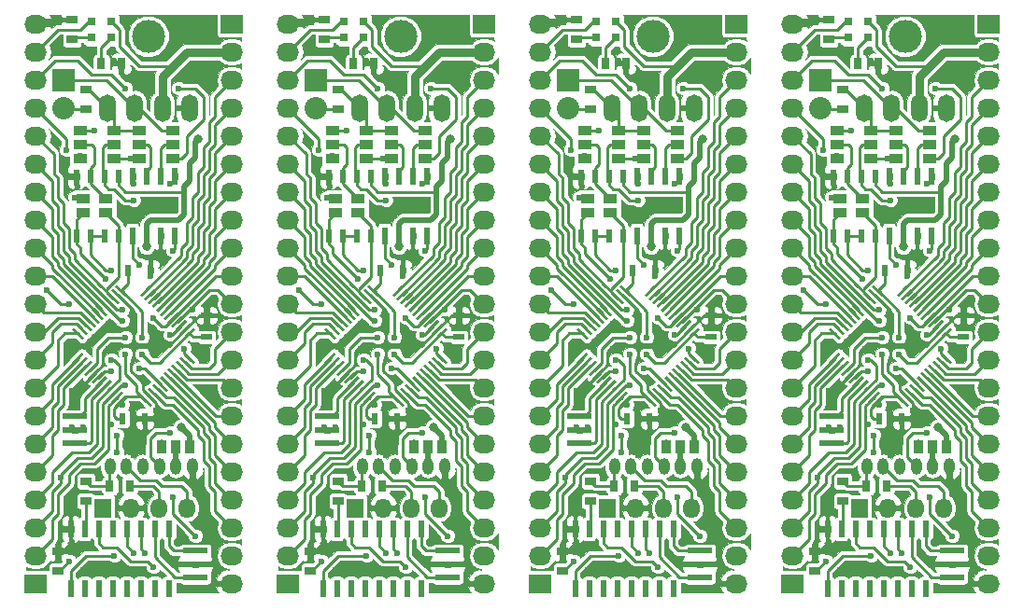
<source format=gbr>
G04 #@! TF.FileFunction,Copper,L2,Bot,Signal*
%FSLAX46Y46*%
G04 Gerber Fmt 4.6, Leading zero omitted, Abs format (unit mm)*
G04 Created by KiCad (PCBNEW 4.0.7) date 03/03/18 19:12:10*
%MOMM*%
%LPD*%
G01*
G04 APERTURE LIST*
%ADD10C,0.100000*%
%ADD11R,2.032000X1.727200*%
%ADD12O,2.032000X1.727200*%
%ADD13R,0.600000X1.500000*%
%ADD14R,1.270000X0.965200*%
%ADD15O,1.500000X2.500000*%
%ADD16C,3.000000*%
%ADD17R,0.600000X1.550000*%
%ADD18O,1.000000X1.524000*%
%ADD19R,2.032000X2.032000*%
%ADD20O,2.032000X2.032000*%
%ADD21R,1.000000X0.800000*%
%ADD22R,0.965200X1.270000*%
%ADD23R,2.200000X0.600000*%
%ADD24R,0.600000X1.300000*%
%ADD25R,0.600000X1.000000*%
%ADD26R,1.000000X0.600000*%
%ADD27R,0.800000X1.000000*%
%ADD28R,1.500000X1.800000*%
%ADD29O,1.500000X1.800000*%
%ADD30R,0.797560X0.797560*%
%ADD31C,0.600000*%
%ADD32C,0.800000*%
%ADD33C,0.250000*%
%ADD34C,0.500000*%
%ADD35C,0.800000*%
%ADD36C,0.026000*%
G04 APERTURE END LIST*
D10*
D11*
X22860000Y-71120000D03*
D12*
X22860000Y-68580000D03*
X22860000Y-66040000D03*
X22860000Y-63500000D03*
X22860000Y-60960000D03*
X22860000Y-58420000D03*
X22860000Y-55880000D03*
X22860000Y-53340000D03*
X22860000Y-50800000D03*
X22860000Y-48260000D03*
X22860000Y-45720000D03*
X22860000Y-43180000D03*
X22860000Y-40640000D03*
X22860000Y-38100000D03*
X22860000Y-35560000D03*
X22860000Y-33020000D03*
X22860000Y-30480000D03*
X22860000Y-27940000D03*
X22860000Y-25400000D03*
X22860000Y-22860000D03*
X22860000Y-20320000D03*
D13*
X26035000Y-66134000D03*
X27305000Y-66134000D03*
X28575000Y-66134000D03*
X29845000Y-66134000D03*
X31115000Y-66134000D03*
X32385000Y-66134000D03*
X33655000Y-66134000D03*
X34925000Y-66134000D03*
X34925000Y-71534000D03*
X33655000Y-71534000D03*
X32385000Y-71534000D03*
X31115000Y-71534000D03*
X29845000Y-71534000D03*
X28575000Y-71534000D03*
X27305000Y-71534000D03*
X26035000Y-71534000D03*
D14*
X29972000Y-29972000D03*
X29972000Y-31242000D03*
X29972000Y-32512000D03*
D15*
X36830000Y-27940000D03*
X34330000Y-27940000D03*
X31830000Y-27940000D03*
X29330000Y-27940000D03*
D16*
X33080000Y-21440000D03*
D10*
G36*
X30247398Y-55098466D02*
X30070621Y-54921689D01*
X30989860Y-54002450D01*
X31166637Y-54179227D01*
X30247398Y-55098466D01*
X30247398Y-55098466D01*
G37*
G36*
X29893845Y-54744913D02*
X29717068Y-54568136D01*
X30636307Y-53648897D01*
X30813084Y-53825674D01*
X29893845Y-54744913D01*
X29893845Y-54744913D01*
G37*
G36*
X29540291Y-54391359D02*
X29363514Y-54214582D01*
X30282753Y-53295343D01*
X30459530Y-53472120D01*
X29540291Y-54391359D01*
X29540291Y-54391359D01*
G37*
G36*
X29186738Y-54037806D02*
X29009961Y-53861029D01*
X29929200Y-52941790D01*
X30105977Y-53118567D01*
X29186738Y-54037806D01*
X29186738Y-54037806D01*
G37*
G36*
X28833185Y-53684253D02*
X28656408Y-53507476D01*
X29575647Y-52588237D01*
X29752424Y-52765014D01*
X28833185Y-53684253D01*
X28833185Y-53684253D01*
G37*
G36*
X28479631Y-53330699D02*
X28302854Y-53153922D01*
X29222093Y-52234683D01*
X29398870Y-52411460D01*
X28479631Y-53330699D01*
X28479631Y-53330699D01*
G37*
G36*
X28126078Y-52977146D02*
X27949301Y-52800369D01*
X28868540Y-51881130D01*
X29045317Y-52057907D01*
X28126078Y-52977146D01*
X28126078Y-52977146D01*
G37*
G36*
X27772524Y-52623592D02*
X27595747Y-52446815D01*
X28514986Y-51527576D01*
X28691763Y-51704353D01*
X27772524Y-52623592D01*
X27772524Y-52623592D01*
G37*
G36*
X27418971Y-52270039D02*
X27242194Y-52093262D01*
X28161433Y-51174023D01*
X28338210Y-51350800D01*
X27418971Y-52270039D01*
X27418971Y-52270039D01*
G37*
G36*
X27065418Y-51916486D02*
X26888641Y-51739709D01*
X27807880Y-50820470D01*
X27984657Y-50997247D01*
X27065418Y-51916486D01*
X27065418Y-51916486D01*
G37*
G36*
X26711864Y-51562932D02*
X26535087Y-51386155D01*
X27454326Y-50466916D01*
X27631103Y-50643693D01*
X26711864Y-51562932D01*
X26711864Y-51562932D01*
G37*
G36*
X26358311Y-51209379D02*
X26181534Y-51032602D01*
X27100773Y-50113363D01*
X27277550Y-50290140D01*
X26358311Y-51209379D01*
X26358311Y-51209379D01*
G37*
G36*
X26181534Y-48027398D02*
X26358311Y-47850621D01*
X27277550Y-48769860D01*
X27100773Y-48946637D01*
X26181534Y-48027398D01*
X26181534Y-48027398D01*
G37*
G36*
X26535087Y-47673845D02*
X26711864Y-47497068D01*
X27631103Y-48416307D01*
X27454326Y-48593084D01*
X26535087Y-47673845D01*
X26535087Y-47673845D01*
G37*
G36*
X26888641Y-47320291D02*
X27065418Y-47143514D01*
X27984657Y-48062753D01*
X27807880Y-48239530D01*
X26888641Y-47320291D01*
X26888641Y-47320291D01*
G37*
G36*
X27242194Y-46966738D02*
X27418971Y-46789961D01*
X28338210Y-47709200D01*
X28161433Y-47885977D01*
X27242194Y-46966738D01*
X27242194Y-46966738D01*
G37*
G36*
X27595747Y-46613185D02*
X27772524Y-46436408D01*
X28691763Y-47355647D01*
X28514986Y-47532424D01*
X27595747Y-46613185D01*
X27595747Y-46613185D01*
G37*
G36*
X27949301Y-46259631D02*
X28126078Y-46082854D01*
X29045317Y-47002093D01*
X28868540Y-47178870D01*
X27949301Y-46259631D01*
X27949301Y-46259631D01*
G37*
G36*
X28302854Y-45906078D02*
X28479631Y-45729301D01*
X29398870Y-46648540D01*
X29222093Y-46825317D01*
X28302854Y-45906078D01*
X28302854Y-45906078D01*
G37*
G36*
X28656408Y-45552524D02*
X28833185Y-45375747D01*
X29752424Y-46294986D01*
X29575647Y-46471763D01*
X28656408Y-45552524D01*
X28656408Y-45552524D01*
G37*
G36*
X29009961Y-45198971D02*
X29186738Y-45022194D01*
X30105977Y-45941433D01*
X29929200Y-46118210D01*
X29009961Y-45198971D01*
X29009961Y-45198971D01*
G37*
G36*
X29363514Y-44845418D02*
X29540291Y-44668641D01*
X30459530Y-45587880D01*
X30282753Y-45764657D01*
X29363514Y-44845418D01*
X29363514Y-44845418D01*
G37*
G36*
X29717068Y-44491864D02*
X29893845Y-44315087D01*
X30813084Y-45234326D01*
X30636307Y-45411103D01*
X29717068Y-44491864D01*
X29717068Y-44491864D01*
G37*
G36*
X30070621Y-44138311D02*
X30247398Y-43961534D01*
X31166637Y-44880773D01*
X30989860Y-45057550D01*
X30070621Y-44138311D01*
X30070621Y-44138311D01*
G37*
G36*
X32510140Y-45057550D02*
X32333363Y-44880773D01*
X33252602Y-43961534D01*
X33429379Y-44138311D01*
X32510140Y-45057550D01*
X32510140Y-45057550D01*
G37*
G36*
X32863693Y-45411103D02*
X32686916Y-45234326D01*
X33606155Y-44315087D01*
X33782932Y-44491864D01*
X32863693Y-45411103D01*
X32863693Y-45411103D01*
G37*
G36*
X33217247Y-45764657D02*
X33040470Y-45587880D01*
X33959709Y-44668641D01*
X34136486Y-44845418D01*
X33217247Y-45764657D01*
X33217247Y-45764657D01*
G37*
G36*
X33570800Y-46118210D02*
X33394023Y-45941433D01*
X34313262Y-45022194D01*
X34490039Y-45198971D01*
X33570800Y-46118210D01*
X33570800Y-46118210D01*
G37*
G36*
X33924353Y-46471763D02*
X33747576Y-46294986D01*
X34666815Y-45375747D01*
X34843592Y-45552524D01*
X33924353Y-46471763D01*
X33924353Y-46471763D01*
G37*
G36*
X34277907Y-46825317D02*
X34101130Y-46648540D01*
X35020369Y-45729301D01*
X35197146Y-45906078D01*
X34277907Y-46825317D01*
X34277907Y-46825317D01*
G37*
G36*
X34631460Y-47178870D02*
X34454683Y-47002093D01*
X35373922Y-46082854D01*
X35550699Y-46259631D01*
X34631460Y-47178870D01*
X34631460Y-47178870D01*
G37*
G36*
X34985014Y-47532424D02*
X34808237Y-47355647D01*
X35727476Y-46436408D01*
X35904253Y-46613185D01*
X34985014Y-47532424D01*
X34985014Y-47532424D01*
G37*
G36*
X35338567Y-47885977D02*
X35161790Y-47709200D01*
X36081029Y-46789961D01*
X36257806Y-46966738D01*
X35338567Y-47885977D01*
X35338567Y-47885977D01*
G37*
G36*
X35692120Y-48239530D02*
X35515343Y-48062753D01*
X36434582Y-47143514D01*
X36611359Y-47320291D01*
X35692120Y-48239530D01*
X35692120Y-48239530D01*
G37*
G36*
X36045674Y-48593084D02*
X35868897Y-48416307D01*
X36788136Y-47497068D01*
X36964913Y-47673845D01*
X36045674Y-48593084D01*
X36045674Y-48593084D01*
G37*
G36*
X36399227Y-48946637D02*
X36222450Y-48769860D01*
X37141689Y-47850621D01*
X37318466Y-48027398D01*
X36399227Y-48946637D01*
X36399227Y-48946637D01*
G37*
G36*
X36222450Y-50290140D02*
X36399227Y-50113363D01*
X37318466Y-51032602D01*
X37141689Y-51209379D01*
X36222450Y-50290140D01*
X36222450Y-50290140D01*
G37*
G36*
X35868897Y-50643693D02*
X36045674Y-50466916D01*
X36964913Y-51386155D01*
X36788136Y-51562932D01*
X35868897Y-50643693D01*
X35868897Y-50643693D01*
G37*
G36*
X35515343Y-50997247D02*
X35692120Y-50820470D01*
X36611359Y-51739709D01*
X36434582Y-51916486D01*
X35515343Y-50997247D01*
X35515343Y-50997247D01*
G37*
G36*
X35161790Y-51350800D02*
X35338567Y-51174023D01*
X36257806Y-52093262D01*
X36081029Y-52270039D01*
X35161790Y-51350800D01*
X35161790Y-51350800D01*
G37*
G36*
X34808237Y-51704353D02*
X34985014Y-51527576D01*
X35904253Y-52446815D01*
X35727476Y-52623592D01*
X34808237Y-51704353D01*
X34808237Y-51704353D01*
G37*
G36*
X34454683Y-52057907D02*
X34631460Y-51881130D01*
X35550699Y-52800369D01*
X35373922Y-52977146D01*
X34454683Y-52057907D01*
X34454683Y-52057907D01*
G37*
G36*
X34101130Y-52411460D02*
X34277907Y-52234683D01*
X35197146Y-53153922D01*
X35020369Y-53330699D01*
X34101130Y-52411460D01*
X34101130Y-52411460D01*
G37*
G36*
X33747576Y-52765014D02*
X33924353Y-52588237D01*
X34843592Y-53507476D01*
X34666815Y-53684253D01*
X33747576Y-52765014D01*
X33747576Y-52765014D01*
G37*
G36*
X33394023Y-53118567D02*
X33570800Y-52941790D01*
X34490039Y-53861029D01*
X34313262Y-54037806D01*
X33394023Y-53118567D01*
X33394023Y-53118567D01*
G37*
G36*
X33040470Y-53472120D02*
X33217247Y-53295343D01*
X34136486Y-54214582D01*
X33959709Y-54391359D01*
X33040470Y-53472120D01*
X33040470Y-53472120D01*
G37*
G36*
X32686916Y-53825674D02*
X32863693Y-53648897D01*
X33782932Y-54568136D01*
X33606155Y-54744913D01*
X32686916Y-53825674D01*
X32686916Y-53825674D01*
G37*
G36*
X32333363Y-54179227D02*
X32510140Y-54002450D01*
X33429379Y-54921689D01*
X33252602Y-55098466D01*
X32333363Y-54179227D01*
X32333363Y-54179227D01*
G37*
D17*
X35433000Y-39530000D03*
X34163000Y-39530000D03*
X32893000Y-39530000D03*
X31623000Y-39530000D03*
X31623000Y-34130000D03*
X32893000Y-34130000D03*
X34163000Y-34130000D03*
X35433000Y-34130000D03*
D18*
X37084000Y-60452000D03*
X35584000Y-60452000D03*
X34084000Y-60452000D03*
X32584000Y-60452000D03*
X31084000Y-60452000D03*
X29584000Y-60452000D03*
D19*
X25400000Y-25400000D03*
D20*
X25400000Y-27940000D03*
D21*
X27432000Y-28078000D03*
X27432000Y-26278000D03*
D22*
X34290000Y-58674000D03*
X35560000Y-58674000D03*
X36830000Y-58674000D03*
D23*
X26416000Y-55950000D03*
X26416000Y-57150000D03*
X26416000Y-58350000D03*
D24*
X30353000Y-39530000D03*
X29083000Y-39530000D03*
X27813000Y-39530000D03*
X26543000Y-39530000D03*
X26543000Y-34130000D03*
X27813000Y-34130000D03*
X29083000Y-34130000D03*
X30353000Y-34130000D03*
D14*
X32258000Y-32512000D03*
X32258000Y-31242000D03*
X32258000Y-29972000D03*
X35306000Y-32512000D03*
X35306000Y-31242000D03*
X35306000Y-29972000D03*
X26924000Y-29972000D03*
X26924000Y-31242000D03*
X26924000Y-32512000D03*
X29210000Y-37465000D03*
X29210000Y-36195000D03*
X27178000Y-36195000D03*
X27178000Y-37465000D03*
D25*
X31258000Y-42672000D03*
X33258000Y-42672000D03*
D26*
X38354000Y-48752000D03*
X38354000Y-46752000D03*
D25*
X30750000Y-56134000D03*
X32750000Y-56134000D03*
D23*
X37338000Y-70542000D03*
X37338000Y-69342000D03*
X37338000Y-68142000D03*
D27*
X31380000Y-62230000D03*
X29580000Y-62230000D03*
D21*
X27432000Y-63638000D03*
X27432000Y-61838000D03*
D28*
X28956000Y-64262000D03*
D29*
X31496000Y-64262000D03*
X34036000Y-64262000D03*
X36576000Y-64262000D03*
D11*
X40640000Y-20320000D03*
D12*
X40640000Y-22860000D03*
X40640000Y-25400000D03*
X40640000Y-27940000D03*
X40640000Y-30480000D03*
X40640000Y-33020000D03*
X40640000Y-35560000D03*
X40640000Y-38100000D03*
X40640000Y-40640000D03*
X40640000Y-43180000D03*
X40640000Y-45720000D03*
X40640000Y-48260000D03*
X40640000Y-50800000D03*
X40640000Y-53340000D03*
X40640000Y-55880000D03*
X40640000Y-58420000D03*
X40640000Y-60960000D03*
X40640000Y-63500000D03*
X40640000Y-66040000D03*
X40640000Y-68580000D03*
X40640000Y-71120000D03*
D30*
X29718000Y-20078700D03*
X29718000Y-21577300D03*
D27*
X28818000Y-23876000D03*
X30618000Y-23876000D03*
D21*
X24892000Y-69988000D03*
X24892000Y-68188000D03*
D30*
X27940000Y-20078700D03*
X27940000Y-21577300D03*
D21*
X26162000Y-21728000D03*
X26162000Y-19928000D03*
D11*
X22860000Y-71120000D03*
D12*
X22860000Y-68580000D03*
X22860000Y-66040000D03*
X22860000Y-63500000D03*
X22860000Y-60960000D03*
X22860000Y-58420000D03*
X22860000Y-55880000D03*
X22860000Y-53340000D03*
X22860000Y-50800000D03*
X22860000Y-48260000D03*
X22860000Y-45720000D03*
X22860000Y-43180000D03*
X22860000Y-40640000D03*
X22860000Y-38100000D03*
X22860000Y-35560000D03*
X22860000Y-33020000D03*
X22860000Y-30480000D03*
X22860000Y-27940000D03*
X22860000Y-25400000D03*
X22860000Y-22860000D03*
X22860000Y-20320000D03*
D13*
X26035000Y-66134000D03*
X27305000Y-66134000D03*
X28575000Y-66134000D03*
X29845000Y-66134000D03*
X31115000Y-66134000D03*
X32385000Y-66134000D03*
X33655000Y-66134000D03*
X34925000Y-66134000D03*
X34925000Y-71534000D03*
X33655000Y-71534000D03*
X32385000Y-71534000D03*
X31115000Y-71534000D03*
X29845000Y-71534000D03*
X28575000Y-71534000D03*
X27305000Y-71534000D03*
X26035000Y-71534000D03*
D14*
X29972000Y-29972000D03*
X29972000Y-31242000D03*
X29972000Y-32512000D03*
D15*
X36830000Y-27940000D03*
X34330000Y-27940000D03*
X31830000Y-27940000D03*
X29330000Y-27940000D03*
D16*
X33080000Y-21440000D03*
D10*
G36*
X30247398Y-55098466D02*
X30070621Y-54921689D01*
X30989860Y-54002450D01*
X31166637Y-54179227D01*
X30247398Y-55098466D01*
X30247398Y-55098466D01*
G37*
G36*
X29893845Y-54744913D02*
X29717068Y-54568136D01*
X30636307Y-53648897D01*
X30813084Y-53825674D01*
X29893845Y-54744913D01*
X29893845Y-54744913D01*
G37*
G36*
X29540291Y-54391359D02*
X29363514Y-54214582D01*
X30282753Y-53295343D01*
X30459530Y-53472120D01*
X29540291Y-54391359D01*
X29540291Y-54391359D01*
G37*
G36*
X29186738Y-54037806D02*
X29009961Y-53861029D01*
X29929200Y-52941790D01*
X30105977Y-53118567D01*
X29186738Y-54037806D01*
X29186738Y-54037806D01*
G37*
G36*
X28833185Y-53684253D02*
X28656408Y-53507476D01*
X29575647Y-52588237D01*
X29752424Y-52765014D01*
X28833185Y-53684253D01*
X28833185Y-53684253D01*
G37*
G36*
X28479631Y-53330699D02*
X28302854Y-53153922D01*
X29222093Y-52234683D01*
X29398870Y-52411460D01*
X28479631Y-53330699D01*
X28479631Y-53330699D01*
G37*
G36*
X28126078Y-52977146D02*
X27949301Y-52800369D01*
X28868540Y-51881130D01*
X29045317Y-52057907D01*
X28126078Y-52977146D01*
X28126078Y-52977146D01*
G37*
G36*
X27772524Y-52623592D02*
X27595747Y-52446815D01*
X28514986Y-51527576D01*
X28691763Y-51704353D01*
X27772524Y-52623592D01*
X27772524Y-52623592D01*
G37*
G36*
X27418971Y-52270039D02*
X27242194Y-52093262D01*
X28161433Y-51174023D01*
X28338210Y-51350800D01*
X27418971Y-52270039D01*
X27418971Y-52270039D01*
G37*
G36*
X27065418Y-51916486D02*
X26888641Y-51739709D01*
X27807880Y-50820470D01*
X27984657Y-50997247D01*
X27065418Y-51916486D01*
X27065418Y-51916486D01*
G37*
G36*
X26711864Y-51562932D02*
X26535087Y-51386155D01*
X27454326Y-50466916D01*
X27631103Y-50643693D01*
X26711864Y-51562932D01*
X26711864Y-51562932D01*
G37*
G36*
X26358311Y-51209379D02*
X26181534Y-51032602D01*
X27100773Y-50113363D01*
X27277550Y-50290140D01*
X26358311Y-51209379D01*
X26358311Y-51209379D01*
G37*
G36*
X26181534Y-48027398D02*
X26358311Y-47850621D01*
X27277550Y-48769860D01*
X27100773Y-48946637D01*
X26181534Y-48027398D01*
X26181534Y-48027398D01*
G37*
G36*
X26535087Y-47673845D02*
X26711864Y-47497068D01*
X27631103Y-48416307D01*
X27454326Y-48593084D01*
X26535087Y-47673845D01*
X26535087Y-47673845D01*
G37*
G36*
X26888641Y-47320291D02*
X27065418Y-47143514D01*
X27984657Y-48062753D01*
X27807880Y-48239530D01*
X26888641Y-47320291D01*
X26888641Y-47320291D01*
G37*
G36*
X27242194Y-46966738D02*
X27418971Y-46789961D01*
X28338210Y-47709200D01*
X28161433Y-47885977D01*
X27242194Y-46966738D01*
X27242194Y-46966738D01*
G37*
G36*
X27595747Y-46613185D02*
X27772524Y-46436408D01*
X28691763Y-47355647D01*
X28514986Y-47532424D01*
X27595747Y-46613185D01*
X27595747Y-46613185D01*
G37*
G36*
X27949301Y-46259631D02*
X28126078Y-46082854D01*
X29045317Y-47002093D01*
X28868540Y-47178870D01*
X27949301Y-46259631D01*
X27949301Y-46259631D01*
G37*
G36*
X28302854Y-45906078D02*
X28479631Y-45729301D01*
X29398870Y-46648540D01*
X29222093Y-46825317D01*
X28302854Y-45906078D01*
X28302854Y-45906078D01*
G37*
G36*
X28656408Y-45552524D02*
X28833185Y-45375747D01*
X29752424Y-46294986D01*
X29575647Y-46471763D01*
X28656408Y-45552524D01*
X28656408Y-45552524D01*
G37*
G36*
X29009961Y-45198971D02*
X29186738Y-45022194D01*
X30105977Y-45941433D01*
X29929200Y-46118210D01*
X29009961Y-45198971D01*
X29009961Y-45198971D01*
G37*
G36*
X29363514Y-44845418D02*
X29540291Y-44668641D01*
X30459530Y-45587880D01*
X30282753Y-45764657D01*
X29363514Y-44845418D01*
X29363514Y-44845418D01*
G37*
G36*
X29717068Y-44491864D02*
X29893845Y-44315087D01*
X30813084Y-45234326D01*
X30636307Y-45411103D01*
X29717068Y-44491864D01*
X29717068Y-44491864D01*
G37*
G36*
X30070621Y-44138311D02*
X30247398Y-43961534D01*
X31166637Y-44880773D01*
X30989860Y-45057550D01*
X30070621Y-44138311D01*
X30070621Y-44138311D01*
G37*
G36*
X32510140Y-45057550D02*
X32333363Y-44880773D01*
X33252602Y-43961534D01*
X33429379Y-44138311D01*
X32510140Y-45057550D01*
X32510140Y-45057550D01*
G37*
G36*
X32863693Y-45411103D02*
X32686916Y-45234326D01*
X33606155Y-44315087D01*
X33782932Y-44491864D01*
X32863693Y-45411103D01*
X32863693Y-45411103D01*
G37*
G36*
X33217247Y-45764657D02*
X33040470Y-45587880D01*
X33959709Y-44668641D01*
X34136486Y-44845418D01*
X33217247Y-45764657D01*
X33217247Y-45764657D01*
G37*
G36*
X33570800Y-46118210D02*
X33394023Y-45941433D01*
X34313262Y-45022194D01*
X34490039Y-45198971D01*
X33570800Y-46118210D01*
X33570800Y-46118210D01*
G37*
G36*
X33924353Y-46471763D02*
X33747576Y-46294986D01*
X34666815Y-45375747D01*
X34843592Y-45552524D01*
X33924353Y-46471763D01*
X33924353Y-46471763D01*
G37*
G36*
X34277907Y-46825317D02*
X34101130Y-46648540D01*
X35020369Y-45729301D01*
X35197146Y-45906078D01*
X34277907Y-46825317D01*
X34277907Y-46825317D01*
G37*
G36*
X34631460Y-47178870D02*
X34454683Y-47002093D01*
X35373922Y-46082854D01*
X35550699Y-46259631D01*
X34631460Y-47178870D01*
X34631460Y-47178870D01*
G37*
G36*
X34985014Y-47532424D02*
X34808237Y-47355647D01*
X35727476Y-46436408D01*
X35904253Y-46613185D01*
X34985014Y-47532424D01*
X34985014Y-47532424D01*
G37*
G36*
X35338567Y-47885977D02*
X35161790Y-47709200D01*
X36081029Y-46789961D01*
X36257806Y-46966738D01*
X35338567Y-47885977D01*
X35338567Y-47885977D01*
G37*
G36*
X35692120Y-48239530D02*
X35515343Y-48062753D01*
X36434582Y-47143514D01*
X36611359Y-47320291D01*
X35692120Y-48239530D01*
X35692120Y-48239530D01*
G37*
G36*
X36045674Y-48593084D02*
X35868897Y-48416307D01*
X36788136Y-47497068D01*
X36964913Y-47673845D01*
X36045674Y-48593084D01*
X36045674Y-48593084D01*
G37*
G36*
X36399227Y-48946637D02*
X36222450Y-48769860D01*
X37141689Y-47850621D01*
X37318466Y-48027398D01*
X36399227Y-48946637D01*
X36399227Y-48946637D01*
G37*
G36*
X36222450Y-50290140D02*
X36399227Y-50113363D01*
X37318466Y-51032602D01*
X37141689Y-51209379D01*
X36222450Y-50290140D01*
X36222450Y-50290140D01*
G37*
G36*
X35868897Y-50643693D02*
X36045674Y-50466916D01*
X36964913Y-51386155D01*
X36788136Y-51562932D01*
X35868897Y-50643693D01*
X35868897Y-50643693D01*
G37*
G36*
X35515343Y-50997247D02*
X35692120Y-50820470D01*
X36611359Y-51739709D01*
X36434582Y-51916486D01*
X35515343Y-50997247D01*
X35515343Y-50997247D01*
G37*
G36*
X35161790Y-51350800D02*
X35338567Y-51174023D01*
X36257806Y-52093262D01*
X36081029Y-52270039D01*
X35161790Y-51350800D01*
X35161790Y-51350800D01*
G37*
G36*
X34808237Y-51704353D02*
X34985014Y-51527576D01*
X35904253Y-52446815D01*
X35727476Y-52623592D01*
X34808237Y-51704353D01*
X34808237Y-51704353D01*
G37*
G36*
X34454683Y-52057907D02*
X34631460Y-51881130D01*
X35550699Y-52800369D01*
X35373922Y-52977146D01*
X34454683Y-52057907D01*
X34454683Y-52057907D01*
G37*
G36*
X34101130Y-52411460D02*
X34277907Y-52234683D01*
X35197146Y-53153922D01*
X35020369Y-53330699D01*
X34101130Y-52411460D01*
X34101130Y-52411460D01*
G37*
G36*
X33747576Y-52765014D02*
X33924353Y-52588237D01*
X34843592Y-53507476D01*
X34666815Y-53684253D01*
X33747576Y-52765014D01*
X33747576Y-52765014D01*
G37*
G36*
X33394023Y-53118567D02*
X33570800Y-52941790D01*
X34490039Y-53861029D01*
X34313262Y-54037806D01*
X33394023Y-53118567D01*
X33394023Y-53118567D01*
G37*
G36*
X33040470Y-53472120D02*
X33217247Y-53295343D01*
X34136486Y-54214582D01*
X33959709Y-54391359D01*
X33040470Y-53472120D01*
X33040470Y-53472120D01*
G37*
G36*
X32686916Y-53825674D02*
X32863693Y-53648897D01*
X33782932Y-54568136D01*
X33606155Y-54744913D01*
X32686916Y-53825674D01*
X32686916Y-53825674D01*
G37*
G36*
X32333363Y-54179227D02*
X32510140Y-54002450D01*
X33429379Y-54921689D01*
X33252602Y-55098466D01*
X32333363Y-54179227D01*
X32333363Y-54179227D01*
G37*
D17*
X35433000Y-39530000D03*
X34163000Y-39530000D03*
X32893000Y-39530000D03*
X31623000Y-39530000D03*
X31623000Y-34130000D03*
X32893000Y-34130000D03*
X34163000Y-34130000D03*
X35433000Y-34130000D03*
D18*
X37084000Y-60452000D03*
X35584000Y-60452000D03*
X34084000Y-60452000D03*
X32584000Y-60452000D03*
X31084000Y-60452000D03*
X29584000Y-60452000D03*
D19*
X25400000Y-25400000D03*
D20*
X25400000Y-27940000D03*
D21*
X27432000Y-28078000D03*
X27432000Y-26278000D03*
D22*
X34290000Y-58674000D03*
X35560000Y-58674000D03*
X36830000Y-58674000D03*
D23*
X26416000Y-55950000D03*
X26416000Y-57150000D03*
X26416000Y-58350000D03*
D24*
X30353000Y-39530000D03*
X29083000Y-39530000D03*
X27813000Y-39530000D03*
X26543000Y-39530000D03*
X26543000Y-34130000D03*
X27813000Y-34130000D03*
X29083000Y-34130000D03*
X30353000Y-34130000D03*
D14*
X32258000Y-32512000D03*
X32258000Y-31242000D03*
X32258000Y-29972000D03*
X35306000Y-32512000D03*
X35306000Y-31242000D03*
X35306000Y-29972000D03*
X26924000Y-29972000D03*
X26924000Y-31242000D03*
X26924000Y-32512000D03*
X29210000Y-37465000D03*
X29210000Y-36195000D03*
X27178000Y-36195000D03*
X27178000Y-37465000D03*
D25*
X31258000Y-42672000D03*
X33258000Y-42672000D03*
D26*
X38354000Y-48752000D03*
X38354000Y-46752000D03*
D25*
X30750000Y-56134000D03*
X32750000Y-56134000D03*
D23*
X37338000Y-70542000D03*
X37338000Y-69342000D03*
X37338000Y-68142000D03*
D27*
X31380000Y-62230000D03*
X29580000Y-62230000D03*
D21*
X27432000Y-63638000D03*
X27432000Y-61838000D03*
D28*
X28956000Y-64262000D03*
D29*
X31496000Y-64262000D03*
X34036000Y-64262000D03*
X36576000Y-64262000D03*
D11*
X40640000Y-20320000D03*
D12*
X40640000Y-22860000D03*
X40640000Y-25400000D03*
X40640000Y-27940000D03*
X40640000Y-30480000D03*
X40640000Y-33020000D03*
X40640000Y-35560000D03*
X40640000Y-38100000D03*
X40640000Y-40640000D03*
X40640000Y-43180000D03*
X40640000Y-45720000D03*
X40640000Y-48260000D03*
X40640000Y-50800000D03*
X40640000Y-53340000D03*
X40640000Y-55880000D03*
X40640000Y-58420000D03*
X40640000Y-60960000D03*
X40640000Y-63500000D03*
X40640000Y-66040000D03*
X40640000Y-68580000D03*
X40640000Y-71120000D03*
D30*
X29718000Y-20078700D03*
X29718000Y-21577300D03*
D27*
X28818000Y-23876000D03*
X30618000Y-23876000D03*
D21*
X24892000Y-69988000D03*
X24892000Y-68188000D03*
D30*
X27940000Y-20078700D03*
X27940000Y-21577300D03*
D21*
X26162000Y-21728000D03*
X26162000Y-19928000D03*
D11*
X45720000Y-71120000D03*
D12*
X45720000Y-68580000D03*
X45720000Y-66040000D03*
X45720000Y-63500000D03*
X45720000Y-60960000D03*
X45720000Y-58420000D03*
X45720000Y-55880000D03*
X45720000Y-53340000D03*
X45720000Y-50800000D03*
X45720000Y-48260000D03*
X45720000Y-45720000D03*
X45720000Y-43180000D03*
X45720000Y-40640000D03*
X45720000Y-38100000D03*
X45720000Y-35560000D03*
X45720000Y-33020000D03*
X45720000Y-30480000D03*
X45720000Y-27940000D03*
X45720000Y-25400000D03*
X45720000Y-22860000D03*
X45720000Y-20320000D03*
D13*
X48895000Y-66134000D03*
X50165000Y-66134000D03*
X51435000Y-66134000D03*
X52705000Y-66134000D03*
X53975000Y-66134000D03*
X55245000Y-66134000D03*
X56515000Y-66134000D03*
X57785000Y-66134000D03*
X57785000Y-71534000D03*
X56515000Y-71534000D03*
X55245000Y-71534000D03*
X53975000Y-71534000D03*
X52705000Y-71534000D03*
X51435000Y-71534000D03*
X50165000Y-71534000D03*
X48895000Y-71534000D03*
D14*
X52832000Y-29972000D03*
X52832000Y-31242000D03*
X52832000Y-32512000D03*
D15*
X59690000Y-27940000D03*
X57190000Y-27940000D03*
X54690000Y-27940000D03*
X52190000Y-27940000D03*
D16*
X55940000Y-21440000D03*
D10*
G36*
X53107398Y-55098466D02*
X52930621Y-54921689D01*
X53849860Y-54002450D01*
X54026637Y-54179227D01*
X53107398Y-55098466D01*
X53107398Y-55098466D01*
G37*
G36*
X52753845Y-54744913D02*
X52577068Y-54568136D01*
X53496307Y-53648897D01*
X53673084Y-53825674D01*
X52753845Y-54744913D01*
X52753845Y-54744913D01*
G37*
G36*
X52400291Y-54391359D02*
X52223514Y-54214582D01*
X53142753Y-53295343D01*
X53319530Y-53472120D01*
X52400291Y-54391359D01*
X52400291Y-54391359D01*
G37*
G36*
X52046738Y-54037806D02*
X51869961Y-53861029D01*
X52789200Y-52941790D01*
X52965977Y-53118567D01*
X52046738Y-54037806D01*
X52046738Y-54037806D01*
G37*
G36*
X51693185Y-53684253D02*
X51516408Y-53507476D01*
X52435647Y-52588237D01*
X52612424Y-52765014D01*
X51693185Y-53684253D01*
X51693185Y-53684253D01*
G37*
G36*
X51339631Y-53330699D02*
X51162854Y-53153922D01*
X52082093Y-52234683D01*
X52258870Y-52411460D01*
X51339631Y-53330699D01*
X51339631Y-53330699D01*
G37*
G36*
X50986078Y-52977146D02*
X50809301Y-52800369D01*
X51728540Y-51881130D01*
X51905317Y-52057907D01*
X50986078Y-52977146D01*
X50986078Y-52977146D01*
G37*
G36*
X50632524Y-52623592D02*
X50455747Y-52446815D01*
X51374986Y-51527576D01*
X51551763Y-51704353D01*
X50632524Y-52623592D01*
X50632524Y-52623592D01*
G37*
G36*
X50278971Y-52270039D02*
X50102194Y-52093262D01*
X51021433Y-51174023D01*
X51198210Y-51350800D01*
X50278971Y-52270039D01*
X50278971Y-52270039D01*
G37*
G36*
X49925418Y-51916486D02*
X49748641Y-51739709D01*
X50667880Y-50820470D01*
X50844657Y-50997247D01*
X49925418Y-51916486D01*
X49925418Y-51916486D01*
G37*
G36*
X49571864Y-51562932D02*
X49395087Y-51386155D01*
X50314326Y-50466916D01*
X50491103Y-50643693D01*
X49571864Y-51562932D01*
X49571864Y-51562932D01*
G37*
G36*
X49218311Y-51209379D02*
X49041534Y-51032602D01*
X49960773Y-50113363D01*
X50137550Y-50290140D01*
X49218311Y-51209379D01*
X49218311Y-51209379D01*
G37*
G36*
X49041534Y-48027398D02*
X49218311Y-47850621D01*
X50137550Y-48769860D01*
X49960773Y-48946637D01*
X49041534Y-48027398D01*
X49041534Y-48027398D01*
G37*
G36*
X49395087Y-47673845D02*
X49571864Y-47497068D01*
X50491103Y-48416307D01*
X50314326Y-48593084D01*
X49395087Y-47673845D01*
X49395087Y-47673845D01*
G37*
G36*
X49748641Y-47320291D02*
X49925418Y-47143514D01*
X50844657Y-48062753D01*
X50667880Y-48239530D01*
X49748641Y-47320291D01*
X49748641Y-47320291D01*
G37*
G36*
X50102194Y-46966738D02*
X50278971Y-46789961D01*
X51198210Y-47709200D01*
X51021433Y-47885977D01*
X50102194Y-46966738D01*
X50102194Y-46966738D01*
G37*
G36*
X50455747Y-46613185D02*
X50632524Y-46436408D01*
X51551763Y-47355647D01*
X51374986Y-47532424D01*
X50455747Y-46613185D01*
X50455747Y-46613185D01*
G37*
G36*
X50809301Y-46259631D02*
X50986078Y-46082854D01*
X51905317Y-47002093D01*
X51728540Y-47178870D01*
X50809301Y-46259631D01*
X50809301Y-46259631D01*
G37*
G36*
X51162854Y-45906078D02*
X51339631Y-45729301D01*
X52258870Y-46648540D01*
X52082093Y-46825317D01*
X51162854Y-45906078D01*
X51162854Y-45906078D01*
G37*
G36*
X51516408Y-45552524D02*
X51693185Y-45375747D01*
X52612424Y-46294986D01*
X52435647Y-46471763D01*
X51516408Y-45552524D01*
X51516408Y-45552524D01*
G37*
G36*
X51869961Y-45198971D02*
X52046738Y-45022194D01*
X52965977Y-45941433D01*
X52789200Y-46118210D01*
X51869961Y-45198971D01*
X51869961Y-45198971D01*
G37*
G36*
X52223514Y-44845418D02*
X52400291Y-44668641D01*
X53319530Y-45587880D01*
X53142753Y-45764657D01*
X52223514Y-44845418D01*
X52223514Y-44845418D01*
G37*
G36*
X52577068Y-44491864D02*
X52753845Y-44315087D01*
X53673084Y-45234326D01*
X53496307Y-45411103D01*
X52577068Y-44491864D01*
X52577068Y-44491864D01*
G37*
G36*
X52930621Y-44138311D02*
X53107398Y-43961534D01*
X54026637Y-44880773D01*
X53849860Y-45057550D01*
X52930621Y-44138311D01*
X52930621Y-44138311D01*
G37*
G36*
X55370140Y-45057550D02*
X55193363Y-44880773D01*
X56112602Y-43961534D01*
X56289379Y-44138311D01*
X55370140Y-45057550D01*
X55370140Y-45057550D01*
G37*
G36*
X55723693Y-45411103D02*
X55546916Y-45234326D01*
X56466155Y-44315087D01*
X56642932Y-44491864D01*
X55723693Y-45411103D01*
X55723693Y-45411103D01*
G37*
G36*
X56077247Y-45764657D02*
X55900470Y-45587880D01*
X56819709Y-44668641D01*
X56996486Y-44845418D01*
X56077247Y-45764657D01*
X56077247Y-45764657D01*
G37*
G36*
X56430800Y-46118210D02*
X56254023Y-45941433D01*
X57173262Y-45022194D01*
X57350039Y-45198971D01*
X56430800Y-46118210D01*
X56430800Y-46118210D01*
G37*
G36*
X56784353Y-46471763D02*
X56607576Y-46294986D01*
X57526815Y-45375747D01*
X57703592Y-45552524D01*
X56784353Y-46471763D01*
X56784353Y-46471763D01*
G37*
G36*
X57137907Y-46825317D02*
X56961130Y-46648540D01*
X57880369Y-45729301D01*
X58057146Y-45906078D01*
X57137907Y-46825317D01*
X57137907Y-46825317D01*
G37*
G36*
X57491460Y-47178870D02*
X57314683Y-47002093D01*
X58233922Y-46082854D01*
X58410699Y-46259631D01*
X57491460Y-47178870D01*
X57491460Y-47178870D01*
G37*
G36*
X57845014Y-47532424D02*
X57668237Y-47355647D01*
X58587476Y-46436408D01*
X58764253Y-46613185D01*
X57845014Y-47532424D01*
X57845014Y-47532424D01*
G37*
G36*
X58198567Y-47885977D02*
X58021790Y-47709200D01*
X58941029Y-46789961D01*
X59117806Y-46966738D01*
X58198567Y-47885977D01*
X58198567Y-47885977D01*
G37*
G36*
X58552120Y-48239530D02*
X58375343Y-48062753D01*
X59294582Y-47143514D01*
X59471359Y-47320291D01*
X58552120Y-48239530D01*
X58552120Y-48239530D01*
G37*
G36*
X58905674Y-48593084D02*
X58728897Y-48416307D01*
X59648136Y-47497068D01*
X59824913Y-47673845D01*
X58905674Y-48593084D01*
X58905674Y-48593084D01*
G37*
G36*
X59259227Y-48946637D02*
X59082450Y-48769860D01*
X60001689Y-47850621D01*
X60178466Y-48027398D01*
X59259227Y-48946637D01*
X59259227Y-48946637D01*
G37*
G36*
X59082450Y-50290140D02*
X59259227Y-50113363D01*
X60178466Y-51032602D01*
X60001689Y-51209379D01*
X59082450Y-50290140D01*
X59082450Y-50290140D01*
G37*
G36*
X58728897Y-50643693D02*
X58905674Y-50466916D01*
X59824913Y-51386155D01*
X59648136Y-51562932D01*
X58728897Y-50643693D01*
X58728897Y-50643693D01*
G37*
G36*
X58375343Y-50997247D02*
X58552120Y-50820470D01*
X59471359Y-51739709D01*
X59294582Y-51916486D01*
X58375343Y-50997247D01*
X58375343Y-50997247D01*
G37*
G36*
X58021790Y-51350800D02*
X58198567Y-51174023D01*
X59117806Y-52093262D01*
X58941029Y-52270039D01*
X58021790Y-51350800D01*
X58021790Y-51350800D01*
G37*
G36*
X57668237Y-51704353D02*
X57845014Y-51527576D01*
X58764253Y-52446815D01*
X58587476Y-52623592D01*
X57668237Y-51704353D01*
X57668237Y-51704353D01*
G37*
G36*
X57314683Y-52057907D02*
X57491460Y-51881130D01*
X58410699Y-52800369D01*
X58233922Y-52977146D01*
X57314683Y-52057907D01*
X57314683Y-52057907D01*
G37*
G36*
X56961130Y-52411460D02*
X57137907Y-52234683D01*
X58057146Y-53153922D01*
X57880369Y-53330699D01*
X56961130Y-52411460D01*
X56961130Y-52411460D01*
G37*
G36*
X56607576Y-52765014D02*
X56784353Y-52588237D01*
X57703592Y-53507476D01*
X57526815Y-53684253D01*
X56607576Y-52765014D01*
X56607576Y-52765014D01*
G37*
G36*
X56254023Y-53118567D02*
X56430800Y-52941790D01*
X57350039Y-53861029D01*
X57173262Y-54037806D01*
X56254023Y-53118567D01*
X56254023Y-53118567D01*
G37*
G36*
X55900470Y-53472120D02*
X56077247Y-53295343D01*
X56996486Y-54214582D01*
X56819709Y-54391359D01*
X55900470Y-53472120D01*
X55900470Y-53472120D01*
G37*
G36*
X55546916Y-53825674D02*
X55723693Y-53648897D01*
X56642932Y-54568136D01*
X56466155Y-54744913D01*
X55546916Y-53825674D01*
X55546916Y-53825674D01*
G37*
G36*
X55193363Y-54179227D02*
X55370140Y-54002450D01*
X56289379Y-54921689D01*
X56112602Y-55098466D01*
X55193363Y-54179227D01*
X55193363Y-54179227D01*
G37*
D17*
X58293000Y-39530000D03*
X57023000Y-39530000D03*
X55753000Y-39530000D03*
X54483000Y-39530000D03*
X54483000Y-34130000D03*
X55753000Y-34130000D03*
X57023000Y-34130000D03*
X58293000Y-34130000D03*
D18*
X59944000Y-60452000D03*
X58444000Y-60452000D03*
X56944000Y-60452000D03*
X55444000Y-60452000D03*
X53944000Y-60452000D03*
X52444000Y-60452000D03*
D19*
X48260000Y-25400000D03*
D20*
X48260000Y-27940000D03*
D21*
X50292000Y-28078000D03*
X50292000Y-26278000D03*
D22*
X57150000Y-58674000D03*
X58420000Y-58674000D03*
X59690000Y-58674000D03*
D23*
X49276000Y-55950000D03*
X49276000Y-57150000D03*
X49276000Y-58350000D03*
D24*
X53213000Y-39530000D03*
X51943000Y-39530000D03*
X50673000Y-39530000D03*
X49403000Y-39530000D03*
X49403000Y-34130000D03*
X50673000Y-34130000D03*
X51943000Y-34130000D03*
X53213000Y-34130000D03*
D14*
X55118000Y-32512000D03*
X55118000Y-31242000D03*
X55118000Y-29972000D03*
X58166000Y-32512000D03*
X58166000Y-31242000D03*
X58166000Y-29972000D03*
X49784000Y-29972000D03*
X49784000Y-31242000D03*
X49784000Y-32512000D03*
X52070000Y-37465000D03*
X52070000Y-36195000D03*
X50038000Y-36195000D03*
X50038000Y-37465000D03*
D25*
X54118000Y-42672000D03*
X56118000Y-42672000D03*
D26*
X61214000Y-48752000D03*
X61214000Y-46752000D03*
D25*
X53610000Y-56134000D03*
X55610000Y-56134000D03*
D23*
X60198000Y-70542000D03*
X60198000Y-69342000D03*
X60198000Y-68142000D03*
D27*
X54240000Y-62230000D03*
X52440000Y-62230000D03*
D21*
X50292000Y-63638000D03*
X50292000Y-61838000D03*
D28*
X51816000Y-64262000D03*
D29*
X54356000Y-64262000D03*
X56896000Y-64262000D03*
X59436000Y-64262000D03*
D11*
X63500000Y-20320000D03*
D12*
X63500000Y-22860000D03*
X63500000Y-25400000D03*
X63500000Y-27940000D03*
X63500000Y-30480000D03*
X63500000Y-33020000D03*
X63500000Y-35560000D03*
X63500000Y-38100000D03*
X63500000Y-40640000D03*
X63500000Y-43180000D03*
X63500000Y-45720000D03*
X63500000Y-48260000D03*
X63500000Y-50800000D03*
X63500000Y-53340000D03*
X63500000Y-55880000D03*
X63500000Y-58420000D03*
X63500000Y-60960000D03*
X63500000Y-63500000D03*
X63500000Y-66040000D03*
X63500000Y-68580000D03*
X63500000Y-71120000D03*
D30*
X52578000Y-20078700D03*
X52578000Y-21577300D03*
D27*
X51678000Y-23876000D03*
X53478000Y-23876000D03*
D21*
X47752000Y-69988000D03*
X47752000Y-68188000D03*
D30*
X50800000Y-20078700D03*
X50800000Y-21577300D03*
D21*
X49022000Y-21728000D03*
X49022000Y-19928000D03*
D11*
X68580000Y-71120000D03*
D12*
X68580000Y-68580000D03*
X68580000Y-66040000D03*
X68580000Y-63500000D03*
X68580000Y-60960000D03*
X68580000Y-58420000D03*
X68580000Y-55880000D03*
X68580000Y-53340000D03*
X68580000Y-50800000D03*
X68580000Y-48260000D03*
X68580000Y-45720000D03*
X68580000Y-43180000D03*
X68580000Y-40640000D03*
X68580000Y-38100000D03*
X68580000Y-35560000D03*
X68580000Y-33020000D03*
X68580000Y-30480000D03*
X68580000Y-27940000D03*
X68580000Y-25400000D03*
X68580000Y-22860000D03*
X68580000Y-20320000D03*
D13*
X71755000Y-66134000D03*
X73025000Y-66134000D03*
X74295000Y-66134000D03*
X75565000Y-66134000D03*
X76835000Y-66134000D03*
X78105000Y-66134000D03*
X79375000Y-66134000D03*
X80645000Y-66134000D03*
X80645000Y-71534000D03*
X79375000Y-71534000D03*
X78105000Y-71534000D03*
X76835000Y-71534000D03*
X75565000Y-71534000D03*
X74295000Y-71534000D03*
X73025000Y-71534000D03*
X71755000Y-71534000D03*
D14*
X75692000Y-29972000D03*
X75692000Y-31242000D03*
X75692000Y-32512000D03*
D15*
X82550000Y-27940000D03*
X80050000Y-27940000D03*
X77550000Y-27940000D03*
X75050000Y-27940000D03*
D16*
X78800000Y-21440000D03*
D10*
G36*
X75967398Y-55098466D02*
X75790621Y-54921689D01*
X76709860Y-54002450D01*
X76886637Y-54179227D01*
X75967398Y-55098466D01*
X75967398Y-55098466D01*
G37*
G36*
X75613845Y-54744913D02*
X75437068Y-54568136D01*
X76356307Y-53648897D01*
X76533084Y-53825674D01*
X75613845Y-54744913D01*
X75613845Y-54744913D01*
G37*
G36*
X75260291Y-54391359D02*
X75083514Y-54214582D01*
X76002753Y-53295343D01*
X76179530Y-53472120D01*
X75260291Y-54391359D01*
X75260291Y-54391359D01*
G37*
G36*
X74906738Y-54037806D02*
X74729961Y-53861029D01*
X75649200Y-52941790D01*
X75825977Y-53118567D01*
X74906738Y-54037806D01*
X74906738Y-54037806D01*
G37*
G36*
X74553185Y-53684253D02*
X74376408Y-53507476D01*
X75295647Y-52588237D01*
X75472424Y-52765014D01*
X74553185Y-53684253D01*
X74553185Y-53684253D01*
G37*
G36*
X74199631Y-53330699D02*
X74022854Y-53153922D01*
X74942093Y-52234683D01*
X75118870Y-52411460D01*
X74199631Y-53330699D01*
X74199631Y-53330699D01*
G37*
G36*
X73846078Y-52977146D02*
X73669301Y-52800369D01*
X74588540Y-51881130D01*
X74765317Y-52057907D01*
X73846078Y-52977146D01*
X73846078Y-52977146D01*
G37*
G36*
X73492524Y-52623592D02*
X73315747Y-52446815D01*
X74234986Y-51527576D01*
X74411763Y-51704353D01*
X73492524Y-52623592D01*
X73492524Y-52623592D01*
G37*
G36*
X73138971Y-52270039D02*
X72962194Y-52093262D01*
X73881433Y-51174023D01*
X74058210Y-51350800D01*
X73138971Y-52270039D01*
X73138971Y-52270039D01*
G37*
G36*
X72785418Y-51916486D02*
X72608641Y-51739709D01*
X73527880Y-50820470D01*
X73704657Y-50997247D01*
X72785418Y-51916486D01*
X72785418Y-51916486D01*
G37*
G36*
X72431864Y-51562932D02*
X72255087Y-51386155D01*
X73174326Y-50466916D01*
X73351103Y-50643693D01*
X72431864Y-51562932D01*
X72431864Y-51562932D01*
G37*
G36*
X72078311Y-51209379D02*
X71901534Y-51032602D01*
X72820773Y-50113363D01*
X72997550Y-50290140D01*
X72078311Y-51209379D01*
X72078311Y-51209379D01*
G37*
G36*
X71901534Y-48027398D02*
X72078311Y-47850621D01*
X72997550Y-48769860D01*
X72820773Y-48946637D01*
X71901534Y-48027398D01*
X71901534Y-48027398D01*
G37*
G36*
X72255087Y-47673845D02*
X72431864Y-47497068D01*
X73351103Y-48416307D01*
X73174326Y-48593084D01*
X72255087Y-47673845D01*
X72255087Y-47673845D01*
G37*
G36*
X72608641Y-47320291D02*
X72785418Y-47143514D01*
X73704657Y-48062753D01*
X73527880Y-48239530D01*
X72608641Y-47320291D01*
X72608641Y-47320291D01*
G37*
G36*
X72962194Y-46966738D02*
X73138971Y-46789961D01*
X74058210Y-47709200D01*
X73881433Y-47885977D01*
X72962194Y-46966738D01*
X72962194Y-46966738D01*
G37*
G36*
X73315747Y-46613185D02*
X73492524Y-46436408D01*
X74411763Y-47355647D01*
X74234986Y-47532424D01*
X73315747Y-46613185D01*
X73315747Y-46613185D01*
G37*
G36*
X73669301Y-46259631D02*
X73846078Y-46082854D01*
X74765317Y-47002093D01*
X74588540Y-47178870D01*
X73669301Y-46259631D01*
X73669301Y-46259631D01*
G37*
G36*
X74022854Y-45906078D02*
X74199631Y-45729301D01*
X75118870Y-46648540D01*
X74942093Y-46825317D01*
X74022854Y-45906078D01*
X74022854Y-45906078D01*
G37*
G36*
X74376408Y-45552524D02*
X74553185Y-45375747D01*
X75472424Y-46294986D01*
X75295647Y-46471763D01*
X74376408Y-45552524D01*
X74376408Y-45552524D01*
G37*
G36*
X74729961Y-45198971D02*
X74906738Y-45022194D01*
X75825977Y-45941433D01*
X75649200Y-46118210D01*
X74729961Y-45198971D01*
X74729961Y-45198971D01*
G37*
G36*
X75083514Y-44845418D02*
X75260291Y-44668641D01*
X76179530Y-45587880D01*
X76002753Y-45764657D01*
X75083514Y-44845418D01*
X75083514Y-44845418D01*
G37*
G36*
X75437068Y-44491864D02*
X75613845Y-44315087D01*
X76533084Y-45234326D01*
X76356307Y-45411103D01*
X75437068Y-44491864D01*
X75437068Y-44491864D01*
G37*
G36*
X75790621Y-44138311D02*
X75967398Y-43961534D01*
X76886637Y-44880773D01*
X76709860Y-45057550D01*
X75790621Y-44138311D01*
X75790621Y-44138311D01*
G37*
G36*
X78230140Y-45057550D02*
X78053363Y-44880773D01*
X78972602Y-43961534D01*
X79149379Y-44138311D01*
X78230140Y-45057550D01*
X78230140Y-45057550D01*
G37*
G36*
X78583693Y-45411103D02*
X78406916Y-45234326D01*
X79326155Y-44315087D01*
X79502932Y-44491864D01*
X78583693Y-45411103D01*
X78583693Y-45411103D01*
G37*
G36*
X78937247Y-45764657D02*
X78760470Y-45587880D01*
X79679709Y-44668641D01*
X79856486Y-44845418D01*
X78937247Y-45764657D01*
X78937247Y-45764657D01*
G37*
G36*
X79290800Y-46118210D02*
X79114023Y-45941433D01*
X80033262Y-45022194D01*
X80210039Y-45198971D01*
X79290800Y-46118210D01*
X79290800Y-46118210D01*
G37*
G36*
X79644353Y-46471763D02*
X79467576Y-46294986D01*
X80386815Y-45375747D01*
X80563592Y-45552524D01*
X79644353Y-46471763D01*
X79644353Y-46471763D01*
G37*
G36*
X79997907Y-46825317D02*
X79821130Y-46648540D01*
X80740369Y-45729301D01*
X80917146Y-45906078D01*
X79997907Y-46825317D01*
X79997907Y-46825317D01*
G37*
G36*
X80351460Y-47178870D02*
X80174683Y-47002093D01*
X81093922Y-46082854D01*
X81270699Y-46259631D01*
X80351460Y-47178870D01*
X80351460Y-47178870D01*
G37*
G36*
X80705014Y-47532424D02*
X80528237Y-47355647D01*
X81447476Y-46436408D01*
X81624253Y-46613185D01*
X80705014Y-47532424D01*
X80705014Y-47532424D01*
G37*
G36*
X81058567Y-47885977D02*
X80881790Y-47709200D01*
X81801029Y-46789961D01*
X81977806Y-46966738D01*
X81058567Y-47885977D01*
X81058567Y-47885977D01*
G37*
G36*
X81412120Y-48239530D02*
X81235343Y-48062753D01*
X82154582Y-47143514D01*
X82331359Y-47320291D01*
X81412120Y-48239530D01*
X81412120Y-48239530D01*
G37*
G36*
X81765674Y-48593084D02*
X81588897Y-48416307D01*
X82508136Y-47497068D01*
X82684913Y-47673845D01*
X81765674Y-48593084D01*
X81765674Y-48593084D01*
G37*
G36*
X82119227Y-48946637D02*
X81942450Y-48769860D01*
X82861689Y-47850621D01*
X83038466Y-48027398D01*
X82119227Y-48946637D01*
X82119227Y-48946637D01*
G37*
G36*
X81942450Y-50290140D02*
X82119227Y-50113363D01*
X83038466Y-51032602D01*
X82861689Y-51209379D01*
X81942450Y-50290140D01*
X81942450Y-50290140D01*
G37*
G36*
X81588897Y-50643693D02*
X81765674Y-50466916D01*
X82684913Y-51386155D01*
X82508136Y-51562932D01*
X81588897Y-50643693D01*
X81588897Y-50643693D01*
G37*
G36*
X81235343Y-50997247D02*
X81412120Y-50820470D01*
X82331359Y-51739709D01*
X82154582Y-51916486D01*
X81235343Y-50997247D01*
X81235343Y-50997247D01*
G37*
G36*
X80881790Y-51350800D02*
X81058567Y-51174023D01*
X81977806Y-52093262D01*
X81801029Y-52270039D01*
X80881790Y-51350800D01*
X80881790Y-51350800D01*
G37*
G36*
X80528237Y-51704353D02*
X80705014Y-51527576D01*
X81624253Y-52446815D01*
X81447476Y-52623592D01*
X80528237Y-51704353D01*
X80528237Y-51704353D01*
G37*
G36*
X80174683Y-52057907D02*
X80351460Y-51881130D01*
X81270699Y-52800369D01*
X81093922Y-52977146D01*
X80174683Y-52057907D01*
X80174683Y-52057907D01*
G37*
G36*
X79821130Y-52411460D02*
X79997907Y-52234683D01*
X80917146Y-53153922D01*
X80740369Y-53330699D01*
X79821130Y-52411460D01*
X79821130Y-52411460D01*
G37*
G36*
X79467576Y-52765014D02*
X79644353Y-52588237D01*
X80563592Y-53507476D01*
X80386815Y-53684253D01*
X79467576Y-52765014D01*
X79467576Y-52765014D01*
G37*
G36*
X79114023Y-53118567D02*
X79290800Y-52941790D01*
X80210039Y-53861029D01*
X80033262Y-54037806D01*
X79114023Y-53118567D01*
X79114023Y-53118567D01*
G37*
G36*
X78760470Y-53472120D02*
X78937247Y-53295343D01*
X79856486Y-54214582D01*
X79679709Y-54391359D01*
X78760470Y-53472120D01*
X78760470Y-53472120D01*
G37*
G36*
X78406916Y-53825674D02*
X78583693Y-53648897D01*
X79502932Y-54568136D01*
X79326155Y-54744913D01*
X78406916Y-53825674D01*
X78406916Y-53825674D01*
G37*
G36*
X78053363Y-54179227D02*
X78230140Y-54002450D01*
X79149379Y-54921689D01*
X78972602Y-55098466D01*
X78053363Y-54179227D01*
X78053363Y-54179227D01*
G37*
D17*
X81153000Y-39530000D03*
X79883000Y-39530000D03*
X78613000Y-39530000D03*
X77343000Y-39530000D03*
X77343000Y-34130000D03*
X78613000Y-34130000D03*
X79883000Y-34130000D03*
X81153000Y-34130000D03*
D18*
X82804000Y-60452000D03*
X81304000Y-60452000D03*
X79804000Y-60452000D03*
X78304000Y-60452000D03*
X76804000Y-60452000D03*
X75304000Y-60452000D03*
D19*
X71120000Y-25400000D03*
D20*
X71120000Y-27940000D03*
D21*
X73152000Y-28078000D03*
X73152000Y-26278000D03*
D22*
X80010000Y-58674000D03*
X81280000Y-58674000D03*
X82550000Y-58674000D03*
D23*
X72136000Y-55950000D03*
X72136000Y-57150000D03*
X72136000Y-58350000D03*
D24*
X76073000Y-39530000D03*
X74803000Y-39530000D03*
X73533000Y-39530000D03*
X72263000Y-39530000D03*
X72263000Y-34130000D03*
X73533000Y-34130000D03*
X74803000Y-34130000D03*
X76073000Y-34130000D03*
D14*
X77978000Y-32512000D03*
X77978000Y-31242000D03*
X77978000Y-29972000D03*
X81026000Y-32512000D03*
X81026000Y-31242000D03*
X81026000Y-29972000D03*
X72644000Y-29972000D03*
X72644000Y-31242000D03*
X72644000Y-32512000D03*
X74930000Y-37465000D03*
X74930000Y-36195000D03*
X72898000Y-36195000D03*
X72898000Y-37465000D03*
D25*
X76978000Y-42672000D03*
X78978000Y-42672000D03*
D26*
X84074000Y-48752000D03*
X84074000Y-46752000D03*
D25*
X76470000Y-56134000D03*
X78470000Y-56134000D03*
D23*
X83058000Y-70542000D03*
X83058000Y-69342000D03*
X83058000Y-68142000D03*
D27*
X77100000Y-62230000D03*
X75300000Y-62230000D03*
D21*
X73152000Y-63638000D03*
X73152000Y-61838000D03*
D28*
X74676000Y-64262000D03*
D29*
X77216000Y-64262000D03*
X79756000Y-64262000D03*
X82296000Y-64262000D03*
D11*
X86360000Y-20320000D03*
D12*
X86360000Y-22860000D03*
X86360000Y-25400000D03*
X86360000Y-27940000D03*
X86360000Y-30480000D03*
X86360000Y-33020000D03*
X86360000Y-35560000D03*
X86360000Y-38100000D03*
X86360000Y-40640000D03*
X86360000Y-43180000D03*
X86360000Y-45720000D03*
X86360000Y-48260000D03*
X86360000Y-50800000D03*
X86360000Y-53340000D03*
X86360000Y-55880000D03*
X86360000Y-58420000D03*
X86360000Y-60960000D03*
X86360000Y-63500000D03*
X86360000Y-66040000D03*
X86360000Y-68580000D03*
X86360000Y-71120000D03*
D30*
X75438000Y-20078700D03*
X75438000Y-21577300D03*
D27*
X74538000Y-23876000D03*
X76338000Y-23876000D03*
D21*
X70612000Y-69988000D03*
X70612000Y-68188000D03*
D30*
X73660000Y-20078700D03*
X73660000Y-21577300D03*
D21*
X71882000Y-21728000D03*
X71882000Y-19928000D03*
D11*
X91440000Y-71120000D03*
D12*
X91440000Y-68580000D03*
X91440000Y-66040000D03*
X91440000Y-63500000D03*
X91440000Y-60960000D03*
X91440000Y-58420000D03*
X91440000Y-55880000D03*
X91440000Y-53340000D03*
X91440000Y-50800000D03*
X91440000Y-48260000D03*
X91440000Y-45720000D03*
X91440000Y-43180000D03*
X91440000Y-40640000D03*
X91440000Y-38100000D03*
X91440000Y-35560000D03*
X91440000Y-33020000D03*
X91440000Y-30480000D03*
X91440000Y-27940000D03*
X91440000Y-25400000D03*
X91440000Y-22860000D03*
X91440000Y-20320000D03*
D13*
X94615000Y-66134000D03*
X95885000Y-66134000D03*
X97155000Y-66134000D03*
X98425000Y-66134000D03*
X99695000Y-66134000D03*
X100965000Y-66134000D03*
X102235000Y-66134000D03*
X103505000Y-66134000D03*
X103505000Y-71534000D03*
X102235000Y-71534000D03*
X100965000Y-71534000D03*
X99695000Y-71534000D03*
X98425000Y-71534000D03*
X97155000Y-71534000D03*
X95885000Y-71534000D03*
X94615000Y-71534000D03*
D14*
X98552000Y-29972000D03*
X98552000Y-31242000D03*
X98552000Y-32512000D03*
D15*
X105410000Y-27940000D03*
X102910000Y-27940000D03*
X100410000Y-27940000D03*
X97910000Y-27940000D03*
D16*
X101660000Y-21440000D03*
D10*
G36*
X98827398Y-55098466D02*
X98650621Y-54921689D01*
X99569860Y-54002450D01*
X99746637Y-54179227D01*
X98827398Y-55098466D01*
X98827398Y-55098466D01*
G37*
G36*
X98473845Y-54744913D02*
X98297068Y-54568136D01*
X99216307Y-53648897D01*
X99393084Y-53825674D01*
X98473845Y-54744913D01*
X98473845Y-54744913D01*
G37*
G36*
X98120291Y-54391359D02*
X97943514Y-54214582D01*
X98862753Y-53295343D01*
X99039530Y-53472120D01*
X98120291Y-54391359D01*
X98120291Y-54391359D01*
G37*
G36*
X97766738Y-54037806D02*
X97589961Y-53861029D01*
X98509200Y-52941790D01*
X98685977Y-53118567D01*
X97766738Y-54037806D01*
X97766738Y-54037806D01*
G37*
G36*
X97413185Y-53684253D02*
X97236408Y-53507476D01*
X98155647Y-52588237D01*
X98332424Y-52765014D01*
X97413185Y-53684253D01*
X97413185Y-53684253D01*
G37*
G36*
X97059631Y-53330699D02*
X96882854Y-53153922D01*
X97802093Y-52234683D01*
X97978870Y-52411460D01*
X97059631Y-53330699D01*
X97059631Y-53330699D01*
G37*
G36*
X96706078Y-52977146D02*
X96529301Y-52800369D01*
X97448540Y-51881130D01*
X97625317Y-52057907D01*
X96706078Y-52977146D01*
X96706078Y-52977146D01*
G37*
G36*
X96352524Y-52623592D02*
X96175747Y-52446815D01*
X97094986Y-51527576D01*
X97271763Y-51704353D01*
X96352524Y-52623592D01*
X96352524Y-52623592D01*
G37*
G36*
X95998971Y-52270039D02*
X95822194Y-52093262D01*
X96741433Y-51174023D01*
X96918210Y-51350800D01*
X95998971Y-52270039D01*
X95998971Y-52270039D01*
G37*
G36*
X95645418Y-51916486D02*
X95468641Y-51739709D01*
X96387880Y-50820470D01*
X96564657Y-50997247D01*
X95645418Y-51916486D01*
X95645418Y-51916486D01*
G37*
G36*
X95291864Y-51562932D02*
X95115087Y-51386155D01*
X96034326Y-50466916D01*
X96211103Y-50643693D01*
X95291864Y-51562932D01*
X95291864Y-51562932D01*
G37*
G36*
X94938311Y-51209379D02*
X94761534Y-51032602D01*
X95680773Y-50113363D01*
X95857550Y-50290140D01*
X94938311Y-51209379D01*
X94938311Y-51209379D01*
G37*
G36*
X94761534Y-48027398D02*
X94938311Y-47850621D01*
X95857550Y-48769860D01*
X95680773Y-48946637D01*
X94761534Y-48027398D01*
X94761534Y-48027398D01*
G37*
G36*
X95115087Y-47673845D02*
X95291864Y-47497068D01*
X96211103Y-48416307D01*
X96034326Y-48593084D01*
X95115087Y-47673845D01*
X95115087Y-47673845D01*
G37*
G36*
X95468641Y-47320291D02*
X95645418Y-47143514D01*
X96564657Y-48062753D01*
X96387880Y-48239530D01*
X95468641Y-47320291D01*
X95468641Y-47320291D01*
G37*
G36*
X95822194Y-46966738D02*
X95998971Y-46789961D01*
X96918210Y-47709200D01*
X96741433Y-47885977D01*
X95822194Y-46966738D01*
X95822194Y-46966738D01*
G37*
G36*
X96175747Y-46613185D02*
X96352524Y-46436408D01*
X97271763Y-47355647D01*
X97094986Y-47532424D01*
X96175747Y-46613185D01*
X96175747Y-46613185D01*
G37*
G36*
X96529301Y-46259631D02*
X96706078Y-46082854D01*
X97625317Y-47002093D01*
X97448540Y-47178870D01*
X96529301Y-46259631D01*
X96529301Y-46259631D01*
G37*
G36*
X96882854Y-45906078D02*
X97059631Y-45729301D01*
X97978870Y-46648540D01*
X97802093Y-46825317D01*
X96882854Y-45906078D01*
X96882854Y-45906078D01*
G37*
G36*
X97236408Y-45552524D02*
X97413185Y-45375747D01*
X98332424Y-46294986D01*
X98155647Y-46471763D01*
X97236408Y-45552524D01*
X97236408Y-45552524D01*
G37*
G36*
X97589961Y-45198971D02*
X97766738Y-45022194D01*
X98685977Y-45941433D01*
X98509200Y-46118210D01*
X97589961Y-45198971D01*
X97589961Y-45198971D01*
G37*
G36*
X97943514Y-44845418D02*
X98120291Y-44668641D01*
X99039530Y-45587880D01*
X98862753Y-45764657D01*
X97943514Y-44845418D01*
X97943514Y-44845418D01*
G37*
G36*
X98297068Y-44491864D02*
X98473845Y-44315087D01*
X99393084Y-45234326D01*
X99216307Y-45411103D01*
X98297068Y-44491864D01*
X98297068Y-44491864D01*
G37*
G36*
X98650621Y-44138311D02*
X98827398Y-43961534D01*
X99746637Y-44880773D01*
X99569860Y-45057550D01*
X98650621Y-44138311D01*
X98650621Y-44138311D01*
G37*
G36*
X101090140Y-45057550D02*
X100913363Y-44880773D01*
X101832602Y-43961534D01*
X102009379Y-44138311D01*
X101090140Y-45057550D01*
X101090140Y-45057550D01*
G37*
G36*
X101443693Y-45411103D02*
X101266916Y-45234326D01*
X102186155Y-44315087D01*
X102362932Y-44491864D01*
X101443693Y-45411103D01*
X101443693Y-45411103D01*
G37*
G36*
X101797247Y-45764657D02*
X101620470Y-45587880D01*
X102539709Y-44668641D01*
X102716486Y-44845418D01*
X101797247Y-45764657D01*
X101797247Y-45764657D01*
G37*
G36*
X102150800Y-46118210D02*
X101974023Y-45941433D01*
X102893262Y-45022194D01*
X103070039Y-45198971D01*
X102150800Y-46118210D01*
X102150800Y-46118210D01*
G37*
G36*
X102504353Y-46471763D02*
X102327576Y-46294986D01*
X103246815Y-45375747D01*
X103423592Y-45552524D01*
X102504353Y-46471763D01*
X102504353Y-46471763D01*
G37*
G36*
X102857907Y-46825317D02*
X102681130Y-46648540D01*
X103600369Y-45729301D01*
X103777146Y-45906078D01*
X102857907Y-46825317D01*
X102857907Y-46825317D01*
G37*
G36*
X103211460Y-47178870D02*
X103034683Y-47002093D01*
X103953922Y-46082854D01*
X104130699Y-46259631D01*
X103211460Y-47178870D01*
X103211460Y-47178870D01*
G37*
G36*
X103565014Y-47532424D02*
X103388237Y-47355647D01*
X104307476Y-46436408D01*
X104484253Y-46613185D01*
X103565014Y-47532424D01*
X103565014Y-47532424D01*
G37*
G36*
X103918567Y-47885977D02*
X103741790Y-47709200D01*
X104661029Y-46789961D01*
X104837806Y-46966738D01*
X103918567Y-47885977D01*
X103918567Y-47885977D01*
G37*
G36*
X104272120Y-48239530D02*
X104095343Y-48062753D01*
X105014582Y-47143514D01*
X105191359Y-47320291D01*
X104272120Y-48239530D01*
X104272120Y-48239530D01*
G37*
G36*
X104625674Y-48593084D02*
X104448897Y-48416307D01*
X105368136Y-47497068D01*
X105544913Y-47673845D01*
X104625674Y-48593084D01*
X104625674Y-48593084D01*
G37*
G36*
X104979227Y-48946637D02*
X104802450Y-48769860D01*
X105721689Y-47850621D01*
X105898466Y-48027398D01*
X104979227Y-48946637D01*
X104979227Y-48946637D01*
G37*
G36*
X104802450Y-50290140D02*
X104979227Y-50113363D01*
X105898466Y-51032602D01*
X105721689Y-51209379D01*
X104802450Y-50290140D01*
X104802450Y-50290140D01*
G37*
G36*
X104448897Y-50643693D02*
X104625674Y-50466916D01*
X105544913Y-51386155D01*
X105368136Y-51562932D01*
X104448897Y-50643693D01*
X104448897Y-50643693D01*
G37*
G36*
X104095343Y-50997247D02*
X104272120Y-50820470D01*
X105191359Y-51739709D01*
X105014582Y-51916486D01*
X104095343Y-50997247D01*
X104095343Y-50997247D01*
G37*
G36*
X103741790Y-51350800D02*
X103918567Y-51174023D01*
X104837806Y-52093262D01*
X104661029Y-52270039D01*
X103741790Y-51350800D01*
X103741790Y-51350800D01*
G37*
G36*
X103388237Y-51704353D02*
X103565014Y-51527576D01*
X104484253Y-52446815D01*
X104307476Y-52623592D01*
X103388237Y-51704353D01*
X103388237Y-51704353D01*
G37*
G36*
X103034683Y-52057907D02*
X103211460Y-51881130D01*
X104130699Y-52800369D01*
X103953922Y-52977146D01*
X103034683Y-52057907D01*
X103034683Y-52057907D01*
G37*
G36*
X102681130Y-52411460D02*
X102857907Y-52234683D01*
X103777146Y-53153922D01*
X103600369Y-53330699D01*
X102681130Y-52411460D01*
X102681130Y-52411460D01*
G37*
G36*
X102327576Y-52765014D02*
X102504353Y-52588237D01*
X103423592Y-53507476D01*
X103246815Y-53684253D01*
X102327576Y-52765014D01*
X102327576Y-52765014D01*
G37*
G36*
X101974023Y-53118567D02*
X102150800Y-52941790D01*
X103070039Y-53861029D01*
X102893262Y-54037806D01*
X101974023Y-53118567D01*
X101974023Y-53118567D01*
G37*
G36*
X101620470Y-53472120D02*
X101797247Y-53295343D01*
X102716486Y-54214582D01*
X102539709Y-54391359D01*
X101620470Y-53472120D01*
X101620470Y-53472120D01*
G37*
G36*
X101266916Y-53825674D02*
X101443693Y-53648897D01*
X102362932Y-54568136D01*
X102186155Y-54744913D01*
X101266916Y-53825674D01*
X101266916Y-53825674D01*
G37*
G36*
X100913363Y-54179227D02*
X101090140Y-54002450D01*
X102009379Y-54921689D01*
X101832602Y-55098466D01*
X100913363Y-54179227D01*
X100913363Y-54179227D01*
G37*
D17*
X104013000Y-39530000D03*
X102743000Y-39530000D03*
X101473000Y-39530000D03*
X100203000Y-39530000D03*
X100203000Y-34130000D03*
X101473000Y-34130000D03*
X102743000Y-34130000D03*
X104013000Y-34130000D03*
D18*
X105664000Y-60452000D03*
X104164000Y-60452000D03*
X102664000Y-60452000D03*
X101164000Y-60452000D03*
X99664000Y-60452000D03*
X98164000Y-60452000D03*
D19*
X93980000Y-25400000D03*
D20*
X93980000Y-27940000D03*
D21*
X96012000Y-28078000D03*
X96012000Y-26278000D03*
D22*
X102870000Y-58674000D03*
X104140000Y-58674000D03*
X105410000Y-58674000D03*
D23*
X94996000Y-55950000D03*
X94996000Y-57150000D03*
X94996000Y-58350000D03*
D24*
X98933000Y-39530000D03*
X97663000Y-39530000D03*
X96393000Y-39530000D03*
X95123000Y-39530000D03*
X95123000Y-34130000D03*
X96393000Y-34130000D03*
X97663000Y-34130000D03*
X98933000Y-34130000D03*
D14*
X100838000Y-32512000D03*
X100838000Y-31242000D03*
X100838000Y-29972000D03*
X103886000Y-32512000D03*
X103886000Y-31242000D03*
X103886000Y-29972000D03*
X95504000Y-29972000D03*
X95504000Y-31242000D03*
X95504000Y-32512000D03*
X97790000Y-37465000D03*
X97790000Y-36195000D03*
X95758000Y-36195000D03*
X95758000Y-37465000D03*
D25*
X99838000Y-42672000D03*
X101838000Y-42672000D03*
D26*
X106934000Y-48752000D03*
X106934000Y-46752000D03*
D25*
X99330000Y-56134000D03*
X101330000Y-56134000D03*
D23*
X105918000Y-70542000D03*
X105918000Y-69342000D03*
X105918000Y-68142000D03*
D27*
X99960000Y-62230000D03*
X98160000Y-62230000D03*
D21*
X96012000Y-63638000D03*
X96012000Y-61838000D03*
D28*
X97536000Y-64262000D03*
D29*
X100076000Y-64262000D03*
X102616000Y-64262000D03*
X105156000Y-64262000D03*
D11*
X109220000Y-20320000D03*
D12*
X109220000Y-22860000D03*
X109220000Y-25400000D03*
X109220000Y-27940000D03*
X109220000Y-30480000D03*
X109220000Y-33020000D03*
X109220000Y-35560000D03*
X109220000Y-38100000D03*
X109220000Y-40640000D03*
X109220000Y-43180000D03*
X109220000Y-45720000D03*
X109220000Y-48260000D03*
X109220000Y-50800000D03*
X109220000Y-53340000D03*
X109220000Y-55880000D03*
X109220000Y-58420000D03*
X109220000Y-60960000D03*
X109220000Y-63500000D03*
X109220000Y-66040000D03*
X109220000Y-68580000D03*
X109220000Y-71120000D03*
D30*
X98298000Y-20078700D03*
X98298000Y-21577300D03*
D27*
X97398000Y-23876000D03*
X99198000Y-23876000D03*
D21*
X93472000Y-69988000D03*
X93472000Y-68188000D03*
D30*
X96520000Y-20078700D03*
X96520000Y-21577300D03*
D21*
X94742000Y-21728000D03*
X94742000Y-19928000D03*
D31*
X38100000Y-69342000D03*
X37084000Y-71628000D03*
X38862000Y-71628000D03*
X30988000Y-20066000D03*
X36830000Y-19812000D03*
X36576000Y-21590000D03*
X37846000Y-21590000D03*
X35306000Y-19812000D03*
X38608000Y-19812000D03*
X31750000Y-38100000D03*
X31750000Y-37338000D03*
X35306000Y-36576000D03*
X34174000Y-56642000D03*
X31750000Y-59436000D03*
X31750000Y-57658000D03*
X29464000Y-49784000D03*
X27940000Y-22860000D03*
X33274000Y-25400000D03*
X29972000Y-23622000D03*
X37973000Y-53594000D03*
X36322000Y-24892000D03*
X26924000Y-53594000D03*
X26162000Y-54864000D03*
X38354000Y-65278000D03*
X38100000Y-62992000D03*
X39116000Y-67564000D03*
X35052000Y-55626000D03*
X33782000Y-55372000D03*
X29464000Y-47498000D03*
X35814000Y-67310000D03*
X27940000Y-67564000D03*
X27178000Y-69850000D03*
X27940000Y-69850000D03*
X32512000Y-69850000D03*
X31750000Y-69850000D03*
X30988000Y-69850000D03*
X30226000Y-69850000D03*
X29464000Y-69850000D03*
X28702000Y-69850000D03*
D32*
X35306000Y-69088000D03*
D31*
X26162000Y-67310000D03*
X26162000Y-53594000D03*
X37973000Y-50038000D03*
X27178000Y-56896000D03*
X26162000Y-56896000D03*
X34163000Y-39530000D03*
X33274000Y-43180000D03*
X35052000Y-34798000D03*
X31750000Y-34798000D03*
X26670000Y-35052000D03*
X33528000Y-49530000D03*
X38100000Y-69342000D03*
X37084000Y-71628000D03*
X38862000Y-71628000D03*
X30988000Y-20066000D03*
X36830000Y-19812000D03*
X36576000Y-21590000D03*
X37846000Y-21590000D03*
X35306000Y-19812000D03*
X38608000Y-19812000D03*
X31750000Y-38100000D03*
X31750000Y-37338000D03*
X35306000Y-36576000D03*
X34174000Y-56642000D03*
X31750000Y-59436000D03*
X31750000Y-57658000D03*
X29464000Y-49784000D03*
X27940000Y-22860000D03*
X33274000Y-25400000D03*
X29972000Y-23622000D03*
X37973000Y-53594000D03*
X36322000Y-24892000D03*
X26924000Y-53594000D03*
X26162000Y-54864000D03*
X38354000Y-65278000D03*
X38100000Y-62992000D03*
X39116000Y-67564000D03*
X35052000Y-55626000D03*
X33782000Y-55372000D03*
X29464000Y-47498000D03*
X35814000Y-67310000D03*
X27940000Y-67564000D03*
X27178000Y-69850000D03*
X27940000Y-69850000D03*
X32512000Y-69850000D03*
X31750000Y-69850000D03*
X30988000Y-69850000D03*
X30226000Y-69850000D03*
X29464000Y-69850000D03*
X28702000Y-69850000D03*
D32*
X35306000Y-69088000D03*
D31*
X26162000Y-67310000D03*
X26162000Y-53594000D03*
X37973000Y-50038000D03*
X27178000Y-56896000D03*
X26162000Y-56896000D03*
X34163000Y-39530000D03*
X33274000Y-43180000D03*
X35052000Y-34798000D03*
X31750000Y-34798000D03*
X26670000Y-35052000D03*
X33528000Y-49530000D03*
X60960000Y-69342000D03*
X59944000Y-71628000D03*
X61722000Y-71628000D03*
X53848000Y-20066000D03*
X59690000Y-19812000D03*
X59436000Y-21590000D03*
X60706000Y-21590000D03*
X58166000Y-19812000D03*
X61468000Y-19812000D03*
X54610000Y-38100000D03*
X54610000Y-37338000D03*
X58166000Y-36576000D03*
X57034000Y-56642000D03*
X54610000Y-59436000D03*
X54610000Y-57658000D03*
X52324000Y-49784000D03*
X50800000Y-22860000D03*
X56134000Y-25400000D03*
X52832000Y-23622000D03*
X60833000Y-53594000D03*
X59182000Y-24892000D03*
X49784000Y-53594000D03*
X49022000Y-54864000D03*
X61214000Y-65278000D03*
X60960000Y-62992000D03*
X61976000Y-67564000D03*
X57912000Y-55626000D03*
X56642000Y-55372000D03*
X52324000Y-47498000D03*
X58674000Y-67310000D03*
X50800000Y-67564000D03*
X50038000Y-69850000D03*
X50800000Y-69850000D03*
X55372000Y-69850000D03*
X54610000Y-69850000D03*
X53848000Y-69850000D03*
X53086000Y-69850000D03*
X52324000Y-69850000D03*
X51562000Y-69850000D03*
D32*
X58166000Y-69088000D03*
D31*
X49022000Y-67310000D03*
X49022000Y-53594000D03*
X60833000Y-50038000D03*
X50038000Y-56896000D03*
X49022000Y-56896000D03*
X57023000Y-39530000D03*
X56134000Y-43180000D03*
X57912000Y-34798000D03*
X54610000Y-34798000D03*
X49530000Y-35052000D03*
X56388000Y-49530000D03*
X83820000Y-69342000D03*
X82804000Y-71628000D03*
X84582000Y-71628000D03*
X76708000Y-20066000D03*
X82550000Y-19812000D03*
X82296000Y-21590000D03*
X83566000Y-21590000D03*
X81026000Y-19812000D03*
X84328000Y-19812000D03*
X77470000Y-38100000D03*
X77470000Y-37338000D03*
X81026000Y-36576000D03*
X79894000Y-56642000D03*
X77470000Y-59436000D03*
X77470000Y-57658000D03*
X75184000Y-49784000D03*
X73660000Y-22860000D03*
X78994000Y-25400000D03*
X75692000Y-23622000D03*
X83693000Y-53594000D03*
X82042000Y-24892000D03*
X72644000Y-53594000D03*
X71882000Y-54864000D03*
X84074000Y-65278000D03*
X83820000Y-62992000D03*
X84836000Y-67564000D03*
X80772000Y-55626000D03*
X79502000Y-55372000D03*
X75184000Y-47498000D03*
X81534000Y-67310000D03*
X73660000Y-67564000D03*
X72898000Y-69850000D03*
X73660000Y-69850000D03*
X78232000Y-69850000D03*
X77470000Y-69850000D03*
X76708000Y-69850000D03*
X75946000Y-69850000D03*
X75184000Y-69850000D03*
X74422000Y-69850000D03*
D32*
X81026000Y-69088000D03*
D31*
X71882000Y-67310000D03*
X71882000Y-53594000D03*
X83693000Y-50038000D03*
X72898000Y-56896000D03*
X71882000Y-56896000D03*
X79883000Y-39530000D03*
X78994000Y-43180000D03*
X80772000Y-34798000D03*
X77470000Y-34798000D03*
X72390000Y-35052000D03*
X79248000Y-49530000D03*
X106680000Y-69342000D03*
X105664000Y-71628000D03*
X107442000Y-71628000D03*
X99568000Y-20066000D03*
X105410000Y-19812000D03*
X105156000Y-21590000D03*
X106426000Y-21590000D03*
X103886000Y-19812000D03*
X107188000Y-19812000D03*
X100330000Y-38100000D03*
X100330000Y-37338000D03*
X103886000Y-36576000D03*
X102754000Y-56642000D03*
X100330000Y-59436000D03*
X100330000Y-57658000D03*
X98044000Y-49784000D03*
X96520000Y-22860000D03*
X101854000Y-25400000D03*
X98552000Y-23622000D03*
X106553000Y-53594000D03*
X104902000Y-24892000D03*
X95504000Y-53594000D03*
X94742000Y-54864000D03*
X106934000Y-65278000D03*
X106680000Y-62992000D03*
X107696000Y-67564000D03*
X103632000Y-55626000D03*
X102362000Y-55372000D03*
X98044000Y-47498000D03*
X104394000Y-67310000D03*
X96520000Y-67564000D03*
X95758000Y-69850000D03*
X96520000Y-69850000D03*
X101092000Y-69850000D03*
X100330000Y-69850000D03*
X99568000Y-69850000D03*
X98806000Y-69850000D03*
X98044000Y-69850000D03*
X97282000Y-69850000D03*
D32*
X103886000Y-69088000D03*
D31*
X94742000Y-67310000D03*
X94742000Y-53594000D03*
X106553000Y-50038000D03*
X95758000Y-56896000D03*
X94742000Y-56896000D03*
X102743000Y-39530000D03*
X101854000Y-43180000D03*
X103632000Y-34798000D03*
X100330000Y-34798000D03*
X95250000Y-35052000D03*
X102108000Y-49530000D03*
X30226000Y-57658000D03*
X30226000Y-59182000D03*
X35306000Y-63246000D03*
X37338000Y-66802000D03*
X29718000Y-51816000D03*
X30226000Y-57658000D03*
X30226000Y-59182000D03*
X35306000Y-63246000D03*
X37338000Y-66802000D03*
X29718000Y-51816000D03*
X53086000Y-57658000D03*
X53086000Y-59182000D03*
X58166000Y-63246000D03*
X60198000Y-66802000D03*
X52578000Y-51816000D03*
X75946000Y-57658000D03*
X75946000Y-59182000D03*
X81026000Y-63246000D03*
X83058000Y-66802000D03*
X75438000Y-51816000D03*
X98806000Y-57658000D03*
X98806000Y-59182000D03*
X103886000Y-63246000D03*
X105918000Y-66802000D03*
X98298000Y-51816000D03*
X30988000Y-50292000D03*
D32*
X32893000Y-40513000D03*
X37592000Y-30734000D03*
D31*
X30734000Y-54864000D03*
D32*
X36068000Y-56896000D03*
D31*
X32512000Y-48768000D03*
X32512000Y-50292000D03*
X30988000Y-48768000D03*
X30988000Y-50292000D03*
D32*
X32893000Y-40513000D03*
X37592000Y-30734000D03*
D31*
X30734000Y-54864000D03*
D32*
X36068000Y-56896000D03*
D31*
X32512000Y-48768000D03*
X32512000Y-50292000D03*
X30988000Y-48768000D03*
X53848000Y-50292000D03*
D32*
X55753000Y-40513000D03*
X60452000Y-30734000D03*
D31*
X53594000Y-54864000D03*
D32*
X58928000Y-56896000D03*
D31*
X55372000Y-48768000D03*
X55372000Y-50292000D03*
X53848000Y-48768000D03*
X76708000Y-50292000D03*
D32*
X78613000Y-40513000D03*
X83312000Y-30734000D03*
D31*
X76454000Y-54864000D03*
D32*
X81788000Y-56896000D03*
D31*
X78232000Y-48768000D03*
X78232000Y-50292000D03*
X76708000Y-48768000D03*
X99568000Y-50292000D03*
D32*
X101473000Y-40513000D03*
X106172000Y-30734000D03*
D31*
X99314000Y-54864000D03*
D32*
X104648000Y-56896000D03*
D31*
X101092000Y-48768000D03*
X101092000Y-50292000D03*
X99568000Y-48768000D03*
X29718000Y-56642000D03*
X29718000Y-56642000D03*
X52578000Y-56642000D03*
X75438000Y-56642000D03*
X98298000Y-56642000D03*
X32258000Y-51562000D03*
X32258000Y-51562000D03*
X55118000Y-51562000D03*
X77978000Y-51562000D03*
X100838000Y-51562000D03*
X33528000Y-69596000D03*
X33528000Y-69596000D03*
X56388000Y-69596000D03*
X79248000Y-69596000D03*
X102108000Y-69596000D03*
X32258000Y-42164000D03*
X33528000Y-46990000D03*
X32258000Y-42164000D03*
X33528000Y-46990000D03*
X55118000Y-42164000D03*
X56388000Y-46990000D03*
X77978000Y-42164000D03*
X79248000Y-46990000D03*
X100838000Y-42164000D03*
X102108000Y-46990000D03*
X37084000Y-46228000D03*
X35306000Y-40894000D03*
X37084000Y-46228000D03*
X35306000Y-40894000D03*
X59944000Y-46228000D03*
X58166000Y-40894000D03*
X82804000Y-46228000D03*
X81026000Y-40894000D03*
X105664000Y-46228000D03*
X103886000Y-40894000D03*
X35052000Y-48514000D03*
X35052000Y-48514000D03*
X57912000Y-48514000D03*
X80772000Y-48514000D03*
X103632000Y-48514000D03*
X36322000Y-49784000D03*
X35052000Y-57404000D03*
X36322000Y-49784000D03*
X35052000Y-57404000D03*
X59182000Y-49784000D03*
X57912000Y-57404000D03*
X82042000Y-49784000D03*
X80772000Y-57404000D03*
X104902000Y-49784000D03*
X103632000Y-57404000D03*
X23876000Y-44450000D03*
X25146000Y-61468000D03*
X25908000Y-45720000D03*
X30988000Y-53086000D03*
X23876000Y-44450000D03*
X25146000Y-61468000D03*
X25908000Y-45720000D03*
X30988000Y-53086000D03*
X46736000Y-44450000D03*
X48006000Y-61468000D03*
X48768000Y-45720000D03*
X53848000Y-53086000D03*
X69596000Y-44450000D03*
X70866000Y-61468000D03*
X71628000Y-45720000D03*
X76708000Y-53086000D03*
X92456000Y-44450000D03*
X93726000Y-61468000D03*
X94488000Y-45720000D03*
X99568000Y-53086000D03*
X29718000Y-50800000D03*
X29718000Y-50800000D03*
X52578000Y-50800000D03*
X75438000Y-50800000D03*
X98298000Y-50800000D03*
X30734000Y-46228000D03*
X29210000Y-43434000D03*
X30734000Y-46228000D03*
X29210000Y-43434000D03*
X53594000Y-46228000D03*
X52070000Y-43434000D03*
X76454000Y-46228000D03*
X74930000Y-43434000D03*
X99314000Y-46228000D03*
X97790000Y-43434000D03*
D32*
X34290000Y-58420000D03*
X34290000Y-58420000D03*
X57150000Y-58420000D03*
X80010000Y-58420000D03*
X102870000Y-58420000D03*
D31*
X30734000Y-47244000D03*
X29718000Y-42672000D03*
X30734000Y-47244000D03*
X29718000Y-42672000D03*
X53594000Y-47244000D03*
X52578000Y-42672000D03*
X76454000Y-47244000D03*
X75438000Y-42672000D03*
X99314000Y-47244000D03*
X98298000Y-42672000D03*
X26416000Y-36068000D03*
X31750000Y-36322000D03*
X26416000Y-36068000D03*
X31750000Y-36322000D03*
X49276000Y-36068000D03*
X54610000Y-36322000D03*
X72136000Y-36068000D03*
X77470000Y-36322000D03*
X94996000Y-36068000D03*
X100330000Y-36322000D03*
X25654000Y-31750000D03*
X31496000Y-32512000D03*
X25654000Y-31750000D03*
X31496000Y-32512000D03*
X48514000Y-31750000D03*
X54356000Y-32512000D03*
X71374000Y-31750000D03*
X77216000Y-32512000D03*
X94234000Y-31750000D03*
X100076000Y-32512000D03*
X30988000Y-26162000D03*
X26924000Y-32258000D03*
X35814000Y-26162000D03*
X30988000Y-26162000D03*
X26924000Y-32258000D03*
X35814000Y-26162000D03*
X53848000Y-26162000D03*
X49784000Y-32258000D03*
X58674000Y-26162000D03*
X76708000Y-26162000D03*
X72644000Y-32258000D03*
X81534000Y-26162000D03*
X99568000Y-26162000D03*
X95504000Y-32258000D03*
X104394000Y-26162000D03*
X28194000Y-29972000D03*
X28194000Y-29972000D03*
X51054000Y-29972000D03*
X73914000Y-29972000D03*
X96774000Y-29972000D03*
X32766000Y-68326000D03*
X32766000Y-68326000D03*
X55626000Y-68326000D03*
X78486000Y-68326000D03*
X101346000Y-68326000D03*
X31750000Y-68326000D03*
X31750000Y-68326000D03*
X54610000Y-68326000D03*
X77470000Y-68326000D03*
X100330000Y-68326000D03*
X29972000Y-68580000D03*
X29972000Y-68580000D03*
X52832000Y-68580000D03*
X75692000Y-68580000D03*
X98552000Y-68580000D03*
X25908000Y-69088000D03*
X25908000Y-69088000D03*
X48768000Y-69088000D03*
X71628000Y-69088000D03*
X94488000Y-69088000D03*
D33*
X37338000Y-69342000D02*
X38100000Y-69342000D01*
X38862000Y-71628000D02*
X37084000Y-71628000D01*
X36576000Y-21590000D02*
X37846000Y-21590000D01*
X38608000Y-19812000D02*
X36830000Y-19812000D01*
X36830000Y-19812000D02*
X35306000Y-19812000D01*
X31750000Y-37338000D02*
X32512000Y-36576000D01*
X31750000Y-38100000D02*
X31750000Y-37338000D01*
X32512000Y-36576000D02*
X35306000Y-36576000D01*
X34174000Y-56642000D02*
X34290000Y-56642000D01*
X31750000Y-57658000D02*
X31750000Y-59436000D01*
X32750000Y-58436000D02*
X31750000Y-59436000D01*
X32750000Y-58436000D02*
X32750000Y-56134000D01*
X30618000Y-23876000D02*
X30226000Y-23876000D01*
X30226000Y-23876000D02*
X29972000Y-23622000D01*
X26162000Y-19928000D02*
X23252000Y-19928000D01*
X23252000Y-19928000D02*
X22860000Y-20320000D01*
X24892000Y-68188000D02*
X25284000Y-68188000D01*
X25284000Y-68188000D02*
X26162000Y-67310000D01*
X26162000Y-53594000D02*
X26924000Y-53594000D01*
D34*
X38100000Y-62992000D02*
X38354000Y-63246000D01*
X37084000Y-61976000D02*
X38100000Y-62992000D01*
X38354000Y-65278000D02*
X38354000Y-66294000D01*
X38354000Y-63246000D02*
X38354000Y-65278000D01*
X38354000Y-66294000D02*
X39116000Y-67056000D01*
X39116000Y-67564000D02*
X39116000Y-69088000D01*
X39116000Y-67056000D02*
X39116000Y-67564000D01*
X39116000Y-69088000D02*
X38862000Y-69342000D01*
X38862000Y-69342000D02*
X37338000Y-69342000D01*
X37084000Y-60452000D02*
X37084000Y-61976000D01*
D33*
X33234924Y-54196905D02*
X33782000Y-54743981D01*
X33782000Y-54743981D02*
X33782000Y-55372000D01*
X29972000Y-48006000D02*
X31750000Y-48006000D01*
X29464000Y-47498000D02*
X29972000Y-48006000D01*
X28933670Y-51285669D02*
X28933670Y-50060330D01*
X29464000Y-49530000D02*
X31750000Y-49530000D01*
X28933670Y-50060330D02*
X29464000Y-49530000D01*
X32572010Y-53533991D02*
X32572010Y-52892010D01*
X32572010Y-53533991D02*
X33234924Y-54196905D01*
X31496000Y-51054000D02*
X31496000Y-51816000D01*
X31750000Y-49530000D02*
X31750000Y-50800000D01*
X31750000Y-50800000D02*
X31496000Y-51054000D01*
X32572010Y-52892010D02*
X31496000Y-51816000D01*
X26162000Y-67310000D02*
X26416000Y-67564000D01*
X26416000Y-67564000D02*
X27940000Y-67564000D01*
X27940000Y-69850000D02*
X27178000Y-69850000D01*
X28702000Y-69850000D02*
X27940000Y-69850000D01*
X29464000Y-69850000D02*
X28702000Y-69850000D01*
X32512000Y-69850000D02*
X31750000Y-69850000D01*
X30988000Y-69850000D02*
X30226000Y-69850000D01*
D34*
X37338000Y-69342000D02*
X35560000Y-69342000D01*
X35560000Y-69342000D02*
X35306000Y-69088000D01*
D33*
X26035000Y-66134000D02*
X26035000Y-67183000D01*
X26035000Y-67183000D02*
X26162000Y-67310000D01*
X28143755Y-52075584D02*
X26625339Y-53594000D01*
X26625339Y-53594000D02*
X26162000Y-53594000D01*
X37973000Y-50038000D02*
X37846000Y-50038000D01*
X26416000Y-57150000D02*
X26924000Y-57150000D01*
X26924000Y-57150000D02*
X27178000Y-56896000D01*
X26162000Y-56896000D02*
X26416000Y-57150000D01*
X33258000Y-41672000D02*
X34163000Y-40767000D01*
X34163000Y-40767000D02*
X34163000Y-39530000D01*
X33258000Y-42672000D02*
X33258000Y-41672000D01*
X33274000Y-43180000D02*
X33258000Y-43164000D01*
X33258000Y-43164000D02*
X33258000Y-42672000D01*
X33270279Y-54161550D02*
X33234924Y-54196905D01*
X36416905Y-48045076D02*
X37709981Y-46752000D01*
X37709981Y-46752000D02*
X38354000Y-46752000D01*
X35052000Y-34798000D02*
X35433000Y-34417000D01*
X35433000Y-34417000D02*
X35433000Y-34130000D01*
X26543000Y-34925000D02*
X26670000Y-35052000D01*
X26543000Y-34925000D02*
X26543000Y-34130000D01*
X36416905Y-48045076D02*
X34931981Y-49530000D01*
X34931981Y-49530000D02*
X33528000Y-49530000D01*
D34*
X33528000Y-49530000D02*
X31750000Y-49530000D01*
X26543000Y-34130000D02*
X26543000Y-34925000D01*
D33*
X31750000Y-49530000D02*
X31750000Y-48006000D01*
X31750000Y-48006000D02*
X31750000Y-46348019D01*
X31750000Y-46348019D02*
X30265076Y-44863095D01*
X28143755Y-52075584D02*
X28933670Y-51285669D01*
X37338000Y-69342000D02*
X38100000Y-69342000D01*
X38862000Y-71628000D02*
X37084000Y-71628000D01*
X36576000Y-21590000D02*
X37846000Y-21590000D01*
X38608000Y-19812000D02*
X36830000Y-19812000D01*
X36830000Y-19812000D02*
X35306000Y-19812000D01*
X31750000Y-37338000D02*
X32512000Y-36576000D01*
X31750000Y-38100000D02*
X31750000Y-37338000D01*
X32512000Y-36576000D02*
X35306000Y-36576000D01*
X34174000Y-56642000D02*
X34290000Y-56642000D01*
X31750000Y-57658000D02*
X31750000Y-59436000D01*
X32750000Y-58436000D02*
X31750000Y-59436000D01*
X32750000Y-58436000D02*
X32750000Y-56134000D01*
X30618000Y-23876000D02*
X30226000Y-23876000D01*
X30226000Y-23876000D02*
X29972000Y-23622000D01*
X26162000Y-19928000D02*
X23252000Y-19928000D01*
X23252000Y-19928000D02*
X22860000Y-20320000D01*
X24892000Y-68188000D02*
X25284000Y-68188000D01*
X25284000Y-68188000D02*
X26162000Y-67310000D01*
X26162000Y-53594000D02*
X26924000Y-53594000D01*
D34*
X38100000Y-62992000D02*
X38354000Y-63246000D01*
X37084000Y-61976000D02*
X38100000Y-62992000D01*
X38354000Y-65278000D02*
X38354000Y-66294000D01*
X38354000Y-63246000D02*
X38354000Y-65278000D01*
X38354000Y-66294000D02*
X39116000Y-67056000D01*
X39116000Y-67564000D02*
X39116000Y-69088000D01*
X39116000Y-67056000D02*
X39116000Y-67564000D01*
X39116000Y-69088000D02*
X38862000Y-69342000D01*
X38862000Y-69342000D02*
X37338000Y-69342000D01*
X37084000Y-60452000D02*
X37084000Y-61976000D01*
D33*
X33234924Y-54196905D02*
X33782000Y-54743981D01*
X33782000Y-54743981D02*
X33782000Y-55372000D01*
X29972000Y-48006000D02*
X31750000Y-48006000D01*
X29464000Y-47498000D02*
X29972000Y-48006000D01*
X28933670Y-51285669D02*
X28933670Y-50060330D01*
X29464000Y-49530000D02*
X31750000Y-49530000D01*
X28933670Y-50060330D02*
X29464000Y-49530000D01*
X32572010Y-53533991D02*
X32572010Y-52892010D01*
X32572010Y-53533991D02*
X33234924Y-54196905D01*
X31496000Y-51054000D02*
X31496000Y-51816000D01*
X31750000Y-49530000D02*
X31750000Y-50800000D01*
X31750000Y-50800000D02*
X31496000Y-51054000D01*
X32572010Y-52892010D02*
X31496000Y-51816000D01*
X26162000Y-67310000D02*
X26416000Y-67564000D01*
X26416000Y-67564000D02*
X27940000Y-67564000D01*
X27940000Y-69850000D02*
X27178000Y-69850000D01*
X28702000Y-69850000D02*
X27940000Y-69850000D01*
X29464000Y-69850000D02*
X28702000Y-69850000D01*
X32512000Y-69850000D02*
X31750000Y-69850000D01*
X30988000Y-69850000D02*
X30226000Y-69850000D01*
D34*
X37338000Y-69342000D02*
X35560000Y-69342000D01*
X35560000Y-69342000D02*
X35306000Y-69088000D01*
D33*
X26035000Y-66134000D02*
X26035000Y-67183000D01*
X26035000Y-67183000D02*
X26162000Y-67310000D01*
X28143755Y-52075584D02*
X26625339Y-53594000D01*
X26625339Y-53594000D02*
X26162000Y-53594000D01*
X37973000Y-50038000D02*
X37846000Y-50038000D01*
X26416000Y-57150000D02*
X26924000Y-57150000D01*
X26924000Y-57150000D02*
X27178000Y-56896000D01*
X26162000Y-56896000D02*
X26416000Y-57150000D01*
X33258000Y-41672000D02*
X34163000Y-40767000D01*
X34163000Y-40767000D02*
X34163000Y-39530000D01*
X33258000Y-42672000D02*
X33258000Y-41672000D01*
X33274000Y-43180000D02*
X33258000Y-43164000D01*
X33258000Y-43164000D02*
X33258000Y-42672000D01*
X33270279Y-54161550D02*
X33234924Y-54196905D01*
X36416905Y-48045076D02*
X37709981Y-46752000D01*
X37709981Y-46752000D02*
X38354000Y-46752000D01*
X35052000Y-34798000D02*
X35433000Y-34417000D01*
X35433000Y-34417000D02*
X35433000Y-34130000D01*
X26543000Y-34925000D02*
X26670000Y-35052000D01*
X26543000Y-34925000D02*
X26543000Y-34130000D01*
X36416905Y-48045076D02*
X34931981Y-49530000D01*
X34931981Y-49530000D02*
X33528000Y-49530000D01*
D34*
X33528000Y-49530000D02*
X31750000Y-49530000D01*
X26543000Y-34130000D02*
X26543000Y-34925000D01*
D33*
X31750000Y-49530000D02*
X31750000Y-48006000D01*
X31750000Y-48006000D02*
X31750000Y-46348019D01*
X31750000Y-46348019D02*
X30265076Y-44863095D01*
X28143755Y-52075584D02*
X28933670Y-51285669D01*
X60198000Y-69342000D02*
X60960000Y-69342000D01*
X61722000Y-71628000D02*
X59944000Y-71628000D01*
X59436000Y-21590000D02*
X60706000Y-21590000D01*
X61468000Y-19812000D02*
X59690000Y-19812000D01*
X59690000Y-19812000D02*
X58166000Y-19812000D01*
X54610000Y-37338000D02*
X55372000Y-36576000D01*
X54610000Y-38100000D02*
X54610000Y-37338000D01*
X55372000Y-36576000D02*
X58166000Y-36576000D01*
X57034000Y-56642000D02*
X57150000Y-56642000D01*
X54610000Y-57658000D02*
X54610000Y-59436000D01*
X55610000Y-58436000D02*
X54610000Y-59436000D01*
X55610000Y-58436000D02*
X55610000Y-56134000D01*
X53478000Y-23876000D02*
X53086000Y-23876000D01*
X53086000Y-23876000D02*
X52832000Y-23622000D01*
X49022000Y-19928000D02*
X46112000Y-19928000D01*
X46112000Y-19928000D02*
X45720000Y-20320000D01*
X47752000Y-68188000D02*
X48144000Y-68188000D01*
X48144000Y-68188000D02*
X49022000Y-67310000D01*
X49022000Y-53594000D02*
X49784000Y-53594000D01*
D34*
X60960000Y-62992000D02*
X61214000Y-63246000D01*
X59944000Y-61976000D02*
X60960000Y-62992000D01*
X61214000Y-65278000D02*
X61214000Y-66294000D01*
X61214000Y-63246000D02*
X61214000Y-65278000D01*
X61214000Y-66294000D02*
X61976000Y-67056000D01*
X61976000Y-67564000D02*
X61976000Y-69088000D01*
X61976000Y-67056000D02*
X61976000Y-67564000D01*
X61976000Y-69088000D02*
X61722000Y-69342000D01*
X61722000Y-69342000D02*
X60198000Y-69342000D01*
X59944000Y-60452000D02*
X59944000Y-61976000D01*
D33*
X56094924Y-54196905D02*
X56642000Y-54743981D01*
X56642000Y-54743981D02*
X56642000Y-55372000D01*
X52832000Y-48006000D02*
X54610000Y-48006000D01*
X52324000Y-47498000D02*
X52832000Y-48006000D01*
X51793670Y-51285669D02*
X51793670Y-50060330D01*
X52324000Y-49530000D02*
X54610000Y-49530000D01*
X51793670Y-50060330D02*
X52324000Y-49530000D01*
X55432010Y-53533991D02*
X55432010Y-52892010D01*
X55432010Y-53533991D02*
X56094924Y-54196905D01*
X54356000Y-51054000D02*
X54356000Y-51816000D01*
X54610000Y-49530000D02*
X54610000Y-50800000D01*
X54610000Y-50800000D02*
X54356000Y-51054000D01*
X55432010Y-52892010D02*
X54356000Y-51816000D01*
X49022000Y-67310000D02*
X49276000Y-67564000D01*
X49276000Y-67564000D02*
X50800000Y-67564000D01*
X50800000Y-69850000D02*
X50038000Y-69850000D01*
X51562000Y-69850000D02*
X50800000Y-69850000D01*
X52324000Y-69850000D02*
X51562000Y-69850000D01*
X55372000Y-69850000D02*
X54610000Y-69850000D01*
X53848000Y-69850000D02*
X53086000Y-69850000D01*
D34*
X60198000Y-69342000D02*
X58420000Y-69342000D01*
X58420000Y-69342000D02*
X58166000Y-69088000D01*
D33*
X48895000Y-66134000D02*
X48895000Y-67183000D01*
X48895000Y-67183000D02*
X49022000Y-67310000D01*
X51003755Y-52075584D02*
X49485339Y-53594000D01*
X49485339Y-53594000D02*
X49022000Y-53594000D01*
X60833000Y-50038000D02*
X60706000Y-50038000D01*
X49276000Y-57150000D02*
X49784000Y-57150000D01*
X49784000Y-57150000D02*
X50038000Y-56896000D01*
X49022000Y-56896000D02*
X49276000Y-57150000D01*
X56118000Y-41672000D02*
X57023000Y-40767000D01*
X57023000Y-40767000D02*
X57023000Y-39530000D01*
X56118000Y-42672000D02*
X56118000Y-41672000D01*
X56134000Y-43180000D02*
X56118000Y-43164000D01*
X56118000Y-43164000D02*
X56118000Y-42672000D01*
X56130279Y-54161550D02*
X56094924Y-54196905D01*
X59276905Y-48045076D02*
X60569981Y-46752000D01*
X60569981Y-46752000D02*
X61214000Y-46752000D01*
X57912000Y-34798000D02*
X58293000Y-34417000D01*
X58293000Y-34417000D02*
X58293000Y-34130000D01*
X49403000Y-34925000D02*
X49530000Y-35052000D01*
X49403000Y-34925000D02*
X49403000Y-34130000D01*
X59276905Y-48045076D02*
X57791981Y-49530000D01*
X57791981Y-49530000D02*
X56388000Y-49530000D01*
D34*
X56388000Y-49530000D02*
X54610000Y-49530000D01*
X49403000Y-34130000D02*
X49403000Y-34925000D01*
D33*
X54610000Y-49530000D02*
X54610000Y-48006000D01*
X54610000Y-48006000D02*
X54610000Y-46348019D01*
X54610000Y-46348019D02*
X53125076Y-44863095D01*
X51003755Y-52075584D02*
X51793670Y-51285669D01*
X83058000Y-69342000D02*
X83820000Y-69342000D01*
X84582000Y-71628000D02*
X82804000Y-71628000D01*
X82296000Y-21590000D02*
X83566000Y-21590000D01*
X84328000Y-19812000D02*
X82550000Y-19812000D01*
X82550000Y-19812000D02*
X81026000Y-19812000D01*
X77470000Y-37338000D02*
X78232000Y-36576000D01*
X77470000Y-38100000D02*
X77470000Y-37338000D01*
X78232000Y-36576000D02*
X81026000Y-36576000D01*
X79894000Y-56642000D02*
X80010000Y-56642000D01*
X77470000Y-57658000D02*
X77470000Y-59436000D01*
X78470000Y-58436000D02*
X77470000Y-59436000D01*
X78470000Y-58436000D02*
X78470000Y-56134000D01*
X76338000Y-23876000D02*
X75946000Y-23876000D01*
X75946000Y-23876000D02*
X75692000Y-23622000D01*
X71882000Y-19928000D02*
X68972000Y-19928000D01*
X68972000Y-19928000D02*
X68580000Y-20320000D01*
X70612000Y-68188000D02*
X71004000Y-68188000D01*
X71004000Y-68188000D02*
X71882000Y-67310000D01*
X71882000Y-53594000D02*
X72644000Y-53594000D01*
D34*
X83820000Y-62992000D02*
X84074000Y-63246000D01*
X82804000Y-61976000D02*
X83820000Y-62992000D01*
X84074000Y-65278000D02*
X84074000Y-66294000D01*
X84074000Y-63246000D02*
X84074000Y-65278000D01*
X84074000Y-66294000D02*
X84836000Y-67056000D01*
X84836000Y-67564000D02*
X84836000Y-69088000D01*
X84836000Y-67056000D02*
X84836000Y-67564000D01*
X84836000Y-69088000D02*
X84582000Y-69342000D01*
X84582000Y-69342000D02*
X83058000Y-69342000D01*
X82804000Y-60452000D02*
X82804000Y-61976000D01*
D33*
X78954924Y-54196905D02*
X79502000Y-54743981D01*
X79502000Y-54743981D02*
X79502000Y-55372000D01*
X75692000Y-48006000D02*
X77470000Y-48006000D01*
X75184000Y-47498000D02*
X75692000Y-48006000D01*
X74653670Y-51285669D02*
X74653670Y-50060330D01*
X75184000Y-49530000D02*
X77470000Y-49530000D01*
X74653670Y-50060330D02*
X75184000Y-49530000D01*
X78292010Y-53533991D02*
X78292010Y-52892010D01*
X78292010Y-53533991D02*
X78954924Y-54196905D01*
X77216000Y-51054000D02*
X77216000Y-51816000D01*
X77470000Y-49530000D02*
X77470000Y-50800000D01*
X77470000Y-50800000D02*
X77216000Y-51054000D01*
X78292010Y-52892010D02*
X77216000Y-51816000D01*
X71882000Y-67310000D02*
X72136000Y-67564000D01*
X72136000Y-67564000D02*
X73660000Y-67564000D01*
X73660000Y-69850000D02*
X72898000Y-69850000D01*
X74422000Y-69850000D02*
X73660000Y-69850000D01*
X75184000Y-69850000D02*
X74422000Y-69850000D01*
X78232000Y-69850000D02*
X77470000Y-69850000D01*
X76708000Y-69850000D02*
X75946000Y-69850000D01*
D34*
X83058000Y-69342000D02*
X81280000Y-69342000D01*
X81280000Y-69342000D02*
X81026000Y-69088000D01*
D33*
X71755000Y-66134000D02*
X71755000Y-67183000D01*
X71755000Y-67183000D02*
X71882000Y-67310000D01*
X73863755Y-52075584D02*
X72345339Y-53594000D01*
X72345339Y-53594000D02*
X71882000Y-53594000D01*
X83693000Y-50038000D02*
X83566000Y-50038000D01*
X72136000Y-57150000D02*
X72644000Y-57150000D01*
X72644000Y-57150000D02*
X72898000Y-56896000D01*
X71882000Y-56896000D02*
X72136000Y-57150000D01*
X78978000Y-41672000D02*
X79883000Y-40767000D01*
X79883000Y-40767000D02*
X79883000Y-39530000D01*
X78978000Y-42672000D02*
X78978000Y-41672000D01*
X78994000Y-43180000D02*
X78978000Y-43164000D01*
X78978000Y-43164000D02*
X78978000Y-42672000D01*
X78990279Y-54161550D02*
X78954924Y-54196905D01*
X82136905Y-48045076D02*
X83429981Y-46752000D01*
X83429981Y-46752000D02*
X84074000Y-46752000D01*
X80772000Y-34798000D02*
X81153000Y-34417000D01*
X81153000Y-34417000D02*
X81153000Y-34130000D01*
X72263000Y-34925000D02*
X72390000Y-35052000D01*
X72263000Y-34925000D02*
X72263000Y-34130000D01*
X82136905Y-48045076D02*
X80651981Y-49530000D01*
X80651981Y-49530000D02*
X79248000Y-49530000D01*
D34*
X79248000Y-49530000D02*
X77470000Y-49530000D01*
X72263000Y-34130000D02*
X72263000Y-34925000D01*
D33*
X77470000Y-49530000D02*
X77470000Y-48006000D01*
X77470000Y-48006000D02*
X77470000Y-46348019D01*
X77470000Y-46348019D02*
X75985076Y-44863095D01*
X73863755Y-52075584D02*
X74653670Y-51285669D01*
X105918000Y-69342000D02*
X106680000Y-69342000D01*
X107442000Y-71628000D02*
X105664000Y-71628000D01*
X105156000Y-21590000D02*
X106426000Y-21590000D01*
X107188000Y-19812000D02*
X105410000Y-19812000D01*
X105410000Y-19812000D02*
X103886000Y-19812000D01*
X100330000Y-37338000D02*
X101092000Y-36576000D01*
X100330000Y-38100000D02*
X100330000Y-37338000D01*
X101092000Y-36576000D02*
X103886000Y-36576000D01*
X102754000Y-56642000D02*
X102870000Y-56642000D01*
X100330000Y-57658000D02*
X100330000Y-59436000D01*
X101330000Y-58436000D02*
X100330000Y-59436000D01*
X101330000Y-58436000D02*
X101330000Y-56134000D01*
X99198000Y-23876000D02*
X98806000Y-23876000D01*
X98806000Y-23876000D02*
X98552000Y-23622000D01*
X94742000Y-19928000D02*
X91832000Y-19928000D01*
X91832000Y-19928000D02*
X91440000Y-20320000D01*
X93472000Y-68188000D02*
X93864000Y-68188000D01*
X93864000Y-68188000D02*
X94742000Y-67310000D01*
X94742000Y-53594000D02*
X95504000Y-53594000D01*
D34*
X106680000Y-62992000D02*
X106934000Y-63246000D01*
X105664000Y-61976000D02*
X106680000Y-62992000D01*
X106934000Y-65278000D02*
X106934000Y-66294000D01*
X106934000Y-63246000D02*
X106934000Y-65278000D01*
X106934000Y-66294000D02*
X107696000Y-67056000D01*
X107696000Y-67564000D02*
X107696000Y-69088000D01*
X107696000Y-67056000D02*
X107696000Y-67564000D01*
X107696000Y-69088000D02*
X107442000Y-69342000D01*
X107442000Y-69342000D02*
X105918000Y-69342000D01*
X105664000Y-60452000D02*
X105664000Y-61976000D01*
D33*
X101814924Y-54196905D02*
X102362000Y-54743981D01*
X102362000Y-54743981D02*
X102362000Y-55372000D01*
X98552000Y-48006000D02*
X100330000Y-48006000D01*
X98044000Y-47498000D02*
X98552000Y-48006000D01*
X97513670Y-51285669D02*
X97513670Y-50060330D01*
X98044000Y-49530000D02*
X100330000Y-49530000D01*
X97513670Y-50060330D02*
X98044000Y-49530000D01*
X101152010Y-53533991D02*
X101152010Y-52892010D01*
X101152010Y-53533991D02*
X101814924Y-54196905D01*
X100076000Y-51054000D02*
X100076000Y-51816000D01*
X100330000Y-49530000D02*
X100330000Y-50800000D01*
X100330000Y-50800000D02*
X100076000Y-51054000D01*
X101152010Y-52892010D02*
X100076000Y-51816000D01*
X94742000Y-67310000D02*
X94996000Y-67564000D01*
X94996000Y-67564000D02*
X96520000Y-67564000D01*
X96520000Y-69850000D02*
X95758000Y-69850000D01*
X97282000Y-69850000D02*
X96520000Y-69850000D01*
X98044000Y-69850000D02*
X97282000Y-69850000D01*
X101092000Y-69850000D02*
X100330000Y-69850000D01*
X99568000Y-69850000D02*
X98806000Y-69850000D01*
D34*
X105918000Y-69342000D02*
X104140000Y-69342000D01*
X104140000Y-69342000D02*
X103886000Y-69088000D01*
D33*
X94615000Y-66134000D02*
X94615000Y-67183000D01*
X94615000Y-67183000D02*
X94742000Y-67310000D01*
X96723755Y-52075584D02*
X95205339Y-53594000D01*
X95205339Y-53594000D02*
X94742000Y-53594000D01*
X106553000Y-50038000D02*
X106426000Y-50038000D01*
X94996000Y-57150000D02*
X95504000Y-57150000D01*
X95504000Y-57150000D02*
X95758000Y-56896000D01*
X94742000Y-56896000D02*
X94996000Y-57150000D01*
X101838000Y-41672000D02*
X102743000Y-40767000D01*
X102743000Y-40767000D02*
X102743000Y-39530000D01*
X101838000Y-42672000D02*
X101838000Y-41672000D01*
X101854000Y-43180000D02*
X101838000Y-43164000D01*
X101838000Y-43164000D02*
X101838000Y-42672000D01*
X101850279Y-54161550D02*
X101814924Y-54196905D01*
X104996905Y-48045076D02*
X106289981Y-46752000D01*
X106289981Y-46752000D02*
X106934000Y-46752000D01*
X103632000Y-34798000D02*
X104013000Y-34417000D01*
X104013000Y-34417000D02*
X104013000Y-34130000D01*
X95123000Y-34925000D02*
X95250000Y-35052000D01*
X95123000Y-34925000D02*
X95123000Y-34130000D01*
X104996905Y-48045076D02*
X103511981Y-49530000D01*
X103511981Y-49530000D02*
X102108000Y-49530000D01*
D34*
X102108000Y-49530000D02*
X100330000Y-49530000D01*
X95123000Y-34130000D02*
X95123000Y-34925000D01*
D33*
X100330000Y-49530000D02*
X100330000Y-48006000D01*
X100330000Y-48006000D02*
X100330000Y-46348019D01*
X100330000Y-46348019D02*
X98845076Y-44863095D01*
X96723755Y-52075584D02*
X97513670Y-51285669D01*
X30226000Y-59182000D02*
X30226000Y-57658000D01*
X35306000Y-63246000D02*
X35306000Y-64770000D01*
X35306000Y-64770000D02*
X37338000Y-66802000D01*
X28497309Y-52429138D02*
X29110447Y-51816000D01*
X29110447Y-51816000D02*
X29718000Y-51816000D01*
X30226000Y-59182000D02*
X30226000Y-57658000D01*
X35306000Y-63246000D02*
X35306000Y-64770000D01*
X35306000Y-64770000D02*
X37338000Y-66802000D01*
X28497309Y-52429138D02*
X29110447Y-51816000D01*
X29110447Y-51816000D02*
X29718000Y-51816000D01*
X53086000Y-59182000D02*
X53086000Y-57658000D01*
X58166000Y-63246000D02*
X58166000Y-64770000D01*
X58166000Y-64770000D02*
X60198000Y-66802000D01*
X51357309Y-52429138D02*
X51970447Y-51816000D01*
X51970447Y-51816000D02*
X52578000Y-51816000D01*
X75946000Y-59182000D02*
X75946000Y-57658000D01*
X81026000Y-63246000D02*
X81026000Y-64770000D01*
X81026000Y-64770000D02*
X83058000Y-66802000D01*
X74217309Y-52429138D02*
X74830447Y-51816000D01*
X74830447Y-51816000D02*
X75438000Y-51816000D01*
X98806000Y-59182000D02*
X98806000Y-57658000D01*
X103886000Y-63246000D02*
X103886000Y-64770000D01*
X103886000Y-64770000D02*
X105918000Y-66802000D01*
X97077309Y-52429138D02*
X97690447Y-51816000D01*
X97690447Y-51816000D02*
X98298000Y-51816000D01*
X29718000Y-20078700D02*
X30480000Y-20840700D01*
X32258000Y-24130000D02*
X35306000Y-24130000D01*
X30480000Y-22352000D02*
X32258000Y-24130000D01*
X30480000Y-20840700D02*
X30480000Y-22352000D01*
D35*
X40640000Y-22860000D02*
X36576000Y-22860000D01*
X34330000Y-25106000D02*
X35306000Y-24130000D01*
X35306000Y-24130000D02*
X35560000Y-23876000D01*
X35560000Y-23876000D02*
X36576000Y-22860000D01*
X34330000Y-25106000D02*
X34330000Y-27940000D01*
D33*
X29718000Y-20078700D02*
X30480000Y-20840700D01*
X32258000Y-24130000D02*
X35306000Y-24130000D01*
X30480000Y-22352000D02*
X32258000Y-24130000D01*
X30480000Y-20840700D02*
X30480000Y-22352000D01*
D35*
X40640000Y-22860000D02*
X36576000Y-22860000D01*
X34330000Y-25106000D02*
X35306000Y-24130000D01*
X35306000Y-24130000D02*
X35560000Y-23876000D01*
X35560000Y-23876000D02*
X36576000Y-22860000D01*
X34330000Y-25106000D02*
X34330000Y-27940000D01*
D33*
X52578000Y-20078700D02*
X53340000Y-20840700D01*
X55118000Y-24130000D02*
X58166000Y-24130000D01*
X53340000Y-22352000D02*
X55118000Y-24130000D01*
X53340000Y-20840700D02*
X53340000Y-22352000D01*
D35*
X63500000Y-22860000D02*
X59436000Y-22860000D01*
X57190000Y-25106000D02*
X58166000Y-24130000D01*
X58166000Y-24130000D02*
X58420000Y-23876000D01*
X58420000Y-23876000D02*
X59436000Y-22860000D01*
X57190000Y-25106000D02*
X57190000Y-27940000D01*
D33*
X75438000Y-20078700D02*
X76200000Y-20840700D01*
X77978000Y-24130000D02*
X81026000Y-24130000D01*
X76200000Y-22352000D02*
X77978000Y-24130000D01*
X76200000Y-20840700D02*
X76200000Y-22352000D01*
D35*
X86360000Y-22860000D02*
X82296000Y-22860000D01*
X80050000Y-25106000D02*
X81026000Y-24130000D01*
X81026000Y-24130000D02*
X81280000Y-23876000D01*
X81280000Y-23876000D02*
X82296000Y-22860000D01*
X80050000Y-25106000D02*
X80050000Y-27940000D01*
D33*
X98298000Y-20078700D02*
X99060000Y-20840700D01*
X100838000Y-24130000D02*
X103886000Y-24130000D01*
X99060000Y-22352000D02*
X100838000Y-24130000D01*
X99060000Y-20840700D02*
X99060000Y-22352000D01*
D35*
X109220000Y-22860000D02*
X105156000Y-22860000D01*
X102910000Y-25106000D02*
X103886000Y-24130000D01*
X103886000Y-24130000D02*
X104140000Y-23876000D01*
X104140000Y-23876000D02*
X105156000Y-22860000D01*
X102910000Y-25106000D02*
X102910000Y-27940000D01*
D33*
X26416000Y-58350000D02*
X27756000Y-58350000D01*
X27756000Y-58350000D02*
X27940000Y-58166000D01*
X29204416Y-53136245D02*
X27940000Y-54400661D01*
X27940000Y-54400661D02*
X27940000Y-58166000D01*
X26600000Y-58166000D02*
X26416000Y-58350000D01*
X26416000Y-58350000D02*
X27756000Y-58350000D01*
X27756000Y-58350000D02*
X27940000Y-58166000D01*
X29204416Y-53136245D02*
X27940000Y-54400661D01*
X27940000Y-54400661D02*
X27940000Y-58166000D01*
X26600000Y-58166000D02*
X26416000Y-58350000D01*
X49276000Y-58350000D02*
X50616000Y-58350000D01*
X50616000Y-58350000D02*
X50800000Y-58166000D01*
X52064416Y-53136245D02*
X50800000Y-54400661D01*
X50800000Y-54400661D02*
X50800000Y-58166000D01*
X49460000Y-58166000D02*
X49276000Y-58350000D01*
X72136000Y-58350000D02*
X73476000Y-58350000D01*
X73476000Y-58350000D02*
X73660000Y-58166000D01*
X74924416Y-53136245D02*
X73660000Y-54400661D01*
X73660000Y-54400661D02*
X73660000Y-58166000D01*
X72320000Y-58166000D02*
X72136000Y-58350000D01*
X94996000Y-58350000D02*
X96336000Y-58350000D01*
X96336000Y-58350000D02*
X96520000Y-58166000D01*
X97784416Y-53136245D02*
X96520000Y-54400661D01*
X96520000Y-54400661D02*
X96520000Y-58166000D01*
X95180000Y-58166000D02*
X94996000Y-58350000D01*
X27354777Y-54278776D02*
X27354777Y-55449223D01*
X27354777Y-55449223D02*
X26854000Y-55950000D01*
X26854000Y-55950000D02*
X26416000Y-55950000D01*
X26600000Y-55950000D02*
X26416000Y-55950000D01*
X27354777Y-54278776D02*
X28850862Y-52782691D01*
X27354777Y-54278776D02*
X27354777Y-55449223D01*
X27354777Y-55449223D02*
X26854000Y-55950000D01*
X26854000Y-55950000D02*
X26416000Y-55950000D01*
X26600000Y-55950000D02*
X26416000Y-55950000D01*
X27354777Y-54278776D02*
X28850862Y-52782691D01*
X50214777Y-54278776D02*
X50214777Y-55449223D01*
X50214777Y-55449223D02*
X49714000Y-55950000D01*
X49714000Y-55950000D02*
X49276000Y-55950000D01*
X49460000Y-55950000D02*
X49276000Y-55950000D01*
X50214777Y-54278776D02*
X51710862Y-52782691D01*
X73074777Y-54278776D02*
X73074777Y-55449223D01*
X73074777Y-55449223D02*
X72574000Y-55950000D01*
X72574000Y-55950000D02*
X72136000Y-55950000D01*
X72320000Y-55950000D02*
X72136000Y-55950000D01*
X73074777Y-54278776D02*
X74570862Y-52782691D01*
X95934777Y-54278776D02*
X95934777Y-55449223D01*
X95934777Y-55449223D02*
X95434000Y-55950000D01*
X95434000Y-55950000D02*
X94996000Y-55950000D01*
X95180000Y-55950000D02*
X94996000Y-55950000D01*
X95934777Y-54278776D02*
X97430862Y-52782691D01*
X27790202Y-51722031D02*
X28448000Y-51064233D01*
X29464000Y-48768000D02*
X30988000Y-48768000D01*
X28448000Y-49784000D02*
X29464000Y-48768000D01*
X28448000Y-51064233D02*
X28448000Y-49784000D01*
X30988000Y-52070000D02*
X32004000Y-53086000D01*
X32004000Y-53673087D02*
X32881371Y-54550458D01*
X30988000Y-52070000D02*
X30988000Y-50292000D01*
X32004000Y-53086000D02*
X32004000Y-53673087D01*
X30618629Y-54550458D02*
X31067087Y-54102000D01*
X31067087Y-54102000D02*
X32432913Y-54102000D01*
X32432913Y-54102000D02*
X32881371Y-54550458D01*
D34*
X37338000Y-32479000D02*
X37338000Y-30988000D01*
X36322000Y-35052000D02*
X36830000Y-34544000D01*
X36322000Y-35560000D02*
X36322000Y-35052000D01*
X36830000Y-32987000D02*
X36830000Y-34544000D01*
X37338000Y-32479000D02*
X36830000Y-32987000D01*
X37338000Y-30988000D02*
X37592000Y-30734000D01*
D33*
X30618629Y-54550458D02*
X30618629Y-54748629D01*
X30618629Y-54748629D02*
X30734000Y-54864000D01*
X30480000Y-54689087D02*
X30618629Y-54550458D01*
X30750000Y-56134000D02*
X30226000Y-56134000D01*
X30226000Y-56134000D02*
X29972000Y-55880000D01*
X30618629Y-54550458D02*
X29972000Y-55197087D01*
X29972000Y-55197087D02*
X29972000Y-55880000D01*
D34*
X36830000Y-57658000D02*
X36830000Y-58674000D01*
X36068000Y-56896000D02*
X36830000Y-57658000D01*
D33*
X36770458Y-48398629D02*
X37123829Y-48752000D01*
X37123829Y-48752000D02*
X38354000Y-48752000D01*
X31258000Y-42672000D02*
X31258000Y-43870171D01*
X31258000Y-43870171D02*
X30618629Y-44509542D01*
D34*
X32893000Y-39530000D02*
X32893000Y-40513000D01*
X32893000Y-40513000D02*
X33020000Y-40640000D01*
D33*
X30353000Y-34130000D02*
X30353000Y-34925000D01*
X30988000Y-35560000D02*
X36322000Y-35560000D01*
X30353000Y-34925000D02*
X30988000Y-35560000D01*
D34*
X32893000Y-39530000D02*
X32893000Y-38481000D01*
X36322000Y-37592000D02*
X36322000Y-35560000D01*
X35814000Y-38100000D02*
X36322000Y-37592000D01*
X33274000Y-38100000D02*
X35814000Y-38100000D01*
X32893000Y-38481000D02*
X33274000Y-38100000D01*
D33*
X30618629Y-44509542D02*
X32512000Y-46402913D01*
X32512000Y-46402913D02*
X32512000Y-48768000D01*
X36770458Y-48398629D02*
X34115087Y-51054000D01*
X33274000Y-51054000D02*
X32512000Y-50292000D01*
X34115087Y-51054000D02*
X33274000Y-51054000D01*
X32881371Y-54550458D02*
X32432913Y-54102000D01*
X27790202Y-51722031D02*
X28448000Y-51064233D01*
X29464000Y-48768000D02*
X30988000Y-48768000D01*
X28448000Y-49784000D02*
X29464000Y-48768000D01*
X28448000Y-51064233D02*
X28448000Y-49784000D01*
X30988000Y-52070000D02*
X32004000Y-53086000D01*
X32004000Y-53673087D02*
X32881371Y-54550458D01*
X30988000Y-52070000D02*
X30988000Y-50292000D01*
X32004000Y-53086000D02*
X32004000Y-53673087D01*
X30618629Y-54550458D02*
X31067087Y-54102000D01*
X31067087Y-54102000D02*
X32432913Y-54102000D01*
X32432913Y-54102000D02*
X32881371Y-54550458D01*
D34*
X37338000Y-32479000D02*
X37338000Y-30988000D01*
X36322000Y-35052000D02*
X36830000Y-34544000D01*
X36322000Y-35560000D02*
X36322000Y-35052000D01*
X36830000Y-32987000D02*
X36830000Y-34544000D01*
X37338000Y-32479000D02*
X36830000Y-32987000D01*
X37338000Y-30988000D02*
X37592000Y-30734000D01*
D33*
X30618629Y-54550458D02*
X30618629Y-54748629D01*
X30618629Y-54748629D02*
X30734000Y-54864000D01*
X30480000Y-54689087D02*
X30618629Y-54550458D01*
X30750000Y-56134000D02*
X30226000Y-56134000D01*
X30226000Y-56134000D02*
X29972000Y-55880000D01*
X30618629Y-54550458D02*
X29972000Y-55197087D01*
X29972000Y-55197087D02*
X29972000Y-55880000D01*
D34*
X36830000Y-57658000D02*
X36830000Y-58674000D01*
X36068000Y-56896000D02*
X36830000Y-57658000D01*
D33*
X36770458Y-48398629D02*
X37123829Y-48752000D01*
X37123829Y-48752000D02*
X38354000Y-48752000D01*
X31258000Y-42672000D02*
X31258000Y-43870171D01*
X31258000Y-43870171D02*
X30618629Y-44509542D01*
D34*
X32893000Y-39530000D02*
X32893000Y-40513000D01*
X32893000Y-40513000D02*
X33020000Y-40640000D01*
D33*
X30353000Y-34130000D02*
X30353000Y-34925000D01*
X30988000Y-35560000D02*
X36322000Y-35560000D01*
X30353000Y-34925000D02*
X30988000Y-35560000D01*
D34*
X32893000Y-39530000D02*
X32893000Y-38481000D01*
X36322000Y-37592000D02*
X36322000Y-35560000D01*
X35814000Y-38100000D02*
X36322000Y-37592000D01*
X33274000Y-38100000D02*
X35814000Y-38100000D01*
X32893000Y-38481000D02*
X33274000Y-38100000D01*
D33*
X30618629Y-44509542D02*
X32512000Y-46402913D01*
X32512000Y-46402913D02*
X32512000Y-48768000D01*
X36770458Y-48398629D02*
X34115087Y-51054000D01*
X33274000Y-51054000D02*
X32512000Y-50292000D01*
X34115087Y-51054000D02*
X33274000Y-51054000D01*
X32881371Y-54550458D02*
X32432913Y-54102000D01*
X50650202Y-51722031D02*
X51308000Y-51064233D01*
X52324000Y-48768000D02*
X53848000Y-48768000D01*
X51308000Y-49784000D02*
X52324000Y-48768000D01*
X51308000Y-51064233D02*
X51308000Y-49784000D01*
X53848000Y-52070000D02*
X54864000Y-53086000D01*
X54864000Y-53673087D02*
X55741371Y-54550458D01*
X53848000Y-52070000D02*
X53848000Y-50292000D01*
X54864000Y-53086000D02*
X54864000Y-53673087D01*
X53478629Y-54550458D02*
X53927087Y-54102000D01*
X53927087Y-54102000D02*
X55292913Y-54102000D01*
X55292913Y-54102000D02*
X55741371Y-54550458D01*
D34*
X60198000Y-32479000D02*
X60198000Y-30988000D01*
X59182000Y-35052000D02*
X59690000Y-34544000D01*
X59182000Y-35560000D02*
X59182000Y-35052000D01*
X59690000Y-32987000D02*
X59690000Y-34544000D01*
X60198000Y-32479000D02*
X59690000Y-32987000D01*
X60198000Y-30988000D02*
X60452000Y-30734000D01*
D33*
X53478629Y-54550458D02*
X53478629Y-54748629D01*
X53478629Y-54748629D02*
X53594000Y-54864000D01*
X53340000Y-54689087D02*
X53478629Y-54550458D01*
X53610000Y-56134000D02*
X53086000Y-56134000D01*
X53086000Y-56134000D02*
X52832000Y-55880000D01*
X53478629Y-54550458D02*
X52832000Y-55197087D01*
X52832000Y-55197087D02*
X52832000Y-55880000D01*
D34*
X59690000Y-57658000D02*
X59690000Y-58674000D01*
X58928000Y-56896000D02*
X59690000Y-57658000D01*
D33*
X59630458Y-48398629D02*
X59983829Y-48752000D01*
X59983829Y-48752000D02*
X61214000Y-48752000D01*
X54118000Y-42672000D02*
X54118000Y-43870171D01*
X54118000Y-43870171D02*
X53478629Y-44509542D01*
D34*
X55753000Y-39530000D02*
X55753000Y-40513000D01*
X55753000Y-40513000D02*
X55880000Y-40640000D01*
D33*
X53213000Y-34130000D02*
X53213000Y-34925000D01*
X53848000Y-35560000D02*
X59182000Y-35560000D01*
X53213000Y-34925000D02*
X53848000Y-35560000D01*
D34*
X55753000Y-39530000D02*
X55753000Y-38481000D01*
X59182000Y-37592000D02*
X59182000Y-35560000D01*
X58674000Y-38100000D02*
X59182000Y-37592000D01*
X56134000Y-38100000D02*
X58674000Y-38100000D01*
X55753000Y-38481000D02*
X56134000Y-38100000D01*
D33*
X53478629Y-44509542D02*
X55372000Y-46402913D01*
X55372000Y-46402913D02*
X55372000Y-48768000D01*
X59630458Y-48398629D02*
X56975087Y-51054000D01*
X56134000Y-51054000D02*
X55372000Y-50292000D01*
X56975087Y-51054000D02*
X56134000Y-51054000D01*
X55741371Y-54550458D02*
X55292913Y-54102000D01*
X73510202Y-51722031D02*
X74168000Y-51064233D01*
X75184000Y-48768000D02*
X76708000Y-48768000D01*
X74168000Y-49784000D02*
X75184000Y-48768000D01*
X74168000Y-51064233D02*
X74168000Y-49784000D01*
X76708000Y-52070000D02*
X77724000Y-53086000D01*
X77724000Y-53673087D02*
X78601371Y-54550458D01*
X76708000Y-52070000D02*
X76708000Y-50292000D01*
X77724000Y-53086000D02*
X77724000Y-53673087D01*
X76338629Y-54550458D02*
X76787087Y-54102000D01*
X76787087Y-54102000D02*
X78152913Y-54102000D01*
X78152913Y-54102000D02*
X78601371Y-54550458D01*
D34*
X83058000Y-32479000D02*
X83058000Y-30988000D01*
X82042000Y-35052000D02*
X82550000Y-34544000D01*
X82042000Y-35560000D02*
X82042000Y-35052000D01*
X82550000Y-32987000D02*
X82550000Y-34544000D01*
X83058000Y-32479000D02*
X82550000Y-32987000D01*
X83058000Y-30988000D02*
X83312000Y-30734000D01*
D33*
X76338629Y-54550458D02*
X76338629Y-54748629D01*
X76338629Y-54748629D02*
X76454000Y-54864000D01*
X76200000Y-54689087D02*
X76338629Y-54550458D01*
X76470000Y-56134000D02*
X75946000Y-56134000D01*
X75946000Y-56134000D02*
X75692000Y-55880000D01*
X76338629Y-54550458D02*
X75692000Y-55197087D01*
X75692000Y-55197087D02*
X75692000Y-55880000D01*
D34*
X82550000Y-57658000D02*
X82550000Y-58674000D01*
X81788000Y-56896000D02*
X82550000Y-57658000D01*
D33*
X82490458Y-48398629D02*
X82843829Y-48752000D01*
X82843829Y-48752000D02*
X84074000Y-48752000D01*
X76978000Y-42672000D02*
X76978000Y-43870171D01*
X76978000Y-43870171D02*
X76338629Y-44509542D01*
D34*
X78613000Y-39530000D02*
X78613000Y-40513000D01*
X78613000Y-40513000D02*
X78740000Y-40640000D01*
D33*
X76073000Y-34130000D02*
X76073000Y-34925000D01*
X76708000Y-35560000D02*
X82042000Y-35560000D01*
X76073000Y-34925000D02*
X76708000Y-35560000D01*
D34*
X78613000Y-39530000D02*
X78613000Y-38481000D01*
X82042000Y-37592000D02*
X82042000Y-35560000D01*
X81534000Y-38100000D02*
X82042000Y-37592000D01*
X78994000Y-38100000D02*
X81534000Y-38100000D01*
X78613000Y-38481000D02*
X78994000Y-38100000D01*
D33*
X76338629Y-44509542D02*
X78232000Y-46402913D01*
X78232000Y-46402913D02*
X78232000Y-48768000D01*
X82490458Y-48398629D02*
X79835087Y-51054000D01*
X78994000Y-51054000D02*
X78232000Y-50292000D01*
X79835087Y-51054000D02*
X78994000Y-51054000D01*
X78601371Y-54550458D02*
X78152913Y-54102000D01*
X96370202Y-51722031D02*
X97028000Y-51064233D01*
X98044000Y-48768000D02*
X99568000Y-48768000D01*
X97028000Y-49784000D02*
X98044000Y-48768000D01*
X97028000Y-51064233D02*
X97028000Y-49784000D01*
X99568000Y-52070000D02*
X100584000Y-53086000D01*
X100584000Y-53673087D02*
X101461371Y-54550458D01*
X99568000Y-52070000D02*
X99568000Y-50292000D01*
X100584000Y-53086000D02*
X100584000Y-53673087D01*
X99198629Y-54550458D02*
X99647087Y-54102000D01*
X99647087Y-54102000D02*
X101012913Y-54102000D01*
X101012913Y-54102000D02*
X101461371Y-54550458D01*
D34*
X105918000Y-32479000D02*
X105918000Y-30988000D01*
X104902000Y-35052000D02*
X105410000Y-34544000D01*
X104902000Y-35560000D02*
X104902000Y-35052000D01*
X105410000Y-32987000D02*
X105410000Y-34544000D01*
X105918000Y-32479000D02*
X105410000Y-32987000D01*
X105918000Y-30988000D02*
X106172000Y-30734000D01*
D33*
X99198629Y-54550458D02*
X99198629Y-54748629D01*
X99198629Y-54748629D02*
X99314000Y-54864000D01*
X99060000Y-54689087D02*
X99198629Y-54550458D01*
X99330000Y-56134000D02*
X98806000Y-56134000D01*
X98806000Y-56134000D02*
X98552000Y-55880000D01*
X99198629Y-54550458D02*
X98552000Y-55197087D01*
X98552000Y-55197087D02*
X98552000Y-55880000D01*
D34*
X105410000Y-57658000D02*
X105410000Y-58674000D01*
X104648000Y-56896000D02*
X105410000Y-57658000D01*
D33*
X105350458Y-48398629D02*
X105703829Y-48752000D01*
X105703829Y-48752000D02*
X106934000Y-48752000D01*
X99838000Y-42672000D02*
X99838000Y-43870171D01*
X99838000Y-43870171D02*
X99198629Y-44509542D01*
D34*
X101473000Y-39530000D02*
X101473000Y-40513000D01*
X101473000Y-40513000D02*
X101600000Y-40640000D01*
D33*
X98933000Y-34130000D02*
X98933000Y-34925000D01*
X99568000Y-35560000D02*
X104902000Y-35560000D01*
X98933000Y-34925000D02*
X99568000Y-35560000D01*
D34*
X101473000Y-39530000D02*
X101473000Y-38481000D01*
X104902000Y-37592000D02*
X104902000Y-35560000D01*
X104394000Y-38100000D02*
X104902000Y-37592000D01*
X101854000Y-38100000D02*
X104394000Y-38100000D01*
X101473000Y-38481000D02*
X101854000Y-38100000D01*
D33*
X99198629Y-44509542D02*
X101092000Y-46402913D01*
X101092000Y-46402913D02*
X101092000Y-48768000D01*
X105350458Y-48398629D02*
X102695087Y-51054000D01*
X101854000Y-51054000D02*
X101092000Y-50292000D01*
X102695087Y-51054000D02*
X101854000Y-51054000D01*
X101461371Y-54550458D02*
X101012913Y-54102000D01*
X22860000Y-68580000D02*
X24384000Y-67056000D01*
X24384000Y-65278000D02*
X24892000Y-64770000D01*
X24384000Y-67056000D02*
X24384000Y-65278000D01*
X29464000Y-56642000D02*
X29718000Y-56642000D01*
X30265076Y-54196905D02*
X29464000Y-54997981D01*
X29464000Y-54997981D02*
X29464000Y-56642000D01*
X29464000Y-56642000D02*
X29464000Y-56896000D01*
X29464000Y-56896000D02*
X29464000Y-57150000D01*
X29464000Y-57150000D02*
X29464000Y-58928000D01*
X24892000Y-62992000D02*
X24892000Y-64770000D01*
X25908000Y-61976000D02*
X24892000Y-62992000D01*
X25908000Y-61214000D02*
X25908000Y-61976000D01*
X26924000Y-60198000D02*
X25908000Y-61214000D01*
X28194000Y-60198000D02*
X26924000Y-60198000D01*
X29464000Y-58928000D02*
X28194000Y-60198000D01*
X22860000Y-68580000D02*
X24384000Y-67056000D01*
X24384000Y-65278000D02*
X24892000Y-64770000D01*
X24384000Y-67056000D02*
X24384000Y-65278000D01*
X29464000Y-56642000D02*
X29718000Y-56642000D01*
X30265076Y-54196905D02*
X29464000Y-54997981D01*
X29464000Y-54997981D02*
X29464000Y-56642000D01*
X29464000Y-56642000D02*
X29464000Y-56896000D01*
X29464000Y-56896000D02*
X29464000Y-57150000D01*
X29464000Y-57150000D02*
X29464000Y-58928000D01*
X24892000Y-62992000D02*
X24892000Y-64770000D01*
X25908000Y-61976000D02*
X24892000Y-62992000D01*
X25908000Y-61214000D02*
X25908000Y-61976000D01*
X26924000Y-60198000D02*
X25908000Y-61214000D01*
X28194000Y-60198000D02*
X26924000Y-60198000D01*
X29464000Y-58928000D02*
X28194000Y-60198000D01*
X45720000Y-68580000D02*
X47244000Y-67056000D01*
X47244000Y-65278000D02*
X47752000Y-64770000D01*
X47244000Y-67056000D02*
X47244000Y-65278000D01*
X52324000Y-56642000D02*
X52578000Y-56642000D01*
X53125076Y-54196905D02*
X52324000Y-54997981D01*
X52324000Y-54997981D02*
X52324000Y-56642000D01*
X52324000Y-56642000D02*
X52324000Y-56896000D01*
X52324000Y-56896000D02*
X52324000Y-57150000D01*
X52324000Y-57150000D02*
X52324000Y-58928000D01*
X47752000Y-62992000D02*
X47752000Y-64770000D01*
X48768000Y-61976000D02*
X47752000Y-62992000D01*
X48768000Y-61214000D02*
X48768000Y-61976000D01*
X49784000Y-60198000D02*
X48768000Y-61214000D01*
X51054000Y-60198000D02*
X49784000Y-60198000D01*
X52324000Y-58928000D02*
X51054000Y-60198000D01*
X68580000Y-68580000D02*
X70104000Y-67056000D01*
X70104000Y-65278000D02*
X70612000Y-64770000D01*
X70104000Y-67056000D02*
X70104000Y-65278000D01*
X75184000Y-56642000D02*
X75438000Y-56642000D01*
X75985076Y-54196905D02*
X75184000Y-54997981D01*
X75184000Y-54997981D02*
X75184000Y-56642000D01*
X75184000Y-56642000D02*
X75184000Y-56896000D01*
X75184000Y-56896000D02*
X75184000Y-57150000D01*
X75184000Y-57150000D02*
X75184000Y-58928000D01*
X70612000Y-62992000D02*
X70612000Y-64770000D01*
X71628000Y-61976000D02*
X70612000Y-62992000D01*
X71628000Y-61214000D02*
X71628000Y-61976000D01*
X72644000Y-60198000D02*
X71628000Y-61214000D01*
X73914000Y-60198000D02*
X72644000Y-60198000D01*
X75184000Y-58928000D02*
X73914000Y-60198000D01*
X91440000Y-68580000D02*
X92964000Y-67056000D01*
X92964000Y-65278000D02*
X93472000Y-64770000D01*
X92964000Y-67056000D02*
X92964000Y-65278000D01*
X98044000Y-56642000D02*
X98298000Y-56642000D01*
X98845076Y-54196905D02*
X98044000Y-54997981D01*
X98044000Y-54997981D02*
X98044000Y-56642000D01*
X98044000Y-56642000D02*
X98044000Y-56896000D01*
X98044000Y-56896000D02*
X98044000Y-57150000D01*
X98044000Y-57150000D02*
X98044000Y-58928000D01*
X93472000Y-62992000D02*
X93472000Y-64770000D01*
X94488000Y-61976000D02*
X93472000Y-62992000D01*
X94488000Y-61214000D02*
X94488000Y-61976000D01*
X95504000Y-60198000D02*
X94488000Y-61214000D01*
X96774000Y-60198000D02*
X95504000Y-60198000D01*
X98044000Y-58928000D02*
X96774000Y-60198000D01*
X34295584Y-53136245D02*
X32721339Y-51562000D01*
X32721339Y-51562000D02*
X32258000Y-51562000D01*
X34295584Y-53136245D02*
X32721339Y-51562000D01*
X32721339Y-51562000D02*
X32258000Y-51562000D01*
X57155584Y-53136245D02*
X55581339Y-51562000D01*
X55581339Y-51562000D02*
X55118000Y-51562000D01*
X80015584Y-53136245D02*
X78441339Y-51562000D01*
X78441339Y-51562000D02*
X77978000Y-51562000D01*
X102875584Y-53136245D02*
X101301339Y-51562000D01*
X101301339Y-51562000D02*
X100838000Y-51562000D01*
X33782000Y-61722000D02*
X34290000Y-62230000D01*
X36068000Y-62230000D02*
X36576000Y-62738000D01*
X34290000Y-62230000D02*
X36068000Y-62230000D01*
X28956000Y-67818000D02*
X30226000Y-67818000D01*
X30226000Y-67818000D02*
X31496000Y-69088000D01*
X31496000Y-69088000D02*
X33020000Y-69088000D01*
X33020000Y-69088000D02*
X33528000Y-69596000D01*
X28575000Y-67437000D02*
X28956000Y-67818000D01*
X28575000Y-66134000D02*
X28575000Y-67437000D01*
X31084000Y-60452000D02*
X32354000Y-61722000D01*
X36576000Y-62738000D02*
X36576000Y-64262000D01*
X32354000Y-61722000D02*
X33782000Y-61722000D01*
X38608000Y-41910000D02*
X38608000Y-42318447D01*
X38608000Y-42318447D02*
X34649138Y-46277309D01*
X40640000Y-38100000D02*
X39116000Y-39624000D01*
X39116000Y-41402000D02*
X38608000Y-41910000D01*
X39116000Y-39624000D02*
X39116000Y-41402000D01*
X33782000Y-61722000D02*
X34290000Y-62230000D01*
X36068000Y-62230000D02*
X36576000Y-62738000D01*
X34290000Y-62230000D02*
X36068000Y-62230000D01*
X28956000Y-67818000D02*
X30226000Y-67818000D01*
X30226000Y-67818000D02*
X31496000Y-69088000D01*
X31496000Y-69088000D02*
X33020000Y-69088000D01*
X33020000Y-69088000D02*
X33528000Y-69596000D01*
X28575000Y-67437000D02*
X28956000Y-67818000D01*
X28575000Y-66134000D02*
X28575000Y-67437000D01*
X31084000Y-60452000D02*
X32354000Y-61722000D01*
X36576000Y-62738000D02*
X36576000Y-64262000D01*
X32354000Y-61722000D02*
X33782000Y-61722000D01*
X38608000Y-41910000D02*
X38608000Y-42318447D01*
X38608000Y-42318447D02*
X34649138Y-46277309D01*
X40640000Y-38100000D02*
X39116000Y-39624000D01*
X39116000Y-41402000D02*
X38608000Y-41910000D01*
X39116000Y-39624000D02*
X39116000Y-41402000D01*
X56642000Y-61722000D02*
X57150000Y-62230000D01*
X58928000Y-62230000D02*
X59436000Y-62738000D01*
X57150000Y-62230000D02*
X58928000Y-62230000D01*
X51816000Y-67818000D02*
X53086000Y-67818000D01*
X53086000Y-67818000D02*
X54356000Y-69088000D01*
X54356000Y-69088000D02*
X55880000Y-69088000D01*
X55880000Y-69088000D02*
X56388000Y-69596000D01*
X51435000Y-67437000D02*
X51816000Y-67818000D01*
X51435000Y-66134000D02*
X51435000Y-67437000D01*
X53944000Y-60452000D02*
X55214000Y-61722000D01*
X59436000Y-62738000D02*
X59436000Y-64262000D01*
X55214000Y-61722000D02*
X56642000Y-61722000D01*
X61468000Y-41910000D02*
X61468000Y-42318447D01*
X61468000Y-42318447D02*
X57509138Y-46277309D01*
X63500000Y-38100000D02*
X61976000Y-39624000D01*
X61976000Y-41402000D02*
X61468000Y-41910000D01*
X61976000Y-39624000D02*
X61976000Y-41402000D01*
X79502000Y-61722000D02*
X80010000Y-62230000D01*
X81788000Y-62230000D02*
X82296000Y-62738000D01*
X80010000Y-62230000D02*
X81788000Y-62230000D01*
X74676000Y-67818000D02*
X75946000Y-67818000D01*
X75946000Y-67818000D02*
X77216000Y-69088000D01*
X77216000Y-69088000D02*
X78740000Y-69088000D01*
X78740000Y-69088000D02*
X79248000Y-69596000D01*
X74295000Y-67437000D02*
X74676000Y-67818000D01*
X74295000Y-66134000D02*
X74295000Y-67437000D01*
X76804000Y-60452000D02*
X78074000Y-61722000D01*
X82296000Y-62738000D02*
X82296000Y-64262000D01*
X78074000Y-61722000D02*
X79502000Y-61722000D01*
X84328000Y-41910000D02*
X84328000Y-42318447D01*
X84328000Y-42318447D02*
X80369138Y-46277309D01*
X86360000Y-38100000D02*
X84836000Y-39624000D01*
X84836000Y-41402000D02*
X84328000Y-41910000D01*
X84836000Y-39624000D02*
X84836000Y-41402000D01*
X102362000Y-61722000D02*
X102870000Y-62230000D01*
X104648000Y-62230000D02*
X105156000Y-62738000D01*
X102870000Y-62230000D02*
X104648000Y-62230000D01*
X97536000Y-67818000D02*
X98806000Y-67818000D01*
X98806000Y-67818000D02*
X100076000Y-69088000D01*
X100076000Y-69088000D02*
X101600000Y-69088000D01*
X101600000Y-69088000D02*
X102108000Y-69596000D01*
X97155000Y-67437000D02*
X97536000Y-67818000D01*
X97155000Y-66134000D02*
X97155000Y-67437000D01*
X99664000Y-60452000D02*
X100934000Y-61722000D01*
X105156000Y-62738000D02*
X105156000Y-64262000D01*
X100934000Y-61722000D02*
X102362000Y-61722000D01*
X107188000Y-41910000D02*
X107188000Y-42318447D01*
X107188000Y-42318447D02*
X103229138Y-46277309D01*
X109220000Y-38100000D02*
X107696000Y-39624000D01*
X107696000Y-41402000D02*
X107188000Y-41910000D01*
X107696000Y-39624000D02*
X107696000Y-41402000D01*
X27432000Y-61838000D02*
X27824000Y-62230000D01*
X27824000Y-62230000D02*
X29580000Y-62230000D01*
X29580000Y-62230000D02*
X29580000Y-60456000D01*
X29580000Y-60456000D02*
X29584000Y-60452000D01*
X39116000Y-42164000D02*
X39116000Y-42517553D01*
X39116000Y-42517553D02*
X35002691Y-46630862D01*
X40640000Y-40640000D02*
X39116000Y-42164000D01*
X27432000Y-61838000D02*
X27824000Y-62230000D01*
X27824000Y-62230000D02*
X29580000Y-62230000D01*
X29580000Y-62230000D02*
X29580000Y-60456000D01*
X29580000Y-60456000D02*
X29584000Y-60452000D01*
X39116000Y-42164000D02*
X39116000Y-42517553D01*
X39116000Y-42517553D02*
X35002691Y-46630862D01*
X40640000Y-40640000D02*
X39116000Y-42164000D01*
X50292000Y-61838000D02*
X50684000Y-62230000D01*
X50684000Y-62230000D02*
X52440000Y-62230000D01*
X52440000Y-62230000D02*
X52440000Y-60456000D01*
X52440000Y-60456000D02*
X52444000Y-60452000D01*
X61976000Y-42164000D02*
X61976000Y-42517553D01*
X61976000Y-42517553D02*
X57862691Y-46630862D01*
X63500000Y-40640000D02*
X61976000Y-42164000D01*
X73152000Y-61838000D02*
X73544000Y-62230000D01*
X73544000Y-62230000D02*
X75300000Y-62230000D01*
X75300000Y-62230000D02*
X75300000Y-60456000D01*
X75300000Y-60456000D02*
X75304000Y-60452000D01*
X84836000Y-42164000D02*
X84836000Y-42517553D01*
X84836000Y-42517553D02*
X80722691Y-46630862D01*
X86360000Y-40640000D02*
X84836000Y-42164000D01*
X96012000Y-61838000D02*
X96404000Y-62230000D01*
X96404000Y-62230000D02*
X98160000Y-62230000D01*
X98160000Y-62230000D02*
X98160000Y-60456000D01*
X98160000Y-60456000D02*
X98164000Y-60452000D01*
X107696000Y-42164000D02*
X107696000Y-42517553D01*
X107696000Y-42517553D02*
X103582691Y-46630862D01*
X109220000Y-40640000D02*
X107696000Y-42164000D01*
X31623000Y-41529000D02*
X31623000Y-39530000D01*
X32258000Y-42164000D02*
X31623000Y-41529000D01*
X35356245Y-46984416D02*
X34588661Y-47752000D01*
X34290000Y-47752000D02*
X33528000Y-46990000D01*
X34588661Y-47752000D02*
X34290000Y-47752000D01*
X35356245Y-46984416D02*
X39160661Y-43180000D01*
X39160661Y-43180000D02*
X40640000Y-43180000D01*
X31623000Y-41529000D02*
X31623000Y-39530000D01*
X32258000Y-42164000D02*
X31623000Y-41529000D01*
X35356245Y-46984416D02*
X34588661Y-47752000D01*
X34290000Y-47752000D02*
X33528000Y-46990000D01*
X34588661Y-47752000D02*
X34290000Y-47752000D01*
X35356245Y-46984416D02*
X39160661Y-43180000D01*
X39160661Y-43180000D02*
X40640000Y-43180000D01*
X54483000Y-41529000D02*
X54483000Y-39530000D01*
X55118000Y-42164000D02*
X54483000Y-41529000D01*
X58216245Y-46984416D02*
X57448661Y-47752000D01*
X57150000Y-47752000D02*
X56388000Y-46990000D01*
X57448661Y-47752000D02*
X57150000Y-47752000D01*
X58216245Y-46984416D02*
X62020661Y-43180000D01*
X62020661Y-43180000D02*
X63500000Y-43180000D01*
X77343000Y-41529000D02*
X77343000Y-39530000D01*
X77978000Y-42164000D02*
X77343000Y-41529000D01*
X81076245Y-46984416D02*
X80308661Y-47752000D01*
X80010000Y-47752000D02*
X79248000Y-46990000D01*
X80308661Y-47752000D02*
X80010000Y-47752000D01*
X81076245Y-46984416D02*
X84880661Y-43180000D01*
X84880661Y-43180000D02*
X86360000Y-43180000D01*
X100203000Y-41529000D02*
X100203000Y-39530000D01*
X100838000Y-42164000D02*
X100203000Y-41529000D01*
X103936245Y-46984416D02*
X103168661Y-47752000D01*
X102870000Y-47752000D02*
X102108000Y-46990000D01*
X103168661Y-47752000D02*
X102870000Y-47752000D01*
X103936245Y-46984416D02*
X107740661Y-43180000D01*
X107740661Y-43180000D02*
X109220000Y-43180000D01*
X37327767Y-45720000D02*
X38597767Y-44450000D01*
X39370000Y-44450000D02*
X40640000Y-45720000D01*
X38597767Y-44450000D02*
X39370000Y-44450000D01*
X35433000Y-39530000D02*
X35433000Y-40767000D01*
X37078884Y-46222884D02*
X36824883Y-46222884D01*
X37084000Y-46228000D02*
X37078884Y-46222884D01*
X35433000Y-40767000D02*
X35306000Y-40894000D01*
X35709798Y-47337969D02*
X36824883Y-46222884D01*
X36824883Y-46222884D02*
X37327767Y-45720000D01*
X37327767Y-45720000D02*
X38597767Y-44450000D01*
X39370000Y-44450000D02*
X40640000Y-45720000D01*
X38597767Y-44450000D02*
X39370000Y-44450000D01*
X35433000Y-39530000D02*
X35433000Y-40767000D01*
X37078884Y-46222884D02*
X36824883Y-46222884D01*
X37084000Y-46228000D02*
X37078884Y-46222884D01*
X35433000Y-40767000D02*
X35306000Y-40894000D01*
X35709798Y-47337969D02*
X36824883Y-46222884D01*
X36824883Y-46222884D02*
X37327767Y-45720000D01*
X60187767Y-45720000D02*
X61457767Y-44450000D01*
X62230000Y-44450000D02*
X63500000Y-45720000D01*
X61457767Y-44450000D02*
X62230000Y-44450000D01*
X58293000Y-39530000D02*
X58293000Y-40767000D01*
X59938884Y-46222884D02*
X59684883Y-46222884D01*
X59944000Y-46228000D02*
X59938884Y-46222884D01*
X58293000Y-40767000D02*
X58166000Y-40894000D01*
X58569798Y-47337969D02*
X59684883Y-46222884D01*
X59684883Y-46222884D02*
X60187767Y-45720000D01*
X83047767Y-45720000D02*
X84317767Y-44450000D01*
X85090000Y-44450000D02*
X86360000Y-45720000D01*
X84317767Y-44450000D02*
X85090000Y-44450000D01*
X81153000Y-39530000D02*
X81153000Y-40767000D01*
X82798884Y-46222884D02*
X82544883Y-46222884D01*
X82804000Y-46228000D02*
X82798884Y-46222884D01*
X81153000Y-40767000D02*
X81026000Y-40894000D01*
X81429798Y-47337969D02*
X82544883Y-46222884D01*
X82544883Y-46222884D02*
X83047767Y-45720000D01*
X105907767Y-45720000D02*
X107177767Y-44450000D01*
X107950000Y-44450000D02*
X109220000Y-45720000D01*
X107177767Y-44450000D02*
X107950000Y-44450000D01*
X104013000Y-39530000D02*
X104013000Y-40767000D01*
X105658884Y-46222884D02*
X105404883Y-46222884D01*
X105664000Y-46228000D02*
X105658884Y-46222884D01*
X104013000Y-40767000D02*
X103886000Y-40894000D01*
X104289798Y-47337969D02*
X105404883Y-46222884D01*
X105404883Y-46222884D02*
X105907767Y-45720000D01*
X36063351Y-47691522D02*
X35240873Y-48514000D01*
X35240873Y-48514000D02*
X35052000Y-48514000D01*
X36063351Y-47691522D02*
X35240873Y-48514000D01*
X35240873Y-48514000D02*
X35052000Y-48514000D01*
X58923351Y-47691522D02*
X58100873Y-48514000D01*
X58100873Y-48514000D02*
X57912000Y-48514000D01*
X81783351Y-47691522D02*
X80960873Y-48514000D01*
X80960873Y-48514000D02*
X80772000Y-48514000D01*
X104643351Y-47691522D02*
X103820873Y-48514000D01*
X103820873Y-48514000D02*
X103632000Y-48514000D01*
X34084000Y-60452000D02*
X33274000Y-59642000D01*
X36322000Y-49784000D02*
X36322000Y-50212913D01*
X33782000Y-57404000D02*
X35052000Y-57404000D01*
X33274000Y-57912000D02*
X33782000Y-57404000D01*
X33274000Y-59642000D02*
X33274000Y-57912000D01*
X36770458Y-50661371D02*
X36322000Y-50212913D01*
X36770458Y-50661371D02*
X36909087Y-50800000D01*
X34084000Y-60452000D02*
X33274000Y-59642000D01*
X36322000Y-49784000D02*
X36322000Y-50212913D01*
X33782000Y-57404000D02*
X35052000Y-57404000D01*
X33274000Y-57912000D02*
X33782000Y-57404000D01*
X33274000Y-59642000D02*
X33274000Y-57912000D01*
X36770458Y-50661371D02*
X36322000Y-50212913D01*
X36770458Y-50661371D02*
X36909087Y-50800000D01*
X56944000Y-60452000D02*
X56134000Y-59642000D01*
X59182000Y-49784000D02*
X59182000Y-50212913D01*
X56642000Y-57404000D02*
X57912000Y-57404000D01*
X56134000Y-57912000D02*
X56642000Y-57404000D01*
X56134000Y-59642000D02*
X56134000Y-57912000D01*
X59630458Y-50661371D02*
X59182000Y-50212913D01*
X59630458Y-50661371D02*
X59769087Y-50800000D01*
X79804000Y-60452000D02*
X78994000Y-59642000D01*
X82042000Y-49784000D02*
X82042000Y-50212913D01*
X79502000Y-57404000D02*
X80772000Y-57404000D01*
X78994000Y-57912000D02*
X79502000Y-57404000D01*
X78994000Y-59642000D02*
X78994000Y-57912000D01*
X82490458Y-50661371D02*
X82042000Y-50212913D01*
X82490458Y-50661371D02*
X82629087Y-50800000D01*
X102664000Y-60452000D02*
X101854000Y-59642000D01*
X104902000Y-49784000D02*
X104902000Y-50212913D01*
X102362000Y-57404000D02*
X103632000Y-57404000D01*
X101854000Y-57912000D02*
X102362000Y-57404000D01*
X101854000Y-59642000D02*
X101854000Y-57912000D01*
X105350458Y-50661371D02*
X104902000Y-50212913D01*
X105350458Y-50661371D02*
X105489087Y-50800000D01*
X23876000Y-44450000D02*
X25146000Y-45720000D01*
X25146000Y-45720000D02*
X25908000Y-45720000D01*
X29911522Y-53843351D02*
X30668873Y-53086000D01*
X30668873Y-53086000D02*
X30988000Y-53086000D01*
X24384000Y-64516000D02*
X22860000Y-66040000D01*
X24384000Y-62738000D02*
X24384000Y-64516000D01*
X25146000Y-61976000D02*
X24384000Y-62738000D01*
X25146000Y-61214000D02*
X25146000Y-61468000D01*
X25146000Y-61468000D02*
X25146000Y-61976000D01*
X26670000Y-59690000D02*
X25146000Y-61214000D01*
X27940000Y-59690000D02*
X26670000Y-59690000D01*
X28956000Y-58674000D02*
X27940000Y-59690000D01*
X29911522Y-53843351D02*
X28956000Y-54798873D01*
X28956000Y-54798873D02*
X28956000Y-58674000D01*
X23876000Y-44450000D02*
X25146000Y-45720000D01*
X25146000Y-45720000D02*
X25908000Y-45720000D01*
X29911522Y-53843351D02*
X30668873Y-53086000D01*
X30668873Y-53086000D02*
X30988000Y-53086000D01*
X24384000Y-64516000D02*
X22860000Y-66040000D01*
X24384000Y-62738000D02*
X24384000Y-64516000D01*
X25146000Y-61976000D02*
X24384000Y-62738000D01*
X25146000Y-61214000D02*
X25146000Y-61468000D01*
X25146000Y-61468000D02*
X25146000Y-61976000D01*
X26670000Y-59690000D02*
X25146000Y-61214000D01*
X27940000Y-59690000D02*
X26670000Y-59690000D01*
X28956000Y-58674000D02*
X27940000Y-59690000D01*
X29911522Y-53843351D02*
X28956000Y-54798873D01*
X28956000Y-54798873D02*
X28956000Y-58674000D01*
X46736000Y-44450000D02*
X48006000Y-45720000D01*
X48006000Y-45720000D02*
X48768000Y-45720000D01*
X52771522Y-53843351D02*
X53528873Y-53086000D01*
X53528873Y-53086000D02*
X53848000Y-53086000D01*
X47244000Y-64516000D02*
X45720000Y-66040000D01*
X47244000Y-62738000D02*
X47244000Y-64516000D01*
X48006000Y-61976000D02*
X47244000Y-62738000D01*
X48006000Y-61214000D02*
X48006000Y-61468000D01*
X48006000Y-61468000D02*
X48006000Y-61976000D01*
X49530000Y-59690000D02*
X48006000Y-61214000D01*
X50800000Y-59690000D02*
X49530000Y-59690000D01*
X51816000Y-58674000D02*
X50800000Y-59690000D01*
X52771522Y-53843351D02*
X51816000Y-54798873D01*
X51816000Y-54798873D02*
X51816000Y-58674000D01*
X69596000Y-44450000D02*
X70866000Y-45720000D01*
X70866000Y-45720000D02*
X71628000Y-45720000D01*
X75631522Y-53843351D02*
X76388873Y-53086000D01*
X76388873Y-53086000D02*
X76708000Y-53086000D01*
X70104000Y-64516000D02*
X68580000Y-66040000D01*
X70104000Y-62738000D02*
X70104000Y-64516000D01*
X70866000Y-61976000D02*
X70104000Y-62738000D01*
X70866000Y-61214000D02*
X70866000Y-61468000D01*
X70866000Y-61468000D02*
X70866000Y-61976000D01*
X72390000Y-59690000D02*
X70866000Y-61214000D01*
X73660000Y-59690000D02*
X72390000Y-59690000D01*
X74676000Y-58674000D02*
X73660000Y-59690000D01*
X75631522Y-53843351D02*
X74676000Y-54798873D01*
X74676000Y-54798873D02*
X74676000Y-58674000D01*
X92456000Y-44450000D02*
X93726000Y-45720000D01*
X93726000Y-45720000D02*
X94488000Y-45720000D01*
X98491522Y-53843351D02*
X99248873Y-53086000D01*
X99248873Y-53086000D02*
X99568000Y-53086000D01*
X92964000Y-64516000D02*
X91440000Y-66040000D01*
X92964000Y-62738000D02*
X92964000Y-64516000D01*
X93726000Y-61976000D02*
X92964000Y-62738000D01*
X93726000Y-61214000D02*
X93726000Y-61468000D01*
X93726000Y-61468000D02*
X93726000Y-61976000D01*
X95250000Y-59690000D02*
X93726000Y-61214000D01*
X96520000Y-59690000D02*
X95250000Y-59690000D01*
X97536000Y-58674000D02*
X96520000Y-59690000D01*
X98491522Y-53843351D02*
X97536000Y-54798873D01*
X97536000Y-54798873D02*
X97536000Y-58674000D01*
X29966884Y-50800000D02*
X29718000Y-50800000D01*
X30474884Y-51308000D02*
X29966884Y-50800000D01*
X26162000Y-59182000D02*
X24384000Y-60960000D01*
X24384000Y-61976000D02*
X22860000Y-63500000D01*
X24384000Y-60960000D02*
X24384000Y-61976000D01*
X28448000Y-54599767D02*
X28448000Y-58420000D01*
X28448000Y-54599767D02*
X29557969Y-53489798D01*
X28448000Y-58420000D02*
X27686000Y-59182000D01*
X27686000Y-59182000D02*
X26162000Y-59182000D01*
X29557969Y-53489798D02*
X30474884Y-52572883D01*
X30474884Y-52572883D02*
X30474884Y-51308000D01*
X30474884Y-51308000D02*
X30474884Y-51302884D01*
X29966884Y-50800000D02*
X29718000Y-50800000D01*
X30474884Y-51308000D02*
X29966884Y-50800000D01*
X26162000Y-59182000D02*
X24384000Y-60960000D01*
X24384000Y-61976000D02*
X22860000Y-63500000D01*
X24384000Y-60960000D02*
X24384000Y-61976000D01*
X28448000Y-54599767D02*
X28448000Y-58420000D01*
X28448000Y-54599767D02*
X29557969Y-53489798D01*
X28448000Y-58420000D02*
X27686000Y-59182000D01*
X27686000Y-59182000D02*
X26162000Y-59182000D01*
X29557969Y-53489798D02*
X30474884Y-52572883D01*
X30474884Y-52572883D02*
X30474884Y-51308000D01*
X30474884Y-51308000D02*
X30474884Y-51302884D01*
X52826884Y-50800000D02*
X52578000Y-50800000D01*
X53334884Y-51308000D02*
X52826884Y-50800000D01*
X49022000Y-59182000D02*
X47244000Y-60960000D01*
X47244000Y-61976000D02*
X45720000Y-63500000D01*
X47244000Y-60960000D02*
X47244000Y-61976000D01*
X51308000Y-54599767D02*
X51308000Y-58420000D01*
X51308000Y-54599767D02*
X52417969Y-53489798D01*
X51308000Y-58420000D02*
X50546000Y-59182000D01*
X50546000Y-59182000D02*
X49022000Y-59182000D01*
X52417969Y-53489798D02*
X53334884Y-52572883D01*
X53334884Y-52572883D02*
X53334884Y-51308000D01*
X53334884Y-51308000D02*
X53334884Y-51302884D01*
X75686884Y-50800000D02*
X75438000Y-50800000D01*
X76194884Y-51308000D02*
X75686884Y-50800000D01*
X71882000Y-59182000D02*
X70104000Y-60960000D01*
X70104000Y-61976000D02*
X68580000Y-63500000D01*
X70104000Y-60960000D02*
X70104000Y-61976000D01*
X74168000Y-54599767D02*
X74168000Y-58420000D01*
X74168000Y-54599767D02*
X75277969Y-53489798D01*
X74168000Y-58420000D02*
X73406000Y-59182000D01*
X73406000Y-59182000D02*
X71882000Y-59182000D01*
X75277969Y-53489798D02*
X76194884Y-52572883D01*
X76194884Y-52572883D02*
X76194884Y-51308000D01*
X76194884Y-51308000D02*
X76194884Y-51302884D01*
X98546884Y-50800000D02*
X98298000Y-50800000D01*
X99054884Y-51308000D02*
X98546884Y-50800000D01*
X94742000Y-59182000D02*
X92964000Y-60960000D01*
X92964000Y-61976000D02*
X91440000Y-63500000D01*
X92964000Y-60960000D02*
X92964000Y-61976000D01*
X97028000Y-54599767D02*
X97028000Y-58420000D01*
X97028000Y-54599767D02*
X98137969Y-53489798D01*
X97028000Y-58420000D02*
X96266000Y-59182000D01*
X96266000Y-59182000D02*
X94742000Y-59182000D01*
X98137969Y-53489798D02*
X99054884Y-52572883D01*
X99054884Y-52572883D02*
X99054884Y-51308000D01*
X99054884Y-51308000D02*
X99054884Y-51302884D01*
X24384000Y-59436000D02*
X22860000Y-60960000D01*
X24384000Y-57658000D02*
X24384000Y-59436000D01*
X24892000Y-57150000D02*
X24384000Y-57658000D01*
X24892000Y-55372000D02*
X24892000Y-57150000D01*
X25400000Y-54864000D02*
X24892000Y-55372000D01*
X27436649Y-51368478D02*
X25400000Y-53405127D01*
X25400000Y-53405127D02*
X25400000Y-54864000D01*
X24384000Y-59436000D02*
X22860000Y-60960000D01*
X24384000Y-57658000D02*
X24384000Y-59436000D01*
X24892000Y-57150000D02*
X24384000Y-57658000D01*
X24892000Y-55372000D02*
X24892000Y-57150000D01*
X25400000Y-54864000D02*
X24892000Y-55372000D01*
X27436649Y-51368478D02*
X25400000Y-53405127D01*
X25400000Y-53405127D02*
X25400000Y-54864000D01*
X47244000Y-59436000D02*
X45720000Y-60960000D01*
X47244000Y-57658000D02*
X47244000Y-59436000D01*
X47752000Y-57150000D02*
X47244000Y-57658000D01*
X47752000Y-55372000D02*
X47752000Y-57150000D01*
X48260000Y-54864000D02*
X47752000Y-55372000D01*
X50296649Y-51368478D02*
X48260000Y-53405127D01*
X48260000Y-53405127D02*
X48260000Y-54864000D01*
X70104000Y-59436000D02*
X68580000Y-60960000D01*
X70104000Y-57658000D02*
X70104000Y-59436000D01*
X70612000Y-57150000D02*
X70104000Y-57658000D01*
X70612000Y-55372000D02*
X70612000Y-57150000D01*
X71120000Y-54864000D02*
X70612000Y-55372000D01*
X73156649Y-51368478D02*
X71120000Y-53405127D01*
X71120000Y-53405127D02*
X71120000Y-54864000D01*
X92964000Y-59436000D02*
X91440000Y-60960000D01*
X92964000Y-57658000D02*
X92964000Y-59436000D01*
X93472000Y-57150000D02*
X92964000Y-57658000D01*
X93472000Y-55372000D02*
X93472000Y-57150000D01*
X93980000Y-54864000D02*
X93472000Y-55372000D01*
X96016649Y-51368478D02*
X93980000Y-53405127D01*
X93980000Y-53405127D02*
X93980000Y-54864000D01*
X24384000Y-56896000D02*
X22860000Y-58420000D01*
X24384000Y-55118000D02*
X24384000Y-56896000D01*
X24892000Y-54610000D02*
X24384000Y-55118000D01*
X27083095Y-51014924D02*
X24892000Y-53206019D01*
X24892000Y-53206019D02*
X24892000Y-54610000D01*
X24384000Y-56896000D02*
X22860000Y-58420000D01*
X24384000Y-55118000D02*
X24384000Y-56896000D01*
X24892000Y-54610000D02*
X24384000Y-55118000D01*
X27083095Y-51014924D02*
X24892000Y-53206019D01*
X24892000Y-53206019D02*
X24892000Y-54610000D01*
X47244000Y-56896000D02*
X45720000Y-58420000D01*
X47244000Y-55118000D02*
X47244000Y-56896000D01*
X47752000Y-54610000D02*
X47244000Y-55118000D01*
X49943095Y-51014924D02*
X47752000Y-53206019D01*
X47752000Y-53206019D02*
X47752000Y-54610000D01*
X70104000Y-56896000D02*
X68580000Y-58420000D01*
X70104000Y-55118000D02*
X70104000Y-56896000D01*
X70612000Y-54610000D02*
X70104000Y-55118000D01*
X72803095Y-51014924D02*
X70612000Y-53206019D01*
X70612000Y-53206019D02*
X70612000Y-54610000D01*
X92964000Y-56896000D02*
X91440000Y-58420000D01*
X92964000Y-55118000D02*
X92964000Y-56896000D01*
X93472000Y-54610000D02*
X92964000Y-55118000D01*
X95663095Y-51014924D02*
X93472000Y-53206019D01*
X93472000Y-53206019D02*
X93472000Y-54610000D01*
X24384000Y-54356000D02*
X22860000Y-55880000D01*
X26729542Y-50661371D02*
X24384000Y-53006913D01*
X24384000Y-53006913D02*
X24384000Y-54356000D01*
X24384000Y-54356000D02*
X22860000Y-55880000D01*
X26729542Y-50661371D02*
X24384000Y-53006913D01*
X24384000Y-53006913D02*
X24384000Y-54356000D01*
X47244000Y-54356000D02*
X45720000Y-55880000D01*
X49589542Y-50661371D02*
X47244000Y-53006913D01*
X47244000Y-53006913D02*
X47244000Y-54356000D01*
X70104000Y-54356000D02*
X68580000Y-55880000D01*
X72449542Y-50661371D02*
X70104000Y-53006913D01*
X70104000Y-53006913D02*
X70104000Y-54356000D01*
X92964000Y-54356000D02*
X91440000Y-55880000D01*
X95309542Y-50661371D02*
X92964000Y-53006913D01*
X92964000Y-53006913D02*
X92964000Y-54356000D01*
X29210000Y-37465000D02*
X30353000Y-38608000D01*
X30353000Y-38608000D02*
X30353000Y-39530000D01*
X29304437Y-44609564D02*
X29304437Y-44355563D01*
X30353000Y-43307000D02*
X30353000Y-39530000D01*
X29304437Y-44355563D02*
X30353000Y-43307000D01*
X29911522Y-45216649D02*
X29304437Y-44609564D01*
X29304437Y-44609564D02*
X29210000Y-44515127D01*
X29210000Y-44515127D02*
X29177437Y-44482564D01*
X29177437Y-44482564D02*
X28796437Y-44101564D01*
X28796437Y-44101564D02*
X26416000Y-41721127D01*
X25908000Y-38862000D02*
X25908000Y-40640000D01*
X25908000Y-40640000D02*
X26416000Y-41148000D01*
X26416000Y-41721127D02*
X26416000Y-41148000D01*
X24892000Y-34290000D02*
X24892000Y-36068000D01*
X22860000Y-30480000D02*
X24511000Y-32131000D01*
X24892000Y-36068000D02*
X25400000Y-36576000D01*
X25400000Y-38354000D02*
X25908000Y-38862000D01*
X25400000Y-36576000D02*
X25400000Y-38354000D01*
X24511000Y-33909000D02*
X24892000Y-34290000D01*
X24511000Y-32131000D02*
X24511000Y-33909000D01*
X29210000Y-37465000D02*
X30353000Y-38608000D01*
X30353000Y-38608000D02*
X30353000Y-39530000D01*
X29304437Y-44609564D02*
X29304437Y-44355563D01*
X30353000Y-43307000D02*
X30353000Y-39530000D01*
X29304437Y-44355563D02*
X30353000Y-43307000D01*
X29911522Y-45216649D02*
X29304437Y-44609564D01*
X29304437Y-44609564D02*
X29210000Y-44515127D01*
X29210000Y-44515127D02*
X29177437Y-44482564D01*
X29177437Y-44482564D02*
X28796437Y-44101564D01*
X28796437Y-44101564D02*
X26416000Y-41721127D01*
X25908000Y-38862000D02*
X25908000Y-40640000D01*
X25908000Y-40640000D02*
X26416000Y-41148000D01*
X26416000Y-41721127D02*
X26416000Y-41148000D01*
X24892000Y-34290000D02*
X24892000Y-36068000D01*
X22860000Y-30480000D02*
X24511000Y-32131000D01*
X24892000Y-36068000D02*
X25400000Y-36576000D01*
X25400000Y-38354000D02*
X25908000Y-38862000D01*
X25400000Y-36576000D02*
X25400000Y-38354000D01*
X24511000Y-33909000D02*
X24892000Y-34290000D01*
X24511000Y-32131000D02*
X24511000Y-33909000D01*
X52070000Y-37465000D02*
X53213000Y-38608000D01*
X53213000Y-38608000D02*
X53213000Y-39530000D01*
X52164437Y-44609564D02*
X52164437Y-44355563D01*
X53213000Y-43307000D02*
X53213000Y-39530000D01*
X52164437Y-44355563D02*
X53213000Y-43307000D01*
X52771522Y-45216649D02*
X52164437Y-44609564D01*
X52164437Y-44609564D02*
X52070000Y-44515127D01*
X52070000Y-44515127D02*
X52037437Y-44482564D01*
X52037437Y-44482564D02*
X51656437Y-44101564D01*
X51656437Y-44101564D02*
X49276000Y-41721127D01*
X48768000Y-38862000D02*
X48768000Y-40640000D01*
X48768000Y-40640000D02*
X49276000Y-41148000D01*
X49276000Y-41721127D02*
X49276000Y-41148000D01*
X47752000Y-34290000D02*
X47752000Y-36068000D01*
X45720000Y-30480000D02*
X47371000Y-32131000D01*
X47752000Y-36068000D02*
X48260000Y-36576000D01*
X48260000Y-38354000D02*
X48768000Y-38862000D01*
X48260000Y-36576000D02*
X48260000Y-38354000D01*
X47371000Y-33909000D02*
X47752000Y-34290000D01*
X47371000Y-32131000D02*
X47371000Y-33909000D01*
X74930000Y-37465000D02*
X76073000Y-38608000D01*
X76073000Y-38608000D02*
X76073000Y-39530000D01*
X75024437Y-44609564D02*
X75024437Y-44355563D01*
X76073000Y-43307000D02*
X76073000Y-39530000D01*
X75024437Y-44355563D02*
X76073000Y-43307000D01*
X75631522Y-45216649D02*
X75024437Y-44609564D01*
X75024437Y-44609564D02*
X74930000Y-44515127D01*
X74930000Y-44515127D02*
X74897437Y-44482564D01*
X74897437Y-44482564D02*
X74516437Y-44101564D01*
X74516437Y-44101564D02*
X72136000Y-41721127D01*
X71628000Y-38862000D02*
X71628000Y-40640000D01*
X71628000Y-40640000D02*
X72136000Y-41148000D01*
X72136000Y-41721127D02*
X72136000Y-41148000D01*
X70612000Y-34290000D02*
X70612000Y-36068000D01*
X68580000Y-30480000D02*
X70231000Y-32131000D01*
X70612000Y-36068000D02*
X71120000Y-36576000D01*
X71120000Y-38354000D02*
X71628000Y-38862000D01*
X71120000Y-36576000D02*
X71120000Y-38354000D01*
X70231000Y-33909000D02*
X70612000Y-34290000D01*
X70231000Y-32131000D02*
X70231000Y-33909000D01*
X97790000Y-37465000D02*
X98933000Y-38608000D01*
X98933000Y-38608000D02*
X98933000Y-39530000D01*
X97884437Y-44609564D02*
X97884437Y-44355563D01*
X98933000Y-43307000D02*
X98933000Y-39530000D01*
X97884437Y-44355563D02*
X98933000Y-43307000D01*
X98491522Y-45216649D02*
X97884437Y-44609564D01*
X97884437Y-44609564D02*
X97790000Y-44515127D01*
X97790000Y-44515127D02*
X97757437Y-44482564D01*
X97757437Y-44482564D02*
X97376437Y-44101564D01*
X97376437Y-44101564D02*
X94996000Y-41721127D01*
X94488000Y-38862000D02*
X94488000Y-40640000D01*
X94488000Y-40640000D02*
X94996000Y-41148000D01*
X94996000Y-41721127D02*
X94996000Y-41148000D01*
X93472000Y-34290000D02*
X93472000Y-36068000D01*
X91440000Y-30480000D02*
X93091000Y-32131000D01*
X93472000Y-36068000D02*
X93980000Y-36576000D01*
X93980000Y-38354000D02*
X94488000Y-38862000D01*
X93980000Y-36576000D02*
X93980000Y-38354000D01*
X93091000Y-33909000D02*
X93472000Y-34290000D01*
X93091000Y-32131000D02*
X93091000Y-33909000D01*
X26924000Y-41148000D02*
X29210000Y-43434000D01*
X26924000Y-40640000D02*
X26924000Y-41148000D01*
X26543000Y-39530000D02*
X26543000Y-38100000D01*
X26543000Y-38100000D02*
X27178000Y-37465000D01*
X26543000Y-39530000D02*
X26543000Y-40259000D01*
X30215767Y-46228000D02*
X29557969Y-45570202D01*
X30734000Y-46228000D02*
X30215767Y-46228000D01*
X26543000Y-40259000D02*
X26924000Y-40640000D01*
X25908000Y-41402000D02*
X25908000Y-41920233D01*
X25400000Y-40894000D02*
X25908000Y-41402000D01*
X25908000Y-41920233D02*
X29557969Y-45570202D01*
X24384000Y-34544000D02*
X24384000Y-36322000D01*
X22860000Y-33020000D02*
X24384000Y-34544000D01*
X24892000Y-36830000D02*
X24384000Y-36322000D01*
X24892000Y-38608000D02*
X25400000Y-39116000D01*
X25400000Y-39116000D02*
X25400000Y-40894000D01*
X24892000Y-36830000D02*
X24892000Y-38608000D01*
X26924000Y-41148000D02*
X29210000Y-43434000D01*
X26924000Y-40640000D02*
X26924000Y-41148000D01*
X26543000Y-39530000D02*
X26543000Y-38100000D01*
X26543000Y-38100000D02*
X27178000Y-37465000D01*
X26543000Y-39530000D02*
X26543000Y-40259000D01*
X30215767Y-46228000D02*
X29557969Y-45570202D01*
X30734000Y-46228000D02*
X30215767Y-46228000D01*
X26543000Y-40259000D02*
X26924000Y-40640000D01*
X25908000Y-41402000D02*
X25908000Y-41920233D01*
X25400000Y-40894000D02*
X25908000Y-41402000D01*
X25908000Y-41920233D02*
X29557969Y-45570202D01*
X24384000Y-34544000D02*
X24384000Y-36322000D01*
X22860000Y-33020000D02*
X24384000Y-34544000D01*
X24892000Y-36830000D02*
X24384000Y-36322000D01*
X24892000Y-38608000D02*
X25400000Y-39116000D01*
X25400000Y-39116000D02*
X25400000Y-40894000D01*
X24892000Y-36830000D02*
X24892000Y-38608000D01*
X49784000Y-41148000D02*
X52070000Y-43434000D01*
X49784000Y-40640000D02*
X49784000Y-41148000D01*
X49403000Y-39530000D02*
X49403000Y-38100000D01*
X49403000Y-38100000D02*
X50038000Y-37465000D01*
X49403000Y-39530000D02*
X49403000Y-40259000D01*
X53075767Y-46228000D02*
X52417969Y-45570202D01*
X53594000Y-46228000D02*
X53075767Y-46228000D01*
X49403000Y-40259000D02*
X49784000Y-40640000D01*
X48768000Y-41402000D02*
X48768000Y-41920233D01*
X48260000Y-40894000D02*
X48768000Y-41402000D01*
X48768000Y-41920233D02*
X52417969Y-45570202D01*
X47244000Y-34544000D02*
X47244000Y-36322000D01*
X45720000Y-33020000D02*
X47244000Y-34544000D01*
X47752000Y-36830000D02*
X47244000Y-36322000D01*
X47752000Y-38608000D02*
X48260000Y-39116000D01*
X48260000Y-39116000D02*
X48260000Y-40894000D01*
X47752000Y-36830000D02*
X47752000Y-38608000D01*
X72644000Y-41148000D02*
X74930000Y-43434000D01*
X72644000Y-40640000D02*
X72644000Y-41148000D01*
X72263000Y-39530000D02*
X72263000Y-38100000D01*
X72263000Y-38100000D02*
X72898000Y-37465000D01*
X72263000Y-39530000D02*
X72263000Y-40259000D01*
X75935767Y-46228000D02*
X75277969Y-45570202D01*
X76454000Y-46228000D02*
X75935767Y-46228000D01*
X72263000Y-40259000D02*
X72644000Y-40640000D01*
X71628000Y-41402000D02*
X71628000Y-41920233D01*
X71120000Y-40894000D02*
X71628000Y-41402000D01*
X71628000Y-41920233D02*
X75277969Y-45570202D01*
X70104000Y-34544000D02*
X70104000Y-36322000D01*
X68580000Y-33020000D02*
X70104000Y-34544000D01*
X70612000Y-36830000D02*
X70104000Y-36322000D01*
X70612000Y-38608000D02*
X71120000Y-39116000D01*
X71120000Y-39116000D02*
X71120000Y-40894000D01*
X70612000Y-36830000D02*
X70612000Y-38608000D01*
X95504000Y-41148000D02*
X97790000Y-43434000D01*
X95504000Y-40640000D02*
X95504000Y-41148000D01*
X95123000Y-39530000D02*
X95123000Y-38100000D01*
X95123000Y-38100000D02*
X95758000Y-37465000D01*
X95123000Y-39530000D02*
X95123000Y-40259000D01*
X98795767Y-46228000D02*
X98137969Y-45570202D01*
X99314000Y-46228000D02*
X98795767Y-46228000D01*
X95123000Y-40259000D02*
X95504000Y-40640000D01*
X94488000Y-41402000D02*
X94488000Y-41920233D01*
X93980000Y-40894000D02*
X94488000Y-41402000D01*
X94488000Y-41920233D02*
X98137969Y-45570202D01*
X92964000Y-34544000D02*
X92964000Y-36322000D01*
X91440000Y-33020000D02*
X92964000Y-34544000D01*
X93472000Y-36830000D02*
X92964000Y-36322000D01*
X93472000Y-38608000D02*
X93980000Y-39116000D01*
X93980000Y-39116000D02*
X93980000Y-40894000D01*
X93472000Y-36830000D02*
X93472000Y-38608000D01*
X24892000Y-41910000D02*
X24892000Y-42318447D01*
X24892000Y-42318447D02*
X28850862Y-46277309D01*
X24384000Y-41402000D02*
X24892000Y-41910000D01*
X22860000Y-38100000D02*
X24384000Y-39624000D01*
X24384000Y-39624000D02*
X24384000Y-41402000D01*
X24892000Y-41910000D02*
X24892000Y-42318447D01*
X24892000Y-42318447D02*
X28850862Y-46277309D01*
X24384000Y-41402000D02*
X24892000Y-41910000D01*
X22860000Y-38100000D02*
X24384000Y-39624000D01*
X24384000Y-39624000D02*
X24384000Y-41402000D01*
X47752000Y-41910000D02*
X47752000Y-42318447D01*
X47752000Y-42318447D02*
X51710862Y-46277309D01*
X47244000Y-41402000D02*
X47752000Y-41910000D01*
X45720000Y-38100000D02*
X47244000Y-39624000D01*
X47244000Y-39624000D02*
X47244000Y-41402000D01*
X70612000Y-41910000D02*
X70612000Y-42318447D01*
X70612000Y-42318447D02*
X74570862Y-46277309D01*
X70104000Y-41402000D02*
X70612000Y-41910000D01*
X68580000Y-38100000D02*
X70104000Y-39624000D01*
X70104000Y-39624000D02*
X70104000Y-41402000D01*
X93472000Y-41910000D02*
X93472000Y-42318447D01*
X93472000Y-42318447D02*
X97430862Y-46277309D01*
X92964000Y-41402000D02*
X93472000Y-41910000D01*
X91440000Y-38100000D02*
X92964000Y-39624000D01*
X92964000Y-39624000D02*
X92964000Y-41402000D01*
X28143755Y-46984416D02*
X24339339Y-43180000D01*
X24339339Y-43180000D02*
X22860000Y-43180000D01*
X28143755Y-46984416D02*
X24339339Y-43180000D01*
X24339339Y-43180000D02*
X22860000Y-43180000D01*
X51003755Y-46984416D02*
X47199339Y-43180000D01*
X47199339Y-43180000D02*
X45720000Y-43180000D01*
X73863755Y-46984416D02*
X70059339Y-43180000D01*
X70059339Y-43180000D02*
X68580000Y-43180000D01*
X96723755Y-46984416D02*
X92919339Y-43180000D01*
X92919339Y-43180000D02*
X91440000Y-43180000D01*
X27790202Y-47337969D02*
X26934233Y-46482000D01*
X23622000Y-46482000D02*
X22860000Y-45720000D01*
X26934233Y-46482000D02*
X23622000Y-46482000D01*
X23368000Y-46228000D02*
X22860000Y-45720000D01*
X27790202Y-47337969D02*
X26934233Y-46482000D01*
X23622000Y-46482000D02*
X22860000Y-45720000D01*
X26934233Y-46482000D02*
X23622000Y-46482000D01*
X23368000Y-46228000D02*
X22860000Y-45720000D01*
X50650202Y-47337969D02*
X49794233Y-46482000D01*
X46482000Y-46482000D02*
X45720000Y-45720000D01*
X49794233Y-46482000D02*
X46482000Y-46482000D01*
X46228000Y-46228000D02*
X45720000Y-45720000D01*
X73510202Y-47337969D02*
X72654233Y-46482000D01*
X69342000Y-46482000D02*
X68580000Y-45720000D01*
X72654233Y-46482000D02*
X69342000Y-46482000D01*
X69088000Y-46228000D02*
X68580000Y-45720000D01*
X96370202Y-47337969D02*
X95514233Y-46482000D01*
X92202000Y-46482000D02*
X91440000Y-45720000D01*
X95514233Y-46482000D02*
X92202000Y-46482000D01*
X91948000Y-46228000D02*
X91440000Y-45720000D01*
X22860000Y-48260000D02*
X23622000Y-48260000D01*
X23622000Y-48260000D02*
X24892000Y-46990000D01*
X24892000Y-46990000D02*
X26735127Y-46990000D01*
X27436649Y-47691522D02*
X26735127Y-46990000D01*
X22860000Y-48260000D02*
X23114000Y-48260000D01*
X22860000Y-48260000D02*
X23622000Y-48260000D01*
X23622000Y-48260000D02*
X24892000Y-46990000D01*
X24892000Y-46990000D02*
X26735127Y-46990000D01*
X27436649Y-47691522D02*
X26735127Y-46990000D01*
X22860000Y-48260000D02*
X23114000Y-48260000D01*
X45720000Y-48260000D02*
X46482000Y-48260000D01*
X46482000Y-48260000D02*
X47752000Y-46990000D01*
X47752000Y-46990000D02*
X49595127Y-46990000D01*
X50296649Y-47691522D02*
X49595127Y-46990000D01*
X45720000Y-48260000D02*
X45974000Y-48260000D01*
X68580000Y-48260000D02*
X69342000Y-48260000D01*
X69342000Y-48260000D02*
X70612000Y-46990000D01*
X70612000Y-46990000D02*
X72455127Y-46990000D01*
X73156649Y-47691522D02*
X72455127Y-46990000D01*
X68580000Y-48260000D02*
X68834000Y-48260000D01*
X91440000Y-48260000D02*
X92202000Y-48260000D01*
X92202000Y-48260000D02*
X93472000Y-46990000D01*
X93472000Y-46990000D02*
X95315127Y-46990000D01*
X96016649Y-47691522D02*
X95315127Y-46990000D01*
X91440000Y-48260000D02*
X91694000Y-48260000D01*
X27083095Y-48045076D02*
X26536019Y-47498000D01*
X26536019Y-47498000D02*
X25146000Y-47498000D01*
X24384000Y-49276000D02*
X22860000Y-50800000D01*
X24384000Y-48260000D02*
X24384000Y-49276000D01*
X25146000Y-47498000D02*
X24384000Y-48260000D01*
X27083095Y-48045076D02*
X26536019Y-47498000D01*
X26536019Y-47498000D02*
X25146000Y-47498000D01*
X24384000Y-49276000D02*
X22860000Y-50800000D01*
X24384000Y-48260000D02*
X24384000Y-49276000D01*
X25146000Y-47498000D02*
X24384000Y-48260000D01*
X49943095Y-48045076D02*
X49396019Y-47498000D01*
X49396019Y-47498000D02*
X48006000Y-47498000D01*
X47244000Y-49276000D02*
X45720000Y-50800000D01*
X47244000Y-48260000D02*
X47244000Y-49276000D01*
X48006000Y-47498000D02*
X47244000Y-48260000D01*
X72803095Y-48045076D02*
X72256019Y-47498000D01*
X72256019Y-47498000D02*
X70866000Y-47498000D01*
X70104000Y-49276000D02*
X68580000Y-50800000D01*
X70104000Y-48260000D02*
X70104000Y-49276000D01*
X70866000Y-47498000D02*
X70104000Y-48260000D01*
X95663095Y-48045076D02*
X95116019Y-47498000D01*
X95116019Y-47498000D02*
X93726000Y-47498000D01*
X92964000Y-49276000D02*
X91440000Y-50800000D01*
X92964000Y-48260000D02*
X92964000Y-49276000D01*
X93726000Y-47498000D02*
X92964000Y-48260000D01*
X26729542Y-48398629D02*
X25515371Y-48398629D01*
X25515371Y-48398629D02*
X24892000Y-49022000D01*
X24892000Y-49022000D02*
X24892000Y-51308000D01*
X24892000Y-51308000D02*
X22860000Y-53340000D01*
X26729542Y-48398629D02*
X25515371Y-48398629D01*
X25515371Y-48398629D02*
X24892000Y-49022000D01*
X24892000Y-49022000D02*
X24892000Y-51308000D01*
X24892000Y-51308000D02*
X22860000Y-53340000D01*
X49589542Y-48398629D02*
X48375371Y-48398629D01*
X48375371Y-48398629D02*
X47752000Y-49022000D01*
X47752000Y-49022000D02*
X47752000Y-51308000D01*
X47752000Y-51308000D02*
X45720000Y-53340000D01*
X72449542Y-48398629D02*
X71235371Y-48398629D01*
X71235371Y-48398629D02*
X70612000Y-49022000D01*
X70612000Y-49022000D02*
X70612000Y-51308000D01*
X70612000Y-51308000D02*
X68580000Y-53340000D01*
X95309542Y-48398629D02*
X94095371Y-48398629D01*
X94095371Y-48398629D02*
X93472000Y-49022000D01*
X93472000Y-49022000D02*
X93472000Y-51308000D01*
X93472000Y-51308000D02*
X91440000Y-53340000D01*
X32881371Y-44509542D02*
X36068000Y-41322913D01*
X36068000Y-41322913D02*
X36068000Y-40640000D01*
X36576000Y-40132000D02*
X36068000Y-40640000D01*
X36576000Y-38354000D02*
X36576000Y-40132000D01*
X37084000Y-37846000D02*
X36576000Y-38354000D01*
X37084000Y-36068000D02*
X37084000Y-37846000D01*
X37592000Y-35560000D02*
X37084000Y-36068000D01*
X40640000Y-25400000D02*
X39116000Y-26924000D01*
X37592000Y-33782000D02*
X37592000Y-35560000D01*
X38100000Y-33274000D02*
X37592000Y-33782000D01*
X38100000Y-31496000D02*
X38100000Y-33274000D01*
X38608000Y-30988000D02*
X38100000Y-31496000D01*
X38608000Y-29210000D02*
X38608000Y-30988000D01*
X39116000Y-28702000D02*
X38608000Y-29210000D01*
X39116000Y-26924000D02*
X39116000Y-28702000D01*
X32881371Y-44509542D02*
X36068000Y-41322913D01*
X36068000Y-41322913D02*
X36068000Y-40640000D01*
X36576000Y-40132000D02*
X36068000Y-40640000D01*
X36576000Y-38354000D02*
X36576000Y-40132000D01*
X37084000Y-37846000D02*
X36576000Y-38354000D01*
X37084000Y-36068000D02*
X37084000Y-37846000D01*
X37592000Y-35560000D02*
X37084000Y-36068000D01*
X40640000Y-25400000D02*
X39116000Y-26924000D01*
X37592000Y-33782000D02*
X37592000Y-35560000D01*
X38100000Y-33274000D02*
X37592000Y-33782000D01*
X38100000Y-31496000D02*
X38100000Y-33274000D01*
X38608000Y-30988000D02*
X38100000Y-31496000D01*
X38608000Y-29210000D02*
X38608000Y-30988000D01*
X39116000Y-28702000D02*
X38608000Y-29210000D01*
X39116000Y-26924000D02*
X39116000Y-28702000D01*
X55741371Y-44509542D02*
X58928000Y-41322913D01*
X58928000Y-41322913D02*
X58928000Y-40640000D01*
X59436000Y-40132000D02*
X58928000Y-40640000D01*
X59436000Y-38354000D02*
X59436000Y-40132000D01*
X59944000Y-37846000D02*
X59436000Y-38354000D01*
X59944000Y-36068000D02*
X59944000Y-37846000D01*
X60452000Y-35560000D02*
X59944000Y-36068000D01*
X63500000Y-25400000D02*
X61976000Y-26924000D01*
X60452000Y-33782000D02*
X60452000Y-35560000D01*
X60960000Y-33274000D02*
X60452000Y-33782000D01*
X60960000Y-31496000D02*
X60960000Y-33274000D01*
X61468000Y-30988000D02*
X60960000Y-31496000D01*
X61468000Y-29210000D02*
X61468000Y-30988000D01*
X61976000Y-28702000D02*
X61468000Y-29210000D01*
X61976000Y-26924000D02*
X61976000Y-28702000D01*
X78601371Y-44509542D02*
X81788000Y-41322913D01*
X81788000Y-41322913D02*
X81788000Y-40640000D01*
X82296000Y-40132000D02*
X81788000Y-40640000D01*
X82296000Y-38354000D02*
X82296000Y-40132000D01*
X82804000Y-37846000D02*
X82296000Y-38354000D01*
X82804000Y-36068000D02*
X82804000Y-37846000D01*
X83312000Y-35560000D02*
X82804000Y-36068000D01*
X86360000Y-25400000D02*
X84836000Y-26924000D01*
X83312000Y-33782000D02*
X83312000Y-35560000D01*
X83820000Y-33274000D02*
X83312000Y-33782000D01*
X83820000Y-31496000D02*
X83820000Y-33274000D01*
X84328000Y-30988000D02*
X83820000Y-31496000D01*
X84328000Y-29210000D02*
X84328000Y-30988000D01*
X84836000Y-28702000D02*
X84328000Y-29210000D01*
X84836000Y-26924000D02*
X84836000Y-28702000D01*
X101461371Y-44509542D02*
X104648000Y-41322913D01*
X104648000Y-41322913D02*
X104648000Y-40640000D01*
X105156000Y-40132000D02*
X104648000Y-40640000D01*
X105156000Y-38354000D02*
X105156000Y-40132000D01*
X105664000Y-37846000D02*
X105156000Y-38354000D01*
X105664000Y-36068000D02*
X105664000Y-37846000D01*
X106172000Y-35560000D02*
X105664000Y-36068000D01*
X109220000Y-25400000D02*
X107696000Y-26924000D01*
X106172000Y-33782000D02*
X106172000Y-35560000D01*
X106680000Y-33274000D02*
X106172000Y-33782000D01*
X106680000Y-31496000D02*
X106680000Y-33274000D01*
X107188000Y-30988000D02*
X106680000Y-31496000D01*
X107188000Y-29210000D02*
X107188000Y-30988000D01*
X107696000Y-28702000D02*
X107188000Y-29210000D01*
X107696000Y-26924000D02*
X107696000Y-28702000D01*
X33234924Y-44863095D02*
X36576000Y-41522019D01*
X36576000Y-41522019D02*
X36576000Y-40894000D01*
X37084000Y-40386000D02*
X36576000Y-40894000D01*
X37084000Y-38608000D02*
X37084000Y-40386000D01*
X37592000Y-38100000D02*
X37084000Y-38608000D01*
X40640000Y-27940000D02*
X39116000Y-29464000D01*
X37592000Y-36322000D02*
X37592000Y-38100000D01*
X38100000Y-35814000D02*
X37592000Y-36322000D01*
X38100000Y-34036000D02*
X38100000Y-35814000D01*
X38608000Y-33528000D02*
X38100000Y-34036000D01*
X38608000Y-31750000D02*
X38608000Y-33528000D01*
X39116000Y-31242000D02*
X38608000Y-31750000D01*
X39116000Y-29464000D02*
X39116000Y-31242000D01*
X33234924Y-44863095D02*
X36576000Y-41522019D01*
X36576000Y-41522019D02*
X36576000Y-40894000D01*
X37084000Y-40386000D02*
X36576000Y-40894000D01*
X37084000Y-38608000D02*
X37084000Y-40386000D01*
X37592000Y-38100000D02*
X37084000Y-38608000D01*
X40640000Y-27940000D02*
X39116000Y-29464000D01*
X37592000Y-36322000D02*
X37592000Y-38100000D01*
X38100000Y-35814000D02*
X37592000Y-36322000D01*
X38100000Y-34036000D02*
X38100000Y-35814000D01*
X38608000Y-33528000D02*
X38100000Y-34036000D01*
X38608000Y-31750000D02*
X38608000Y-33528000D01*
X39116000Y-31242000D02*
X38608000Y-31750000D01*
X39116000Y-29464000D02*
X39116000Y-31242000D01*
X56094924Y-44863095D02*
X59436000Y-41522019D01*
X59436000Y-41522019D02*
X59436000Y-40894000D01*
X59944000Y-40386000D02*
X59436000Y-40894000D01*
X59944000Y-38608000D02*
X59944000Y-40386000D01*
X60452000Y-38100000D02*
X59944000Y-38608000D01*
X63500000Y-27940000D02*
X61976000Y-29464000D01*
X60452000Y-36322000D02*
X60452000Y-38100000D01*
X60960000Y-35814000D02*
X60452000Y-36322000D01*
X60960000Y-34036000D02*
X60960000Y-35814000D01*
X61468000Y-33528000D02*
X60960000Y-34036000D01*
X61468000Y-31750000D02*
X61468000Y-33528000D01*
X61976000Y-31242000D02*
X61468000Y-31750000D01*
X61976000Y-29464000D02*
X61976000Y-31242000D01*
X78954924Y-44863095D02*
X82296000Y-41522019D01*
X82296000Y-41522019D02*
X82296000Y-40894000D01*
X82804000Y-40386000D02*
X82296000Y-40894000D01*
X82804000Y-38608000D02*
X82804000Y-40386000D01*
X83312000Y-38100000D02*
X82804000Y-38608000D01*
X86360000Y-27940000D02*
X84836000Y-29464000D01*
X83312000Y-36322000D02*
X83312000Y-38100000D01*
X83820000Y-35814000D02*
X83312000Y-36322000D01*
X83820000Y-34036000D02*
X83820000Y-35814000D01*
X84328000Y-33528000D02*
X83820000Y-34036000D01*
X84328000Y-31750000D02*
X84328000Y-33528000D01*
X84836000Y-31242000D02*
X84328000Y-31750000D01*
X84836000Y-29464000D02*
X84836000Y-31242000D01*
X101814924Y-44863095D02*
X105156000Y-41522019D01*
X105156000Y-41522019D02*
X105156000Y-40894000D01*
X105664000Y-40386000D02*
X105156000Y-40894000D01*
X105664000Y-38608000D02*
X105664000Y-40386000D01*
X106172000Y-38100000D02*
X105664000Y-38608000D01*
X109220000Y-27940000D02*
X107696000Y-29464000D01*
X106172000Y-36322000D02*
X106172000Y-38100000D01*
X106680000Y-35814000D02*
X106172000Y-36322000D01*
X106680000Y-34036000D02*
X106680000Y-35814000D01*
X107188000Y-33528000D02*
X106680000Y-34036000D01*
X107188000Y-31750000D02*
X107188000Y-33528000D01*
X107696000Y-31242000D02*
X107188000Y-31750000D01*
X107696000Y-29464000D02*
X107696000Y-31242000D01*
X33588478Y-45216649D02*
X37084000Y-41721127D01*
X37084000Y-41721127D02*
X37084000Y-41148000D01*
X37592000Y-40640000D02*
X37084000Y-41148000D01*
X40640000Y-30480000D02*
X39116000Y-32004000D01*
X37592000Y-38862000D02*
X37592000Y-40640000D01*
X38100000Y-38354000D02*
X37592000Y-38862000D01*
X38100000Y-36576000D02*
X38100000Y-38354000D01*
X38608000Y-36068000D02*
X38100000Y-36576000D01*
X38608000Y-34290000D02*
X38608000Y-36068000D01*
X39116000Y-33782000D02*
X38608000Y-34290000D01*
X39116000Y-32004000D02*
X39116000Y-33782000D01*
X40487600Y-30480000D02*
X40640000Y-30480000D01*
X33588478Y-45216649D02*
X37084000Y-41721127D01*
X37084000Y-41721127D02*
X37084000Y-41148000D01*
X37592000Y-40640000D02*
X37084000Y-41148000D01*
X40640000Y-30480000D02*
X39116000Y-32004000D01*
X37592000Y-38862000D02*
X37592000Y-40640000D01*
X38100000Y-38354000D02*
X37592000Y-38862000D01*
X38100000Y-36576000D02*
X38100000Y-38354000D01*
X38608000Y-36068000D02*
X38100000Y-36576000D01*
X38608000Y-34290000D02*
X38608000Y-36068000D01*
X39116000Y-33782000D02*
X38608000Y-34290000D01*
X39116000Y-32004000D02*
X39116000Y-33782000D01*
X40487600Y-30480000D02*
X40640000Y-30480000D01*
X56448478Y-45216649D02*
X59944000Y-41721127D01*
X59944000Y-41721127D02*
X59944000Y-41148000D01*
X60452000Y-40640000D02*
X59944000Y-41148000D01*
X63500000Y-30480000D02*
X61976000Y-32004000D01*
X60452000Y-38862000D02*
X60452000Y-40640000D01*
X60960000Y-38354000D02*
X60452000Y-38862000D01*
X60960000Y-36576000D02*
X60960000Y-38354000D01*
X61468000Y-36068000D02*
X60960000Y-36576000D01*
X61468000Y-34290000D02*
X61468000Y-36068000D01*
X61976000Y-33782000D02*
X61468000Y-34290000D01*
X61976000Y-32004000D02*
X61976000Y-33782000D01*
X63347600Y-30480000D02*
X63500000Y-30480000D01*
X79308478Y-45216649D02*
X82804000Y-41721127D01*
X82804000Y-41721127D02*
X82804000Y-41148000D01*
X83312000Y-40640000D02*
X82804000Y-41148000D01*
X86360000Y-30480000D02*
X84836000Y-32004000D01*
X83312000Y-38862000D02*
X83312000Y-40640000D01*
X83820000Y-38354000D02*
X83312000Y-38862000D01*
X83820000Y-36576000D02*
X83820000Y-38354000D01*
X84328000Y-36068000D02*
X83820000Y-36576000D01*
X84328000Y-34290000D02*
X84328000Y-36068000D01*
X84836000Y-33782000D02*
X84328000Y-34290000D01*
X84836000Y-32004000D02*
X84836000Y-33782000D01*
X86207600Y-30480000D02*
X86360000Y-30480000D01*
X102168478Y-45216649D02*
X105664000Y-41721127D01*
X105664000Y-41721127D02*
X105664000Y-41148000D01*
X106172000Y-40640000D02*
X105664000Y-41148000D01*
X109220000Y-30480000D02*
X107696000Y-32004000D01*
X106172000Y-38862000D02*
X106172000Y-40640000D01*
X106680000Y-38354000D02*
X106172000Y-38862000D01*
X106680000Y-36576000D02*
X106680000Y-38354000D01*
X107188000Y-36068000D02*
X106680000Y-36576000D01*
X107188000Y-34290000D02*
X107188000Y-36068000D01*
X107696000Y-33782000D02*
X107188000Y-34290000D01*
X107696000Y-32004000D02*
X107696000Y-33782000D01*
X109067600Y-30480000D02*
X109220000Y-30480000D01*
X33942031Y-45570202D02*
X37592000Y-41920233D01*
X37592000Y-41920233D02*
X37592000Y-41402000D01*
X40640000Y-33020000D02*
X39116000Y-34544000D01*
X38100000Y-40894000D02*
X37592000Y-41402000D01*
X38100000Y-39116000D02*
X38100000Y-40894000D01*
X38608000Y-38608000D02*
X38100000Y-39116000D01*
X38608000Y-36830000D02*
X38608000Y-38608000D01*
X39116000Y-36322000D02*
X38608000Y-36830000D01*
X39116000Y-34544000D02*
X39116000Y-36322000D01*
X40487600Y-33020000D02*
X40640000Y-33020000D01*
X33942031Y-45570202D02*
X37592000Y-41920233D01*
X37592000Y-41920233D02*
X37592000Y-41402000D01*
X40640000Y-33020000D02*
X39116000Y-34544000D01*
X38100000Y-40894000D02*
X37592000Y-41402000D01*
X38100000Y-39116000D02*
X38100000Y-40894000D01*
X38608000Y-38608000D02*
X38100000Y-39116000D01*
X38608000Y-36830000D02*
X38608000Y-38608000D01*
X39116000Y-36322000D02*
X38608000Y-36830000D01*
X39116000Y-34544000D02*
X39116000Y-36322000D01*
X40487600Y-33020000D02*
X40640000Y-33020000D01*
X56802031Y-45570202D02*
X60452000Y-41920233D01*
X60452000Y-41920233D02*
X60452000Y-41402000D01*
X63500000Y-33020000D02*
X61976000Y-34544000D01*
X60960000Y-40894000D02*
X60452000Y-41402000D01*
X60960000Y-39116000D02*
X60960000Y-40894000D01*
X61468000Y-38608000D02*
X60960000Y-39116000D01*
X61468000Y-36830000D02*
X61468000Y-38608000D01*
X61976000Y-36322000D02*
X61468000Y-36830000D01*
X61976000Y-34544000D02*
X61976000Y-36322000D01*
X63347600Y-33020000D02*
X63500000Y-33020000D01*
X79662031Y-45570202D02*
X83312000Y-41920233D01*
X83312000Y-41920233D02*
X83312000Y-41402000D01*
X86360000Y-33020000D02*
X84836000Y-34544000D01*
X83820000Y-40894000D02*
X83312000Y-41402000D01*
X83820000Y-39116000D02*
X83820000Y-40894000D01*
X84328000Y-38608000D02*
X83820000Y-39116000D01*
X84328000Y-36830000D02*
X84328000Y-38608000D01*
X84836000Y-36322000D02*
X84328000Y-36830000D01*
X84836000Y-34544000D02*
X84836000Y-36322000D01*
X86207600Y-33020000D02*
X86360000Y-33020000D01*
X102522031Y-45570202D02*
X106172000Y-41920233D01*
X106172000Y-41920233D02*
X106172000Y-41402000D01*
X109220000Y-33020000D02*
X107696000Y-34544000D01*
X106680000Y-40894000D02*
X106172000Y-41402000D01*
X106680000Y-39116000D02*
X106680000Y-40894000D01*
X107188000Y-38608000D02*
X106680000Y-39116000D01*
X107188000Y-36830000D02*
X107188000Y-38608000D01*
X107696000Y-36322000D02*
X107188000Y-36830000D01*
X107696000Y-34544000D02*
X107696000Y-36322000D01*
X109067600Y-33020000D02*
X109220000Y-33020000D01*
X38100000Y-41656000D02*
X38100000Y-42119339D01*
X38100000Y-42119339D02*
X34295584Y-45923755D01*
X40640000Y-35560000D02*
X39116000Y-37084000D01*
X38608000Y-41148000D02*
X38100000Y-41656000D01*
X38608000Y-39370000D02*
X38608000Y-41148000D01*
X39116000Y-38862000D02*
X38608000Y-39370000D01*
X39116000Y-37084000D02*
X39116000Y-38862000D01*
X38100000Y-41656000D02*
X38100000Y-42119339D01*
X38100000Y-42119339D02*
X34295584Y-45923755D01*
X40640000Y-35560000D02*
X39116000Y-37084000D01*
X38608000Y-41148000D02*
X38100000Y-41656000D01*
X38608000Y-39370000D02*
X38608000Y-41148000D01*
X39116000Y-38862000D02*
X38608000Y-39370000D01*
X39116000Y-37084000D02*
X39116000Y-38862000D01*
X60960000Y-41656000D02*
X60960000Y-42119339D01*
X60960000Y-42119339D02*
X57155584Y-45923755D01*
X63500000Y-35560000D02*
X61976000Y-37084000D01*
X61468000Y-41148000D02*
X60960000Y-41656000D01*
X61468000Y-39370000D02*
X61468000Y-41148000D01*
X61976000Y-38862000D02*
X61468000Y-39370000D01*
X61976000Y-37084000D02*
X61976000Y-38862000D01*
X83820000Y-41656000D02*
X83820000Y-42119339D01*
X83820000Y-42119339D02*
X80015584Y-45923755D01*
X86360000Y-35560000D02*
X84836000Y-37084000D01*
X84328000Y-41148000D02*
X83820000Y-41656000D01*
X84328000Y-39370000D02*
X84328000Y-41148000D01*
X84836000Y-38862000D02*
X84328000Y-39370000D01*
X84836000Y-37084000D02*
X84836000Y-38862000D01*
X106680000Y-41656000D02*
X106680000Y-42119339D01*
X106680000Y-42119339D02*
X102875584Y-45923755D01*
X109220000Y-35560000D02*
X107696000Y-37084000D01*
X107188000Y-41148000D02*
X106680000Y-41656000D01*
X107188000Y-39370000D02*
X107188000Y-41148000D01*
X107696000Y-38862000D02*
X107188000Y-39370000D01*
X107696000Y-37084000D02*
X107696000Y-38862000D01*
X36416905Y-51014924D02*
X36963981Y-51562000D01*
X39116000Y-49784000D02*
X40640000Y-48260000D01*
X39116000Y-51054000D02*
X39116000Y-49784000D01*
X38608000Y-51562000D02*
X39116000Y-51054000D01*
X36963981Y-51562000D02*
X38608000Y-51562000D01*
X36416905Y-51014924D02*
X36963981Y-51562000D01*
X39116000Y-49784000D02*
X40640000Y-48260000D01*
X39116000Y-51054000D02*
X39116000Y-49784000D01*
X38608000Y-51562000D02*
X39116000Y-51054000D01*
X36963981Y-51562000D02*
X38608000Y-51562000D01*
X59276905Y-51014924D02*
X59823981Y-51562000D01*
X61976000Y-49784000D02*
X63500000Y-48260000D01*
X61976000Y-51054000D02*
X61976000Y-49784000D01*
X61468000Y-51562000D02*
X61976000Y-51054000D01*
X59823981Y-51562000D02*
X61468000Y-51562000D01*
X82136905Y-51014924D02*
X82683981Y-51562000D01*
X84836000Y-49784000D02*
X86360000Y-48260000D01*
X84836000Y-51054000D02*
X84836000Y-49784000D01*
X84328000Y-51562000D02*
X84836000Y-51054000D01*
X82683981Y-51562000D02*
X84328000Y-51562000D01*
X104996905Y-51014924D02*
X105543981Y-51562000D01*
X107696000Y-49784000D02*
X109220000Y-48260000D01*
X107696000Y-51054000D02*
X107696000Y-49784000D01*
X107188000Y-51562000D02*
X107696000Y-51054000D01*
X105543981Y-51562000D02*
X107188000Y-51562000D01*
X36063351Y-51368478D02*
X36764873Y-52070000D01*
X39370000Y-52070000D02*
X40640000Y-50800000D01*
X36764873Y-52070000D02*
X39370000Y-52070000D01*
X36063351Y-51368478D02*
X36764873Y-52070000D01*
X39370000Y-52070000D02*
X40640000Y-50800000D01*
X36764873Y-52070000D02*
X39370000Y-52070000D01*
X58923351Y-51368478D02*
X59624873Y-52070000D01*
X62230000Y-52070000D02*
X63500000Y-50800000D01*
X59624873Y-52070000D02*
X62230000Y-52070000D01*
X81783351Y-51368478D02*
X82484873Y-52070000D01*
X85090000Y-52070000D02*
X86360000Y-50800000D01*
X82484873Y-52070000D02*
X85090000Y-52070000D01*
X104643351Y-51368478D02*
X105344873Y-52070000D01*
X107950000Y-52070000D02*
X109220000Y-50800000D01*
X105344873Y-52070000D02*
X107950000Y-52070000D01*
X40640000Y-53340000D02*
X39878000Y-52578000D01*
X36565767Y-52578000D02*
X35709798Y-51722031D01*
X39878000Y-52578000D02*
X36565767Y-52578000D01*
X40640000Y-53340000D02*
X39878000Y-52578000D01*
X36565767Y-52578000D02*
X35709798Y-51722031D01*
X39878000Y-52578000D02*
X36565767Y-52578000D01*
X63500000Y-53340000D02*
X62738000Y-52578000D01*
X59425767Y-52578000D02*
X58569798Y-51722031D01*
X62738000Y-52578000D02*
X59425767Y-52578000D01*
X86360000Y-53340000D02*
X85598000Y-52578000D01*
X82285767Y-52578000D02*
X81429798Y-51722031D01*
X85598000Y-52578000D02*
X82285767Y-52578000D01*
X109220000Y-53340000D02*
X108458000Y-52578000D01*
X105145767Y-52578000D02*
X104289798Y-51722031D01*
X108458000Y-52578000D02*
X105145767Y-52578000D01*
X35356245Y-52075584D02*
X39160661Y-55880000D01*
X39160661Y-55880000D02*
X40640000Y-55880000D01*
X35356245Y-52075584D02*
X39160661Y-55880000D01*
X39160661Y-55880000D02*
X40640000Y-55880000D01*
X58216245Y-52075584D02*
X62020661Y-55880000D01*
X62020661Y-55880000D02*
X63500000Y-55880000D01*
X81076245Y-52075584D02*
X84880661Y-55880000D01*
X84880661Y-55880000D02*
X86360000Y-55880000D01*
X103936245Y-52075584D02*
X107740661Y-55880000D01*
X107740661Y-55880000D02*
X109220000Y-55880000D01*
X35002691Y-52429138D02*
X39116000Y-56542447D01*
X39116000Y-56896000D02*
X40640000Y-58420000D01*
X39116000Y-56542447D02*
X39116000Y-56896000D01*
X35002691Y-52429138D02*
X39116000Y-56542447D01*
X39116000Y-56896000D02*
X40640000Y-58420000D01*
X39116000Y-56542447D02*
X39116000Y-56896000D01*
X57862691Y-52429138D02*
X61976000Y-56542447D01*
X61976000Y-56896000D02*
X63500000Y-58420000D01*
X61976000Y-56542447D02*
X61976000Y-56896000D01*
X80722691Y-52429138D02*
X84836000Y-56542447D01*
X84836000Y-56896000D02*
X86360000Y-58420000D01*
X84836000Y-56542447D02*
X84836000Y-56896000D01*
X103582691Y-52429138D02*
X107696000Y-56542447D01*
X107696000Y-56896000D02*
X109220000Y-58420000D01*
X107696000Y-56542447D02*
X107696000Y-56896000D01*
X34649138Y-52782691D02*
X38608000Y-56741553D01*
X39116000Y-59436000D02*
X40640000Y-60960000D01*
X39116000Y-57658000D02*
X39116000Y-59436000D01*
X38608000Y-57150000D02*
X39116000Y-57658000D01*
X38608000Y-56741553D02*
X38608000Y-57150000D01*
X34649138Y-52782691D02*
X38608000Y-56741553D01*
X39116000Y-59436000D02*
X40640000Y-60960000D01*
X39116000Y-57658000D02*
X39116000Y-59436000D01*
X38608000Y-57150000D02*
X39116000Y-57658000D01*
X38608000Y-56741553D02*
X38608000Y-57150000D01*
X57509138Y-52782691D02*
X61468000Y-56741553D01*
X61976000Y-59436000D02*
X63500000Y-60960000D01*
X61976000Y-57658000D02*
X61976000Y-59436000D01*
X61468000Y-57150000D02*
X61976000Y-57658000D01*
X61468000Y-56741553D02*
X61468000Y-57150000D01*
X80369138Y-52782691D02*
X84328000Y-56741553D01*
X84836000Y-59436000D02*
X86360000Y-60960000D01*
X84836000Y-57658000D02*
X84836000Y-59436000D01*
X84328000Y-57150000D02*
X84836000Y-57658000D01*
X84328000Y-56741553D02*
X84328000Y-57150000D01*
X103229138Y-52782691D02*
X107188000Y-56741553D01*
X107696000Y-59436000D02*
X109220000Y-60960000D01*
X107696000Y-57658000D02*
X107696000Y-59436000D01*
X107188000Y-57150000D02*
X107696000Y-57658000D01*
X107188000Y-56741553D02*
X107188000Y-57150000D01*
X33942031Y-53489798D02*
X34668209Y-54215976D01*
X39116000Y-61976000D02*
X40640000Y-63500000D01*
X39116000Y-60198000D02*
X39116000Y-61976000D01*
X38608000Y-59690000D02*
X39116000Y-60198000D01*
X38608000Y-57912000D02*
X38608000Y-59690000D01*
X38100000Y-57404000D02*
X38608000Y-57912000D01*
X38100000Y-56896000D02*
X38100000Y-57404000D01*
X35419976Y-54215976D02*
X38100000Y-56896000D01*
X34668209Y-54215976D02*
X35419976Y-54215976D01*
X33942031Y-53489798D02*
X34668209Y-54215976D01*
X39116000Y-61976000D02*
X40640000Y-63500000D01*
X39116000Y-60198000D02*
X39116000Y-61976000D01*
X38608000Y-59690000D02*
X39116000Y-60198000D01*
X38608000Y-57912000D02*
X38608000Y-59690000D01*
X38100000Y-57404000D02*
X38608000Y-57912000D01*
X38100000Y-56896000D02*
X38100000Y-57404000D01*
X35419976Y-54215976D02*
X38100000Y-56896000D01*
X34668209Y-54215976D02*
X35419976Y-54215976D01*
X56802031Y-53489798D02*
X57528209Y-54215976D01*
X61976000Y-61976000D02*
X63500000Y-63500000D01*
X61976000Y-60198000D02*
X61976000Y-61976000D01*
X61468000Y-59690000D02*
X61976000Y-60198000D01*
X61468000Y-57912000D02*
X61468000Y-59690000D01*
X60960000Y-57404000D02*
X61468000Y-57912000D01*
X60960000Y-56896000D02*
X60960000Y-57404000D01*
X58279976Y-54215976D02*
X60960000Y-56896000D01*
X57528209Y-54215976D02*
X58279976Y-54215976D01*
X79662031Y-53489798D02*
X80388209Y-54215976D01*
X84836000Y-61976000D02*
X86360000Y-63500000D01*
X84836000Y-60198000D02*
X84836000Y-61976000D01*
X84328000Y-59690000D02*
X84836000Y-60198000D01*
X84328000Y-57912000D02*
X84328000Y-59690000D01*
X83820000Y-57404000D02*
X84328000Y-57912000D01*
X83820000Y-56896000D02*
X83820000Y-57404000D01*
X81139976Y-54215976D02*
X83820000Y-56896000D01*
X80388209Y-54215976D02*
X81139976Y-54215976D01*
X102522031Y-53489798D02*
X103248209Y-54215976D01*
X107696000Y-61976000D02*
X109220000Y-63500000D01*
X107696000Y-60198000D02*
X107696000Y-61976000D01*
X107188000Y-59690000D02*
X107696000Y-60198000D01*
X107188000Y-57912000D02*
X107188000Y-59690000D01*
X106680000Y-57404000D02*
X107188000Y-57912000D01*
X106680000Y-56896000D02*
X106680000Y-57404000D01*
X103999976Y-54215976D02*
X106680000Y-56896000D01*
X103248209Y-54215976D02*
X103999976Y-54215976D01*
X33588478Y-53843351D02*
X34609127Y-54864000D01*
X39116000Y-64516000D02*
X40640000Y-66040000D01*
X39116000Y-62738000D02*
X39116000Y-64516000D01*
X38608000Y-62230000D02*
X39116000Y-62738000D01*
X38608000Y-60452000D02*
X38608000Y-62230000D01*
X38100000Y-59944000D02*
X38608000Y-60452000D01*
X38100000Y-58166000D02*
X38100000Y-59944000D01*
X37592000Y-57658000D02*
X38100000Y-58166000D01*
X37592000Y-57150000D02*
X37592000Y-57658000D01*
X35306000Y-54864000D02*
X37592000Y-57150000D01*
X34609127Y-54864000D02*
X35306000Y-54864000D01*
X33588478Y-53843351D02*
X34609127Y-54864000D01*
X39116000Y-64516000D02*
X40640000Y-66040000D01*
X39116000Y-62738000D02*
X39116000Y-64516000D01*
X38608000Y-62230000D02*
X39116000Y-62738000D01*
X38608000Y-60452000D02*
X38608000Y-62230000D01*
X38100000Y-59944000D02*
X38608000Y-60452000D01*
X38100000Y-58166000D02*
X38100000Y-59944000D01*
X37592000Y-57658000D02*
X38100000Y-58166000D01*
X37592000Y-57150000D02*
X37592000Y-57658000D01*
X35306000Y-54864000D02*
X37592000Y-57150000D01*
X34609127Y-54864000D02*
X35306000Y-54864000D01*
X56448478Y-53843351D02*
X57469127Y-54864000D01*
X61976000Y-64516000D02*
X63500000Y-66040000D01*
X61976000Y-62738000D02*
X61976000Y-64516000D01*
X61468000Y-62230000D02*
X61976000Y-62738000D01*
X61468000Y-60452000D02*
X61468000Y-62230000D01*
X60960000Y-59944000D02*
X61468000Y-60452000D01*
X60960000Y-58166000D02*
X60960000Y-59944000D01*
X60452000Y-57658000D02*
X60960000Y-58166000D01*
X60452000Y-57150000D02*
X60452000Y-57658000D01*
X58166000Y-54864000D02*
X60452000Y-57150000D01*
X57469127Y-54864000D02*
X58166000Y-54864000D01*
X79308478Y-53843351D02*
X80329127Y-54864000D01*
X84836000Y-64516000D02*
X86360000Y-66040000D01*
X84836000Y-62738000D02*
X84836000Y-64516000D01*
X84328000Y-62230000D02*
X84836000Y-62738000D01*
X84328000Y-60452000D02*
X84328000Y-62230000D01*
X83820000Y-59944000D02*
X84328000Y-60452000D01*
X83820000Y-58166000D02*
X83820000Y-59944000D01*
X83312000Y-57658000D02*
X83820000Y-58166000D01*
X83312000Y-57150000D02*
X83312000Y-57658000D01*
X81026000Y-54864000D02*
X83312000Y-57150000D01*
X80329127Y-54864000D02*
X81026000Y-54864000D01*
X102168478Y-53843351D02*
X103189127Y-54864000D01*
X107696000Y-64516000D02*
X109220000Y-66040000D01*
X107696000Y-62738000D02*
X107696000Y-64516000D01*
X107188000Y-62230000D02*
X107696000Y-62738000D01*
X107188000Y-60452000D02*
X107188000Y-62230000D01*
X106680000Y-59944000D02*
X107188000Y-60452000D01*
X106680000Y-58166000D02*
X106680000Y-59944000D01*
X106172000Y-57658000D02*
X106680000Y-58166000D01*
X106172000Y-57150000D02*
X106172000Y-57658000D01*
X103886000Y-54864000D02*
X106172000Y-57150000D01*
X103189127Y-54864000D02*
X103886000Y-54864000D01*
X25400000Y-27940000D02*
X25538000Y-28078000D01*
X25538000Y-28078000D02*
X27432000Y-28078000D01*
X25400000Y-27940000D02*
X25538000Y-28078000D01*
X25538000Y-28078000D02*
X27432000Y-28078000D01*
X48260000Y-27940000D02*
X48398000Y-28078000D01*
X48398000Y-28078000D02*
X50292000Y-28078000D01*
X71120000Y-27940000D02*
X71258000Y-28078000D01*
X71258000Y-28078000D02*
X73152000Y-28078000D01*
X93980000Y-27940000D02*
X94118000Y-28078000D01*
X94118000Y-28078000D02*
X96012000Y-28078000D01*
X27940000Y-20078700D02*
X27673300Y-20078700D01*
X27673300Y-20078700D02*
X26924000Y-20828000D01*
X26924000Y-20828000D02*
X24892000Y-20828000D01*
X24892000Y-20828000D02*
X22860000Y-22860000D01*
D34*
X34290000Y-58420000D02*
X34290000Y-58674000D01*
D33*
X27940000Y-20078700D02*
X27673300Y-20078700D01*
X27673300Y-20078700D02*
X26924000Y-20828000D01*
X26924000Y-20828000D02*
X24892000Y-20828000D01*
X24892000Y-20828000D02*
X22860000Y-22860000D01*
D34*
X34290000Y-58420000D02*
X34290000Y-58674000D01*
D33*
X50800000Y-20078700D02*
X50533300Y-20078700D01*
X50533300Y-20078700D02*
X49784000Y-20828000D01*
X49784000Y-20828000D02*
X47752000Y-20828000D01*
X47752000Y-20828000D02*
X45720000Y-22860000D01*
D34*
X57150000Y-58420000D02*
X57150000Y-58674000D01*
D33*
X73660000Y-20078700D02*
X73393300Y-20078700D01*
X73393300Y-20078700D02*
X72644000Y-20828000D01*
X72644000Y-20828000D02*
X70612000Y-20828000D01*
X70612000Y-20828000D02*
X68580000Y-22860000D01*
D34*
X80010000Y-58420000D02*
X80010000Y-58674000D01*
D33*
X96520000Y-20078700D02*
X96253300Y-20078700D01*
X96253300Y-20078700D02*
X95504000Y-20828000D01*
X95504000Y-20828000D02*
X93472000Y-20828000D01*
X93472000Y-20828000D02*
X91440000Y-22860000D01*
D34*
X102870000Y-58420000D02*
X102870000Y-58674000D01*
X35560000Y-58674000D02*
X35560000Y-60428000D01*
X35560000Y-60428000D02*
X35584000Y-60452000D01*
X35560000Y-58674000D02*
X35560000Y-60428000D01*
X35560000Y-60428000D02*
X35584000Y-60452000D01*
X58420000Y-58674000D02*
X58420000Y-60428000D01*
X58420000Y-60428000D02*
X58444000Y-60452000D01*
X81280000Y-58674000D02*
X81280000Y-60428000D01*
X81280000Y-60428000D02*
X81304000Y-60452000D01*
X104140000Y-58674000D02*
X104140000Y-60428000D01*
X104140000Y-60428000D02*
X104164000Y-60452000D01*
D33*
X22860000Y-40640000D02*
X24384000Y-42164000D01*
X28497309Y-46630862D02*
X24384000Y-42517553D01*
X24384000Y-42517553D02*
X24384000Y-42164000D01*
X22860000Y-40640000D02*
X24384000Y-42164000D01*
X28497309Y-46630862D02*
X24384000Y-42517553D01*
X24384000Y-42517553D02*
X24384000Y-42164000D01*
X45720000Y-40640000D02*
X47244000Y-42164000D01*
X51357309Y-46630862D02*
X47244000Y-42517553D01*
X47244000Y-42517553D02*
X47244000Y-42164000D01*
X68580000Y-40640000D02*
X70104000Y-42164000D01*
X74217309Y-46630862D02*
X70104000Y-42517553D01*
X70104000Y-42517553D02*
X70104000Y-42164000D01*
X91440000Y-40640000D02*
X92964000Y-42164000D01*
X97077309Y-46630862D02*
X92964000Y-42517553D01*
X92964000Y-42517553D02*
X92964000Y-42164000D01*
X27813000Y-39530000D02*
X27813000Y-41275000D01*
X27813000Y-41275000D02*
X29210000Y-42672000D01*
X29210000Y-42672000D02*
X29718000Y-42672000D01*
X24384000Y-37084000D02*
X24384000Y-38862000D01*
X24384000Y-38862000D02*
X24892000Y-39370000D01*
X24892000Y-39370000D02*
X24892000Y-41148000D01*
X22860000Y-35560000D02*
X24384000Y-37084000D01*
X22860000Y-35560000D02*
X23213553Y-35560000D01*
X29083000Y-39530000D02*
X27813000Y-39530000D01*
X29204416Y-45923755D02*
X30524661Y-47244000D01*
X30524661Y-47244000D02*
X30734000Y-47244000D01*
X29204416Y-45923755D02*
X25400000Y-42119339D01*
X25400000Y-42119339D02*
X25400000Y-41656000D01*
X24892000Y-41148000D02*
X25400000Y-41656000D01*
X27813000Y-39530000D02*
X27813000Y-41275000D01*
X27813000Y-41275000D02*
X29210000Y-42672000D01*
X29210000Y-42672000D02*
X29718000Y-42672000D01*
X24384000Y-37084000D02*
X24384000Y-38862000D01*
X24384000Y-38862000D02*
X24892000Y-39370000D01*
X24892000Y-39370000D02*
X24892000Y-41148000D01*
X22860000Y-35560000D02*
X24384000Y-37084000D01*
X22860000Y-35560000D02*
X23213553Y-35560000D01*
X29083000Y-39530000D02*
X27813000Y-39530000D01*
X29204416Y-45923755D02*
X30524661Y-47244000D01*
X30524661Y-47244000D02*
X30734000Y-47244000D01*
X29204416Y-45923755D02*
X25400000Y-42119339D01*
X25400000Y-42119339D02*
X25400000Y-41656000D01*
X24892000Y-41148000D02*
X25400000Y-41656000D01*
X50673000Y-39530000D02*
X50673000Y-41275000D01*
X50673000Y-41275000D02*
X52070000Y-42672000D01*
X52070000Y-42672000D02*
X52578000Y-42672000D01*
X47244000Y-37084000D02*
X47244000Y-38862000D01*
X47244000Y-38862000D02*
X47752000Y-39370000D01*
X47752000Y-39370000D02*
X47752000Y-41148000D01*
X45720000Y-35560000D02*
X47244000Y-37084000D01*
X45720000Y-35560000D02*
X46073553Y-35560000D01*
X51943000Y-39530000D02*
X50673000Y-39530000D01*
X52064416Y-45923755D02*
X53384661Y-47244000D01*
X53384661Y-47244000D02*
X53594000Y-47244000D01*
X52064416Y-45923755D02*
X48260000Y-42119339D01*
X48260000Y-42119339D02*
X48260000Y-41656000D01*
X47752000Y-41148000D02*
X48260000Y-41656000D01*
X73533000Y-39530000D02*
X73533000Y-41275000D01*
X73533000Y-41275000D02*
X74930000Y-42672000D01*
X74930000Y-42672000D02*
X75438000Y-42672000D01*
X70104000Y-37084000D02*
X70104000Y-38862000D01*
X70104000Y-38862000D02*
X70612000Y-39370000D01*
X70612000Y-39370000D02*
X70612000Y-41148000D01*
X68580000Y-35560000D02*
X70104000Y-37084000D01*
X68580000Y-35560000D02*
X68933553Y-35560000D01*
X74803000Y-39530000D02*
X73533000Y-39530000D01*
X74924416Y-45923755D02*
X76244661Y-47244000D01*
X76244661Y-47244000D02*
X76454000Y-47244000D01*
X74924416Y-45923755D02*
X71120000Y-42119339D01*
X71120000Y-42119339D02*
X71120000Y-41656000D01*
X70612000Y-41148000D02*
X71120000Y-41656000D01*
X96393000Y-39530000D02*
X96393000Y-41275000D01*
X96393000Y-41275000D02*
X97790000Y-42672000D01*
X97790000Y-42672000D02*
X98298000Y-42672000D01*
X92964000Y-37084000D02*
X92964000Y-38862000D01*
X92964000Y-38862000D02*
X93472000Y-39370000D01*
X93472000Y-39370000D02*
X93472000Y-41148000D01*
X91440000Y-35560000D02*
X92964000Y-37084000D01*
X91440000Y-35560000D02*
X91793553Y-35560000D01*
X97663000Y-39530000D02*
X96393000Y-39530000D01*
X97784416Y-45923755D02*
X99104661Y-47244000D01*
X99104661Y-47244000D02*
X99314000Y-47244000D01*
X97784416Y-45923755D02*
X93980000Y-42119339D01*
X93980000Y-42119339D02*
X93980000Y-41656000D01*
X93472000Y-41148000D02*
X93980000Y-41656000D01*
X27813000Y-34130000D02*
X27813000Y-34798000D01*
X27813000Y-34798000D02*
X29210000Y-36195000D01*
X27813000Y-34130000D02*
X27813000Y-33401000D01*
X27940000Y-31242000D02*
X26924000Y-31242000D01*
X28194000Y-31496000D02*
X27940000Y-31242000D01*
X28194000Y-33020000D02*
X28194000Y-31496000D01*
X27813000Y-33401000D02*
X28194000Y-33020000D01*
X27178000Y-31496000D02*
X26924000Y-31242000D01*
X27813000Y-34130000D02*
X27813000Y-34798000D01*
X27813000Y-34798000D02*
X29210000Y-36195000D01*
X27813000Y-34130000D02*
X27813000Y-33401000D01*
X27940000Y-31242000D02*
X26924000Y-31242000D01*
X28194000Y-31496000D02*
X27940000Y-31242000D01*
X28194000Y-33020000D02*
X28194000Y-31496000D01*
X27813000Y-33401000D02*
X28194000Y-33020000D01*
X27178000Y-31496000D02*
X26924000Y-31242000D01*
X50673000Y-34130000D02*
X50673000Y-34798000D01*
X50673000Y-34798000D02*
X52070000Y-36195000D01*
X50673000Y-34130000D02*
X50673000Y-33401000D01*
X50800000Y-31242000D02*
X49784000Y-31242000D01*
X51054000Y-31496000D02*
X50800000Y-31242000D01*
X51054000Y-33020000D02*
X51054000Y-31496000D01*
X50673000Y-33401000D02*
X51054000Y-33020000D01*
X50038000Y-31496000D02*
X49784000Y-31242000D01*
X73533000Y-34130000D02*
X73533000Y-34798000D01*
X73533000Y-34798000D02*
X74930000Y-36195000D01*
X73533000Y-34130000D02*
X73533000Y-33401000D01*
X73660000Y-31242000D02*
X72644000Y-31242000D01*
X73914000Y-31496000D02*
X73660000Y-31242000D01*
X73914000Y-33020000D02*
X73914000Y-31496000D01*
X73533000Y-33401000D02*
X73914000Y-33020000D01*
X72898000Y-31496000D02*
X72644000Y-31242000D01*
X96393000Y-34130000D02*
X96393000Y-34798000D01*
X96393000Y-34798000D02*
X97790000Y-36195000D01*
X96393000Y-34130000D02*
X96393000Y-33401000D01*
X96520000Y-31242000D02*
X95504000Y-31242000D01*
X96774000Y-31496000D02*
X96520000Y-31242000D01*
X96774000Y-33020000D02*
X96774000Y-31496000D01*
X96393000Y-33401000D02*
X96774000Y-33020000D01*
X95758000Y-31496000D02*
X95504000Y-31242000D01*
X27178000Y-36195000D02*
X26543000Y-36195000D01*
X26543000Y-36195000D02*
X26416000Y-36068000D01*
X31750000Y-36322000D02*
X30988000Y-36322000D01*
X30988000Y-36322000D02*
X29972000Y-35306000D01*
X29972000Y-35306000D02*
X29464000Y-35306000D01*
X29464000Y-35306000D02*
X29083000Y-34925000D01*
X29083000Y-34925000D02*
X29083000Y-34130000D01*
X29083000Y-34130000D02*
X28956000Y-34003000D01*
X28956000Y-34003000D02*
X28956000Y-31496000D01*
X28956000Y-31496000D02*
X29210000Y-31242000D01*
X29210000Y-31242000D02*
X29972000Y-31242000D01*
X27178000Y-36195000D02*
X26543000Y-36195000D01*
X26543000Y-36195000D02*
X26416000Y-36068000D01*
X31750000Y-36322000D02*
X30988000Y-36322000D01*
X30988000Y-36322000D02*
X29972000Y-35306000D01*
X29972000Y-35306000D02*
X29464000Y-35306000D01*
X29464000Y-35306000D02*
X29083000Y-34925000D01*
X29083000Y-34925000D02*
X29083000Y-34130000D01*
X29083000Y-34130000D02*
X28956000Y-34003000D01*
X28956000Y-34003000D02*
X28956000Y-31496000D01*
X28956000Y-31496000D02*
X29210000Y-31242000D01*
X29210000Y-31242000D02*
X29972000Y-31242000D01*
X50038000Y-36195000D02*
X49403000Y-36195000D01*
X49403000Y-36195000D02*
X49276000Y-36068000D01*
X54610000Y-36322000D02*
X53848000Y-36322000D01*
X53848000Y-36322000D02*
X52832000Y-35306000D01*
X52832000Y-35306000D02*
X52324000Y-35306000D01*
X52324000Y-35306000D02*
X51943000Y-34925000D01*
X51943000Y-34925000D02*
X51943000Y-34130000D01*
X51943000Y-34130000D02*
X51816000Y-34003000D01*
X51816000Y-34003000D02*
X51816000Y-31496000D01*
X51816000Y-31496000D02*
X52070000Y-31242000D01*
X52070000Y-31242000D02*
X52832000Y-31242000D01*
X72898000Y-36195000D02*
X72263000Y-36195000D01*
X72263000Y-36195000D02*
X72136000Y-36068000D01*
X77470000Y-36322000D02*
X76708000Y-36322000D01*
X76708000Y-36322000D02*
X75692000Y-35306000D01*
X75692000Y-35306000D02*
X75184000Y-35306000D01*
X75184000Y-35306000D02*
X74803000Y-34925000D01*
X74803000Y-34925000D02*
X74803000Y-34130000D01*
X74803000Y-34130000D02*
X74676000Y-34003000D01*
X74676000Y-34003000D02*
X74676000Y-31496000D01*
X74676000Y-31496000D02*
X74930000Y-31242000D01*
X74930000Y-31242000D02*
X75692000Y-31242000D01*
X95758000Y-36195000D02*
X95123000Y-36195000D01*
X95123000Y-36195000D02*
X94996000Y-36068000D01*
X100330000Y-36322000D02*
X99568000Y-36322000D01*
X99568000Y-36322000D02*
X98552000Y-35306000D01*
X98552000Y-35306000D02*
X98044000Y-35306000D01*
X98044000Y-35306000D02*
X97663000Y-34925000D01*
X97663000Y-34925000D02*
X97663000Y-34130000D01*
X97663000Y-34130000D02*
X97536000Y-34003000D01*
X97536000Y-34003000D02*
X97536000Y-31496000D01*
X97536000Y-31496000D02*
X97790000Y-31242000D01*
X97790000Y-31242000D02*
X98552000Y-31242000D01*
X32893000Y-34130000D02*
X32893000Y-33655000D01*
X32893000Y-33655000D02*
X33274000Y-33274000D01*
X33274000Y-33274000D02*
X33274000Y-31496000D01*
X33274000Y-31496000D02*
X33020000Y-31242000D01*
X33020000Y-31242000D02*
X32258000Y-31242000D01*
X32893000Y-34130000D02*
X32893000Y-33655000D01*
X32893000Y-33655000D02*
X33274000Y-33274000D01*
X33274000Y-33274000D02*
X33274000Y-31496000D01*
X33274000Y-31496000D02*
X33020000Y-31242000D01*
X33020000Y-31242000D02*
X32258000Y-31242000D01*
X55753000Y-34130000D02*
X55753000Y-33655000D01*
X55753000Y-33655000D02*
X56134000Y-33274000D01*
X56134000Y-33274000D02*
X56134000Y-31496000D01*
X56134000Y-31496000D02*
X55880000Y-31242000D01*
X55880000Y-31242000D02*
X55118000Y-31242000D01*
X78613000Y-34130000D02*
X78613000Y-33655000D01*
X78613000Y-33655000D02*
X78994000Y-33274000D01*
X78994000Y-33274000D02*
X78994000Y-31496000D01*
X78994000Y-31496000D02*
X78740000Y-31242000D01*
X78740000Y-31242000D02*
X77978000Y-31242000D01*
X101473000Y-34130000D02*
X101473000Y-33655000D01*
X101473000Y-33655000D02*
X101854000Y-33274000D01*
X101854000Y-33274000D02*
X101854000Y-31496000D01*
X101854000Y-31496000D02*
X101600000Y-31242000D01*
X101600000Y-31242000D02*
X100838000Y-31242000D01*
X34163000Y-34130000D02*
X34163000Y-31623000D01*
X34544000Y-31242000D02*
X35306000Y-31242000D01*
X34163000Y-31623000D02*
X34544000Y-31242000D01*
X34163000Y-34130000D02*
X34163000Y-31623000D01*
X34544000Y-31242000D02*
X35306000Y-31242000D01*
X34163000Y-31623000D02*
X34544000Y-31242000D01*
X57023000Y-34130000D02*
X57023000Y-31623000D01*
X57404000Y-31242000D02*
X58166000Y-31242000D01*
X57023000Y-31623000D02*
X57404000Y-31242000D01*
X79883000Y-34130000D02*
X79883000Y-31623000D01*
X80264000Y-31242000D02*
X81026000Y-31242000D01*
X79883000Y-31623000D02*
X80264000Y-31242000D01*
X102743000Y-34130000D02*
X102743000Y-31623000D01*
X103124000Y-31242000D02*
X103886000Y-31242000D01*
X102743000Y-31623000D02*
X103124000Y-31242000D01*
X25654000Y-31750000D02*
X25654000Y-30734000D01*
X22860000Y-27940000D02*
X25654000Y-30734000D01*
X29972000Y-32512000D02*
X31496000Y-32512000D01*
X31496000Y-32512000D02*
X32258000Y-32512000D01*
X25654000Y-31750000D02*
X25654000Y-30734000D01*
X22860000Y-27940000D02*
X25654000Y-30734000D01*
X29972000Y-32512000D02*
X31496000Y-32512000D01*
X31496000Y-32512000D02*
X32258000Y-32512000D01*
X48514000Y-31750000D02*
X48514000Y-30734000D01*
X45720000Y-27940000D02*
X48514000Y-30734000D01*
X52832000Y-32512000D02*
X54356000Y-32512000D01*
X54356000Y-32512000D02*
X55118000Y-32512000D01*
X71374000Y-31750000D02*
X71374000Y-30734000D01*
X68580000Y-27940000D02*
X71374000Y-30734000D01*
X75692000Y-32512000D02*
X77216000Y-32512000D01*
X77216000Y-32512000D02*
X77978000Y-32512000D01*
X94234000Y-31750000D02*
X94234000Y-30734000D01*
X91440000Y-27940000D02*
X94234000Y-30734000D01*
X98552000Y-32512000D02*
X100076000Y-32512000D01*
X100076000Y-32512000D02*
X100838000Y-32512000D01*
X32258000Y-29972000D02*
X29972000Y-29972000D01*
X29330000Y-27940000D02*
X27668000Y-26278000D01*
X27668000Y-26278000D02*
X27432000Y-26278000D01*
X29330000Y-27940000D02*
X29972000Y-28582000D01*
X29972000Y-28582000D02*
X29972000Y-29972000D01*
X32258000Y-29972000D02*
X29972000Y-29972000D01*
X29330000Y-27940000D02*
X27668000Y-26278000D01*
X27668000Y-26278000D02*
X27432000Y-26278000D01*
X29330000Y-27940000D02*
X29972000Y-28582000D01*
X29972000Y-28582000D02*
X29972000Y-29972000D01*
X55118000Y-29972000D02*
X52832000Y-29972000D01*
X52190000Y-27940000D02*
X50528000Y-26278000D01*
X50528000Y-26278000D02*
X50292000Y-26278000D01*
X52190000Y-27940000D02*
X52832000Y-28582000D01*
X52832000Y-28582000D02*
X52832000Y-29972000D01*
X77978000Y-29972000D02*
X75692000Y-29972000D01*
X75050000Y-27940000D02*
X73388000Y-26278000D01*
X73388000Y-26278000D02*
X73152000Y-26278000D01*
X75050000Y-27940000D02*
X75692000Y-28582000D01*
X75692000Y-28582000D02*
X75692000Y-29972000D01*
X100838000Y-29972000D02*
X98552000Y-29972000D01*
X97910000Y-27940000D02*
X96248000Y-26278000D01*
X96248000Y-26278000D02*
X96012000Y-26278000D01*
X97910000Y-27940000D02*
X98552000Y-28582000D01*
X98552000Y-28582000D02*
X98552000Y-29972000D01*
X27940000Y-24892000D02*
X29718000Y-24892000D01*
X29718000Y-24892000D02*
X30988000Y-26162000D01*
X26670000Y-23622000D02*
X27940000Y-24892000D01*
X26924000Y-32258000D02*
X26924000Y-32512000D01*
X22860000Y-25400000D02*
X24638000Y-23622000D01*
X24638000Y-23622000D02*
X26670000Y-23622000D01*
X37338000Y-26162000D02*
X35814000Y-26162000D01*
X38100000Y-26924000D02*
X37338000Y-26162000D01*
X38100000Y-28956000D02*
X38100000Y-26924000D01*
X36576000Y-30480000D02*
X38100000Y-28956000D01*
X36576000Y-32004000D02*
X36576000Y-30480000D01*
X35306000Y-32512000D02*
X36068000Y-32512000D01*
X36068000Y-32512000D02*
X36576000Y-32004000D01*
X27940000Y-24892000D02*
X29718000Y-24892000D01*
X29718000Y-24892000D02*
X30988000Y-26162000D01*
X26670000Y-23622000D02*
X27940000Y-24892000D01*
X26924000Y-32258000D02*
X26924000Y-32512000D01*
X22860000Y-25400000D02*
X24638000Y-23622000D01*
X24638000Y-23622000D02*
X26670000Y-23622000D01*
X37338000Y-26162000D02*
X35814000Y-26162000D01*
X38100000Y-26924000D02*
X37338000Y-26162000D01*
X38100000Y-28956000D02*
X38100000Y-26924000D01*
X36576000Y-30480000D02*
X38100000Y-28956000D01*
X36576000Y-32004000D02*
X36576000Y-30480000D01*
X35306000Y-32512000D02*
X36068000Y-32512000D01*
X36068000Y-32512000D02*
X36576000Y-32004000D01*
X50800000Y-24892000D02*
X52578000Y-24892000D01*
X52578000Y-24892000D02*
X53848000Y-26162000D01*
X49530000Y-23622000D02*
X50800000Y-24892000D01*
X49784000Y-32258000D02*
X49784000Y-32512000D01*
X45720000Y-25400000D02*
X47498000Y-23622000D01*
X47498000Y-23622000D02*
X49530000Y-23622000D01*
X60198000Y-26162000D02*
X58674000Y-26162000D01*
X60960000Y-26924000D02*
X60198000Y-26162000D01*
X60960000Y-28956000D02*
X60960000Y-26924000D01*
X59436000Y-30480000D02*
X60960000Y-28956000D01*
X59436000Y-32004000D02*
X59436000Y-30480000D01*
X58166000Y-32512000D02*
X58928000Y-32512000D01*
X58928000Y-32512000D02*
X59436000Y-32004000D01*
X73660000Y-24892000D02*
X75438000Y-24892000D01*
X75438000Y-24892000D02*
X76708000Y-26162000D01*
X72390000Y-23622000D02*
X73660000Y-24892000D01*
X72644000Y-32258000D02*
X72644000Y-32512000D01*
X68580000Y-25400000D02*
X70358000Y-23622000D01*
X70358000Y-23622000D02*
X72390000Y-23622000D01*
X83058000Y-26162000D02*
X81534000Y-26162000D01*
X83820000Y-26924000D02*
X83058000Y-26162000D01*
X83820000Y-28956000D02*
X83820000Y-26924000D01*
X82296000Y-30480000D02*
X83820000Y-28956000D01*
X82296000Y-32004000D02*
X82296000Y-30480000D01*
X81026000Y-32512000D02*
X81788000Y-32512000D01*
X81788000Y-32512000D02*
X82296000Y-32004000D01*
X96520000Y-24892000D02*
X98298000Y-24892000D01*
X98298000Y-24892000D02*
X99568000Y-26162000D01*
X95250000Y-23622000D02*
X96520000Y-24892000D01*
X95504000Y-32258000D02*
X95504000Y-32512000D01*
X91440000Y-25400000D02*
X93218000Y-23622000D01*
X93218000Y-23622000D02*
X95250000Y-23622000D01*
X105918000Y-26162000D02*
X104394000Y-26162000D01*
X106680000Y-26924000D02*
X105918000Y-26162000D01*
X106680000Y-28956000D02*
X106680000Y-26924000D01*
X105156000Y-30480000D02*
X106680000Y-28956000D01*
X105156000Y-32004000D02*
X105156000Y-30480000D01*
X103886000Y-32512000D02*
X104648000Y-32512000D01*
X104648000Y-32512000D02*
X105156000Y-32004000D01*
X31830000Y-27940000D02*
X29290000Y-25400000D01*
X29290000Y-25400000D02*
X25400000Y-25400000D01*
X26924000Y-29972000D02*
X28194000Y-29972000D01*
X35306000Y-29972000D02*
X34290000Y-29972000D01*
X34290000Y-29972000D02*
X32258000Y-27940000D01*
X32258000Y-27940000D02*
X31830000Y-27940000D01*
X35052000Y-29718000D02*
X35306000Y-29972000D01*
X35052000Y-29718000D02*
X35306000Y-29972000D01*
X31830000Y-27940000D02*
X29290000Y-25400000D01*
X29290000Y-25400000D02*
X25400000Y-25400000D01*
X26924000Y-29972000D02*
X28194000Y-29972000D01*
X35306000Y-29972000D02*
X34290000Y-29972000D01*
X34290000Y-29972000D02*
X32258000Y-27940000D01*
X32258000Y-27940000D02*
X31830000Y-27940000D01*
X35052000Y-29718000D02*
X35306000Y-29972000D01*
X35052000Y-29718000D02*
X35306000Y-29972000D01*
X54690000Y-27940000D02*
X52150000Y-25400000D01*
X52150000Y-25400000D02*
X48260000Y-25400000D01*
X49784000Y-29972000D02*
X51054000Y-29972000D01*
X58166000Y-29972000D02*
X57150000Y-29972000D01*
X57150000Y-29972000D02*
X55118000Y-27940000D01*
X55118000Y-27940000D02*
X54690000Y-27940000D01*
X57912000Y-29718000D02*
X58166000Y-29972000D01*
X57912000Y-29718000D02*
X58166000Y-29972000D01*
X77550000Y-27940000D02*
X75010000Y-25400000D01*
X75010000Y-25400000D02*
X71120000Y-25400000D01*
X72644000Y-29972000D02*
X73914000Y-29972000D01*
X81026000Y-29972000D02*
X80010000Y-29972000D01*
X80010000Y-29972000D02*
X77978000Y-27940000D01*
X77978000Y-27940000D02*
X77550000Y-27940000D01*
X80772000Y-29718000D02*
X81026000Y-29972000D01*
X80772000Y-29718000D02*
X81026000Y-29972000D01*
X100410000Y-27940000D02*
X97870000Y-25400000D01*
X97870000Y-25400000D02*
X93980000Y-25400000D01*
X95504000Y-29972000D02*
X96774000Y-29972000D01*
X103886000Y-29972000D02*
X102870000Y-29972000D01*
X102870000Y-29972000D02*
X100838000Y-27940000D01*
X100838000Y-27940000D02*
X100410000Y-27940000D01*
X103632000Y-29718000D02*
X103886000Y-29972000D01*
X103632000Y-29718000D02*
X103886000Y-29972000D01*
X32385000Y-67945000D02*
X32385000Y-66134000D01*
X32766000Y-68326000D02*
X32385000Y-67945000D01*
X32385000Y-67945000D02*
X32385000Y-66134000D01*
X32766000Y-68326000D02*
X32385000Y-67945000D01*
X55245000Y-67945000D02*
X55245000Y-66134000D01*
X55626000Y-68326000D02*
X55245000Y-67945000D01*
X78105000Y-67945000D02*
X78105000Y-66134000D01*
X78486000Y-68326000D02*
X78105000Y-67945000D01*
X100965000Y-67945000D02*
X100965000Y-66134000D01*
X101346000Y-68326000D02*
X100965000Y-67945000D01*
X31115000Y-66134000D02*
X31115000Y-67691000D01*
X31115000Y-67691000D02*
X31750000Y-68326000D01*
X31115000Y-66134000D02*
X31115000Y-67691000D01*
X31115000Y-67691000D02*
X31750000Y-68326000D01*
X53975000Y-66134000D02*
X53975000Y-67691000D01*
X53975000Y-67691000D02*
X54610000Y-68326000D01*
X76835000Y-66134000D02*
X76835000Y-67691000D01*
X76835000Y-67691000D02*
X77470000Y-68326000D01*
X99695000Y-66134000D02*
X99695000Y-67691000D01*
X99695000Y-67691000D02*
X100330000Y-68326000D01*
X37338000Y-68142000D02*
X35376000Y-68142000D01*
X34925000Y-67691000D02*
X34925000Y-66134000D01*
X35376000Y-68142000D02*
X34925000Y-67691000D01*
X37338000Y-68142000D02*
X35376000Y-68142000D01*
X34925000Y-67691000D02*
X34925000Y-66134000D01*
X35376000Y-68142000D02*
X34925000Y-67691000D01*
X60198000Y-68142000D02*
X58236000Y-68142000D01*
X57785000Y-67691000D02*
X57785000Y-66134000D01*
X58236000Y-68142000D02*
X57785000Y-67691000D01*
X83058000Y-68142000D02*
X81096000Y-68142000D01*
X80645000Y-67691000D02*
X80645000Y-66134000D01*
X81096000Y-68142000D02*
X80645000Y-67691000D01*
X105918000Y-68142000D02*
X103956000Y-68142000D01*
X103505000Y-67691000D02*
X103505000Y-66134000D01*
X103956000Y-68142000D02*
X103505000Y-67691000D01*
X33655000Y-66134000D02*
X33655000Y-68707000D01*
X35490000Y-70542000D02*
X37338000Y-70542000D01*
X33655000Y-68707000D02*
X35490000Y-70542000D01*
X33655000Y-66134000D02*
X33655000Y-68707000D01*
X35490000Y-70542000D02*
X37338000Y-70542000D01*
X33655000Y-68707000D02*
X35490000Y-70542000D01*
X56515000Y-66134000D02*
X56515000Y-68707000D01*
X58350000Y-70542000D02*
X60198000Y-70542000D01*
X56515000Y-68707000D02*
X58350000Y-70542000D01*
X79375000Y-66134000D02*
X79375000Y-68707000D01*
X81210000Y-70542000D02*
X83058000Y-70542000D01*
X79375000Y-68707000D02*
X81210000Y-70542000D01*
X102235000Y-66134000D02*
X102235000Y-68707000D01*
X104070000Y-70542000D02*
X105918000Y-70542000D01*
X102235000Y-68707000D02*
X104070000Y-70542000D01*
X34036000Y-64262000D02*
X34036000Y-62738000D01*
X33528000Y-62230000D02*
X31380000Y-62230000D01*
X34036000Y-62738000D02*
X33528000Y-62230000D01*
X34036000Y-64262000D02*
X34036000Y-62738000D01*
X33528000Y-62230000D02*
X31380000Y-62230000D01*
X34036000Y-62738000D02*
X33528000Y-62230000D01*
X56896000Y-64262000D02*
X56896000Y-62738000D01*
X56388000Y-62230000D02*
X54240000Y-62230000D01*
X56896000Y-62738000D02*
X56388000Y-62230000D01*
X79756000Y-64262000D02*
X79756000Y-62738000D01*
X79248000Y-62230000D02*
X77100000Y-62230000D01*
X79756000Y-62738000D02*
X79248000Y-62230000D01*
X102616000Y-64262000D02*
X102616000Y-62738000D01*
X102108000Y-62230000D02*
X99960000Y-62230000D01*
X102616000Y-62738000D02*
X102108000Y-62230000D01*
X27305000Y-66134000D02*
X27432000Y-66007000D01*
X27432000Y-66007000D02*
X27432000Y-63638000D01*
X27305000Y-66134000D02*
X27432000Y-66007000D01*
X27432000Y-66007000D02*
X27432000Y-63638000D01*
X50165000Y-66134000D02*
X50292000Y-66007000D01*
X50292000Y-66007000D02*
X50292000Y-63638000D01*
X73025000Y-66134000D02*
X73152000Y-66007000D01*
X73152000Y-66007000D02*
X73152000Y-63638000D01*
X95885000Y-66134000D02*
X96012000Y-66007000D01*
X96012000Y-66007000D02*
X96012000Y-63638000D01*
X26035000Y-69977000D02*
X26035000Y-71534000D01*
X27432000Y-68580000D02*
X26035000Y-69977000D01*
X29972000Y-68580000D02*
X27432000Y-68580000D01*
X26035000Y-69977000D02*
X26035000Y-71534000D01*
X27432000Y-68580000D02*
X26035000Y-69977000D01*
X29972000Y-68580000D02*
X27432000Y-68580000D01*
X48895000Y-69977000D02*
X48895000Y-71534000D01*
X50292000Y-68580000D02*
X48895000Y-69977000D01*
X52832000Y-68580000D02*
X50292000Y-68580000D01*
X71755000Y-69977000D02*
X71755000Y-71534000D01*
X73152000Y-68580000D02*
X71755000Y-69977000D01*
X75692000Y-68580000D02*
X73152000Y-68580000D01*
X94615000Y-69977000D02*
X94615000Y-71534000D01*
X96012000Y-68580000D02*
X94615000Y-69977000D01*
X98552000Y-68580000D02*
X96012000Y-68580000D01*
X28818000Y-23876000D02*
X28818000Y-22477300D01*
X28818000Y-22477300D02*
X29718000Y-21577300D01*
X28818000Y-23876000D02*
X28818000Y-22477300D01*
X28818000Y-22477300D02*
X29718000Y-21577300D01*
X51678000Y-23876000D02*
X51678000Y-22477300D01*
X51678000Y-22477300D02*
X52578000Y-21577300D01*
X74538000Y-23876000D02*
X74538000Y-22477300D01*
X74538000Y-22477300D02*
X75438000Y-21577300D01*
X97398000Y-23876000D02*
X97398000Y-22477300D01*
X97398000Y-22477300D02*
X98298000Y-21577300D01*
X25908000Y-69088000D02*
X25008000Y-69988000D01*
X25008000Y-69988000D02*
X24892000Y-69988000D01*
X25908000Y-69088000D02*
X25008000Y-69988000D01*
X25008000Y-69988000D02*
X24892000Y-69988000D01*
X48768000Y-69088000D02*
X47868000Y-69988000D01*
X47868000Y-69988000D02*
X47752000Y-69988000D01*
X71628000Y-69088000D02*
X70728000Y-69988000D01*
X70728000Y-69988000D02*
X70612000Y-69988000D01*
X94488000Y-69088000D02*
X93588000Y-69988000D01*
X93588000Y-69988000D02*
X93472000Y-69988000D01*
X26162000Y-21728000D02*
X26312700Y-21577300D01*
X26312700Y-21577300D02*
X27940000Y-21577300D01*
X26162000Y-21728000D02*
X26312700Y-21577300D01*
X26312700Y-21577300D02*
X27940000Y-21577300D01*
X49022000Y-21728000D02*
X49172700Y-21577300D01*
X49172700Y-21577300D02*
X50800000Y-21577300D01*
X71882000Y-21728000D02*
X72032700Y-21577300D01*
X72032700Y-21577300D02*
X73660000Y-21577300D01*
X94742000Y-21728000D02*
X94892700Y-21577300D01*
X94892700Y-21577300D02*
X96520000Y-21577300D01*
D36*
G36*
X37325000Y-60211000D02*
X37345000Y-60211000D01*
X37345000Y-60693000D01*
X37325000Y-60693000D01*
X37325000Y-61571528D01*
X37477239Y-61656233D01*
X37702571Y-61529664D01*
X37967626Y-61230858D01*
X38098157Y-60853365D01*
X37977225Y-60693002D01*
X38105000Y-60693002D01*
X38105000Y-60639136D01*
X38120000Y-60654136D01*
X38120000Y-62230000D01*
X38157147Y-62416750D01*
X38163898Y-62426853D01*
X38262932Y-62575068D01*
X38628000Y-62940136D01*
X38628000Y-64516000D01*
X38665147Y-64702750D01*
X38723446Y-64790000D01*
X38770932Y-64861068D01*
X39388681Y-65478817D01*
X39327353Y-65570601D01*
X39233984Y-66040000D01*
X39327353Y-66509399D01*
X39593247Y-66907337D01*
X39991185Y-67173231D01*
X40460584Y-67266600D01*
X40819416Y-67266600D01*
X41288815Y-67173231D01*
X41472000Y-67050831D01*
X41472000Y-67569169D01*
X41288815Y-67446769D01*
X40819416Y-67353400D01*
X40460584Y-67353400D01*
X39991185Y-67446769D01*
X39593247Y-67712663D01*
X39327353Y-68110601D01*
X39233984Y-68580000D01*
X39327353Y-69049399D01*
X39593247Y-69447337D01*
X39991185Y-69713231D01*
X40398998Y-69794350D01*
X40398998Y-69873374D01*
X40184700Y-69773937D01*
X39692641Y-69992315D01*
X39321607Y-70382373D01*
X39178622Y-70668674D01*
X39256620Y-70879000D01*
X40399000Y-70879000D01*
X40399000Y-70859000D01*
X40881000Y-70859000D01*
X40881000Y-70879000D01*
X40901000Y-70879000D01*
X40901000Y-71361000D01*
X40881000Y-71361000D01*
X40881000Y-71381000D01*
X40399000Y-71381000D01*
X40399000Y-71361000D01*
X39256620Y-71361000D01*
X39178622Y-71571326D01*
X39321607Y-71857627D01*
X39411377Y-71952000D01*
X35595111Y-71952000D01*
X35595111Y-71030000D01*
X35927614Y-71030000D01*
X35972702Y-71100068D01*
X36094006Y-71182951D01*
X36238000Y-71212111D01*
X38438000Y-71212111D01*
X38572520Y-71186799D01*
X38696068Y-71107298D01*
X38778951Y-70985994D01*
X38808111Y-70842000D01*
X38808111Y-70242000D01*
X38782799Y-70107480D01*
X38754031Y-70062774D01*
X38879683Y-69937122D01*
X38959000Y-69745633D01*
X38959000Y-69622250D01*
X38828750Y-69492000D01*
X37579000Y-69492000D01*
X37579000Y-69603000D01*
X37097000Y-69603000D01*
X37097000Y-69492000D01*
X35847250Y-69492000D01*
X35717000Y-69622250D01*
X35717000Y-69745633D01*
X35796317Y-69937122D01*
X35913195Y-70054000D01*
X35692136Y-70054000D01*
X34143000Y-68504864D01*
X34143000Y-67194386D01*
X34213068Y-67149298D01*
X34290979Y-67035270D01*
X34359702Y-67142068D01*
X34437000Y-67194883D01*
X34437000Y-67691000D01*
X34474147Y-67877750D01*
X34522390Y-67949950D01*
X34579932Y-68036068D01*
X35030932Y-68487068D01*
X35189250Y-68592853D01*
X35376000Y-68630000D01*
X35913195Y-68630000D01*
X35796317Y-68746878D01*
X35717000Y-68938367D01*
X35717000Y-69061750D01*
X35847250Y-69192000D01*
X37097000Y-69192000D01*
X37097000Y-69081000D01*
X37579000Y-69081000D01*
X37579000Y-69192000D01*
X38828750Y-69192000D01*
X38959000Y-69061750D01*
X38959000Y-68938367D01*
X38879683Y-68746878D01*
X38754534Y-68621729D01*
X38778951Y-68585994D01*
X38808111Y-68442000D01*
X38808111Y-67842000D01*
X38782799Y-67707480D01*
X38703298Y-67583932D01*
X38581994Y-67501049D01*
X38438000Y-67471889D01*
X36238000Y-67471889D01*
X36103480Y-67497201D01*
X35979932Y-67576702D01*
X35927117Y-67654000D01*
X35578136Y-67654000D01*
X35413000Y-67488864D01*
X35413000Y-67194386D01*
X35483068Y-67149298D01*
X35565951Y-67027994D01*
X35595111Y-66884000D01*
X35595111Y-65749247D01*
X36674976Y-66829112D01*
X36674885Y-66933300D01*
X36775608Y-67177069D01*
X36961950Y-67363736D01*
X37205543Y-67464885D01*
X37469300Y-67465115D01*
X37713069Y-67364392D01*
X37899736Y-67178050D01*
X38000885Y-66934457D01*
X38001115Y-66670700D01*
X37900392Y-66426931D01*
X37714050Y-66240264D01*
X37470457Y-66139115D01*
X37365159Y-66139023D01*
X36742718Y-65516582D01*
X37001927Y-65465022D01*
X37363010Y-65223754D01*
X37604278Y-64862671D01*
X37689000Y-64436744D01*
X37689000Y-64087256D01*
X37604278Y-63661329D01*
X37363010Y-63300246D01*
X37064000Y-63100454D01*
X37064000Y-62738000D01*
X37026853Y-62551250D01*
X36921068Y-62392932D01*
X36413068Y-61884932D01*
X36351884Y-61844050D01*
X36254750Y-61779147D01*
X36068000Y-61742000D01*
X34492136Y-61742000D01*
X34305180Y-61555044D01*
X34414256Y-61533348D01*
X34694233Y-61346273D01*
X34834000Y-61137097D01*
X34973767Y-61346273D01*
X35253744Y-61533348D01*
X35584000Y-61599040D01*
X35914256Y-61533348D01*
X36194233Y-61346273D01*
X36240857Y-61276496D01*
X36465429Y-61529664D01*
X36690761Y-61656233D01*
X36843000Y-61571528D01*
X36843000Y-60693000D01*
X36823000Y-60693000D01*
X36823000Y-60211000D01*
X36843000Y-60211000D01*
X36843000Y-60191000D01*
X37325000Y-60191000D01*
X37325000Y-60211000D01*
X37325000Y-60211000D01*
G37*
X37325000Y-60211000D02*
X37345000Y-60211000D01*
X37345000Y-60693000D01*
X37325000Y-60693000D01*
X37325000Y-61571528D01*
X37477239Y-61656233D01*
X37702571Y-61529664D01*
X37967626Y-61230858D01*
X38098157Y-60853365D01*
X37977225Y-60693002D01*
X38105000Y-60693002D01*
X38105000Y-60639136D01*
X38120000Y-60654136D01*
X38120000Y-62230000D01*
X38157147Y-62416750D01*
X38163898Y-62426853D01*
X38262932Y-62575068D01*
X38628000Y-62940136D01*
X38628000Y-64516000D01*
X38665147Y-64702750D01*
X38723446Y-64790000D01*
X38770932Y-64861068D01*
X39388681Y-65478817D01*
X39327353Y-65570601D01*
X39233984Y-66040000D01*
X39327353Y-66509399D01*
X39593247Y-66907337D01*
X39991185Y-67173231D01*
X40460584Y-67266600D01*
X40819416Y-67266600D01*
X41288815Y-67173231D01*
X41472000Y-67050831D01*
X41472000Y-67569169D01*
X41288815Y-67446769D01*
X40819416Y-67353400D01*
X40460584Y-67353400D01*
X39991185Y-67446769D01*
X39593247Y-67712663D01*
X39327353Y-68110601D01*
X39233984Y-68580000D01*
X39327353Y-69049399D01*
X39593247Y-69447337D01*
X39991185Y-69713231D01*
X40398998Y-69794350D01*
X40398998Y-69873374D01*
X40184700Y-69773937D01*
X39692641Y-69992315D01*
X39321607Y-70382373D01*
X39178622Y-70668674D01*
X39256620Y-70879000D01*
X40399000Y-70879000D01*
X40399000Y-70859000D01*
X40881000Y-70859000D01*
X40881000Y-70879000D01*
X40901000Y-70879000D01*
X40901000Y-71361000D01*
X40881000Y-71361000D01*
X40881000Y-71381000D01*
X40399000Y-71381000D01*
X40399000Y-71361000D01*
X39256620Y-71361000D01*
X39178622Y-71571326D01*
X39321607Y-71857627D01*
X39411377Y-71952000D01*
X35595111Y-71952000D01*
X35595111Y-71030000D01*
X35927614Y-71030000D01*
X35972702Y-71100068D01*
X36094006Y-71182951D01*
X36238000Y-71212111D01*
X38438000Y-71212111D01*
X38572520Y-71186799D01*
X38696068Y-71107298D01*
X38778951Y-70985994
... [351098 chars truncated]
</source>
